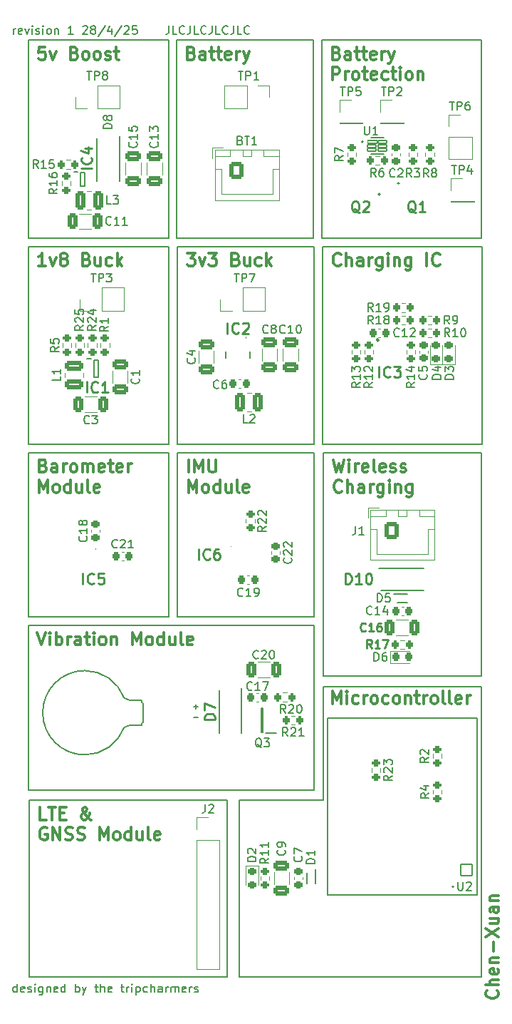
<source format=gbr>
%TF.GenerationSoftware,KiCad,Pcbnew,9.0.1*%
%TF.CreationDate,2025-04-28T20:04:23+08:00*%
%TF.ProjectId,pcb_all,7063625f-616c-46c2-9e6b-696361645f70,rev?*%
%TF.SameCoordinates,Original*%
%TF.FileFunction,Legend,Top*%
%TF.FilePolarity,Positive*%
%FSLAX46Y46*%
G04 Gerber Fmt 4.6, Leading zero omitted, Abs format (unit mm)*
G04 Created by KiCad (PCBNEW 9.0.1) date 2025-04-28 20:04:23*
%MOMM*%
%LPD*%
G01*
G04 APERTURE LIST*
G04 Aperture macros list*
%AMRoundRect*
0 Rectangle with rounded corners*
0 $1 Rounding radius*
0 $2 $3 $4 $5 $6 $7 $8 $9 X,Y pos of 4 corners*
0 Add a 4 corners polygon primitive as box body*
4,1,4,$2,$3,$4,$5,$6,$7,$8,$9,$2,$3,0*
0 Add four circle primitives for the rounded corners*
1,1,$1+$1,$2,$3*
1,1,$1+$1,$4,$5*
1,1,$1+$1,$6,$7*
1,1,$1+$1,$8,$9*
0 Add four rect primitives between the rounded corners*
20,1,$1+$1,$2,$3,$4,$5,0*
20,1,$1+$1,$4,$5,$6,$7,0*
20,1,$1+$1,$6,$7,$8,$9,0*
20,1,$1+$1,$8,$9,$2,$3,0*%
G04 Aperture macros list end*
%ADD10C,0.200000*%
%ADD11C,0.300000*%
%ADD12C,0.150000*%
%ADD13C,0.254000*%
%ADD14C,0.250000*%
%ADD15C,0.120000*%
%ADD16C,0.100000*%
%ADD17C,0.127000*%
%ADD18C,0.027000*%
%ADD19RoundRect,0.200000X0.275000X-0.200000X0.275000X0.200000X-0.275000X0.200000X-0.275000X-0.200000X0*%
%ADD20RoundRect,0.218750X0.256250X-0.218750X0.256250X0.218750X-0.256250X0.218750X-0.256250X-0.218750X0*%
%ADD21RoundRect,0.218750X-0.218750X-0.256250X0.218750X-0.256250X0.218750X0.256250X-0.218750X0.256250X0*%
%ADD22RoundRect,0.218750X-0.256250X0.218750X-0.256250X-0.218750X0.256250X-0.218750X0.256250X0.218750X0*%
%ADD23RoundRect,0.225000X-0.225000X-0.250000X0.225000X-0.250000X0.225000X0.250000X-0.225000X0.250000X0*%
%ADD24R,1.700000X1.700000*%
%ADD25C,1.700000*%
%ADD26RoundRect,0.250000X-0.650000X0.325000X-0.650000X-0.325000X0.650000X-0.325000X0.650000X0.325000X0*%
%ADD27RoundRect,0.250000X-0.375000X-0.850000X0.375000X-0.850000X0.375000X0.850000X-0.375000X0.850000X0*%
%ADD28RoundRect,0.200000X0.200000X0.275000X-0.200000X0.275000X-0.200000X-0.275000X0.200000X-0.275000X0*%
%ADD29RoundRect,0.250000X-0.600000X-0.750000X0.600000X-0.750000X0.600000X0.750000X-0.600000X0.750000X0*%
%ADD30O,1.700000X2.000000*%
%ADD31RoundRect,0.225000X-0.250000X0.225000X-0.250000X-0.225000X0.250000X-0.225000X0.250000X0.225000X0*%
%ADD32RoundRect,0.200000X-0.200000X-0.275000X0.200000X-0.275000X0.200000X0.275000X-0.200000X0.275000X0*%
%ADD33RoundRect,0.200000X-0.275000X0.200000X-0.275000X-0.200000X0.275000X-0.200000X0.275000X0.200000X0*%
%ADD34R,1.550000X2.200000*%
%ADD35R,0.475000X0.300000*%
%ADD36R,0.250000X0.275000*%
%ADD37R,0.275000X0.250000*%
%ADD38R,2.200000X1.550000*%
%ADD39R,0.750000X0.300000*%
%ADD40R,0.450000X0.300000*%
%ADD41R,1.000000X0.950000*%
%ADD42RoundRect,0.059250X-0.552750X-0.177750X0.552750X-0.177750X0.552750X0.177750X-0.552750X0.177750X0*%
%ADD43RoundRect,0.059250X-0.512750X-0.177750X0.512750X-0.177750X0.512750X0.177750X-0.512750X0.177750X0*%
%ADD44RoundRect,0.250000X0.325000X0.650000X-0.325000X0.650000X-0.325000X-0.650000X0.325000X-0.650000X0*%
%ADD45R,0.640000X0.420000*%
%ADD46RoundRect,0.250000X-0.325000X-0.650000X0.325000X-0.650000X0.325000X0.650000X-0.325000X0.650000X0*%
%ADD47R,1.300000X0.600000*%
%ADD48C,1.212000*%
%ADD49R,0.420000X0.640000*%
%ADD50RoundRect,0.225000X0.250000X-0.225000X0.250000X0.225000X-0.250000X0.225000X-0.250000X-0.225000X0*%
%ADD51RoundRect,0.102000X0.679000X0.679000X-0.679000X0.679000X-0.679000X-0.679000X0.679000X-0.679000X0*%
%ADD52C,1.562000*%
%ADD53RoundRect,0.225000X0.225000X0.250000X-0.225000X0.250000X-0.225000X-0.250000X0.225000X-0.250000X0*%
%ADD54R,0.700000X1.000000*%
%ADD55R,0.575000X0.350000*%
%ADD56R,0.350000X0.575000*%
%ADD57R,0.700000X0.300000*%
%ADD58R,1.000000X1.700000*%
%ADD59RoundRect,0.250000X0.850000X-0.375000X0.850000X0.375000X-0.850000X0.375000X-0.850000X-0.375000X0*%
G04 APERTURE END LIST*
D10*
X117500000Y-143250000D02*
X141000000Y-143250000D01*
X141000000Y-164250000D01*
X117500000Y-164250000D01*
X117500000Y-143250000D01*
X152500000Y-129750000D02*
X171250000Y-129750000D01*
X152500000Y-102000000D02*
X171250000Y-102000000D01*
X171250000Y-128520000D01*
X152500000Y-128520000D01*
X152500000Y-102000000D01*
X171250000Y-129750000D02*
X171250000Y-164250000D01*
X135125000Y-102000000D02*
X151375000Y-102000000D01*
X151375000Y-121500000D01*
X135125000Y-121500000D01*
X135125000Y-102000000D01*
X117375000Y-122500000D02*
X151375000Y-122500000D01*
X151375000Y-142000000D01*
X117375000Y-142000000D01*
X117375000Y-122500000D01*
X152375000Y-77500000D02*
X171375000Y-77500000D01*
X171375000Y-101000000D01*
X152375000Y-101000000D01*
X152375000Y-77500000D01*
X142500000Y-143250000D02*
X152500000Y-143250000D01*
X152250000Y-53000000D02*
X171250000Y-53000000D01*
X171250000Y-76500000D01*
X152250000Y-76500000D01*
X152250000Y-53000000D01*
X117375000Y-102000000D02*
X134125000Y-102000000D01*
X134125000Y-121500000D01*
X117375000Y-121500000D01*
X117375000Y-102000000D01*
X142500000Y-143250000D02*
X142500000Y-164250000D01*
X171250000Y-164250000D02*
X142500000Y-164250000D01*
X117375000Y-53000000D02*
X134125000Y-53000000D01*
X134125000Y-76500000D01*
X117375000Y-76500000D01*
X117375000Y-53000000D01*
X135125000Y-77500000D02*
X151375000Y-77500000D01*
X151375000Y-101000000D01*
X135125000Y-101000000D01*
X135125000Y-77500000D01*
X135000000Y-53000000D02*
X151250000Y-53000000D01*
X151250000Y-76500000D01*
X135000000Y-76500000D01*
X135000000Y-53000000D01*
X152500000Y-129750000D02*
X152500000Y-143250000D01*
X117375000Y-77500000D02*
X134125000Y-77500000D01*
X134125000Y-101000000D01*
X117375000Y-101000000D01*
X117375000Y-77500000D01*
D11*
X154054510Y-54520114D02*
X154268796Y-54591542D01*
X154268796Y-54591542D02*
X154340225Y-54662971D01*
X154340225Y-54662971D02*
X154411653Y-54805828D01*
X154411653Y-54805828D02*
X154411653Y-55020114D01*
X154411653Y-55020114D02*
X154340225Y-55162971D01*
X154340225Y-55162971D02*
X154268796Y-55234400D01*
X154268796Y-55234400D02*
X154125939Y-55305828D01*
X154125939Y-55305828D02*
X153554510Y-55305828D01*
X153554510Y-55305828D02*
X153554510Y-53805828D01*
X153554510Y-53805828D02*
X154054510Y-53805828D01*
X154054510Y-53805828D02*
X154197368Y-53877257D01*
X154197368Y-53877257D02*
X154268796Y-53948685D01*
X154268796Y-53948685D02*
X154340225Y-54091542D01*
X154340225Y-54091542D02*
X154340225Y-54234400D01*
X154340225Y-54234400D02*
X154268796Y-54377257D01*
X154268796Y-54377257D02*
X154197368Y-54448685D01*
X154197368Y-54448685D02*
X154054510Y-54520114D01*
X154054510Y-54520114D02*
X153554510Y-54520114D01*
X155697368Y-55305828D02*
X155697368Y-54520114D01*
X155697368Y-54520114D02*
X155625939Y-54377257D01*
X155625939Y-54377257D02*
X155483082Y-54305828D01*
X155483082Y-54305828D02*
X155197368Y-54305828D01*
X155197368Y-54305828D02*
X155054510Y-54377257D01*
X155697368Y-55234400D02*
X155554510Y-55305828D01*
X155554510Y-55305828D02*
X155197368Y-55305828D01*
X155197368Y-55305828D02*
X155054510Y-55234400D01*
X155054510Y-55234400D02*
X154983082Y-55091542D01*
X154983082Y-55091542D02*
X154983082Y-54948685D01*
X154983082Y-54948685D02*
X155054510Y-54805828D01*
X155054510Y-54805828D02*
X155197368Y-54734400D01*
X155197368Y-54734400D02*
X155554510Y-54734400D01*
X155554510Y-54734400D02*
X155697368Y-54662971D01*
X156197368Y-54305828D02*
X156768796Y-54305828D01*
X156411653Y-53805828D02*
X156411653Y-55091542D01*
X156411653Y-55091542D02*
X156483082Y-55234400D01*
X156483082Y-55234400D02*
X156625939Y-55305828D01*
X156625939Y-55305828D02*
X156768796Y-55305828D01*
X157054511Y-54305828D02*
X157625939Y-54305828D01*
X157268796Y-53805828D02*
X157268796Y-55091542D01*
X157268796Y-55091542D02*
X157340225Y-55234400D01*
X157340225Y-55234400D02*
X157483082Y-55305828D01*
X157483082Y-55305828D02*
X157625939Y-55305828D01*
X158697368Y-55234400D02*
X158554511Y-55305828D01*
X158554511Y-55305828D02*
X158268797Y-55305828D01*
X158268797Y-55305828D02*
X158125939Y-55234400D01*
X158125939Y-55234400D02*
X158054511Y-55091542D01*
X158054511Y-55091542D02*
X158054511Y-54520114D01*
X158054511Y-54520114D02*
X158125939Y-54377257D01*
X158125939Y-54377257D02*
X158268797Y-54305828D01*
X158268797Y-54305828D02*
X158554511Y-54305828D01*
X158554511Y-54305828D02*
X158697368Y-54377257D01*
X158697368Y-54377257D02*
X158768797Y-54520114D01*
X158768797Y-54520114D02*
X158768797Y-54662971D01*
X158768797Y-54662971D02*
X158054511Y-54805828D01*
X159411653Y-55305828D02*
X159411653Y-54305828D01*
X159411653Y-54591542D02*
X159483082Y-54448685D01*
X159483082Y-54448685D02*
X159554511Y-54377257D01*
X159554511Y-54377257D02*
X159697368Y-54305828D01*
X159697368Y-54305828D02*
X159840225Y-54305828D01*
X160197367Y-54305828D02*
X160554510Y-55305828D01*
X160911653Y-54305828D02*
X160554510Y-55305828D01*
X160554510Y-55305828D02*
X160411653Y-55662971D01*
X160411653Y-55662971D02*
X160340224Y-55734400D01*
X160340224Y-55734400D02*
X160197367Y-55805828D01*
X153554510Y-57720744D02*
X153554510Y-56220744D01*
X153554510Y-56220744D02*
X154125939Y-56220744D01*
X154125939Y-56220744D02*
X154268796Y-56292173D01*
X154268796Y-56292173D02*
X154340225Y-56363601D01*
X154340225Y-56363601D02*
X154411653Y-56506458D01*
X154411653Y-56506458D02*
X154411653Y-56720744D01*
X154411653Y-56720744D02*
X154340225Y-56863601D01*
X154340225Y-56863601D02*
X154268796Y-56935030D01*
X154268796Y-56935030D02*
X154125939Y-57006458D01*
X154125939Y-57006458D02*
X153554510Y-57006458D01*
X155054510Y-57720744D02*
X155054510Y-56720744D01*
X155054510Y-57006458D02*
X155125939Y-56863601D01*
X155125939Y-56863601D02*
X155197368Y-56792173D01*
X155197368Y-56792173D02*
X155340225Y-56720744D01*
X155340225Y-56720744D02*
X155483082Y-56720744D01*
X156197367Y-57720744D02*
X156054510Y-57649316D01*
X156054510Y-57649316D02*
X155983081Y-57577887D01*
X155983081Y-57577887D02*
X155911653Y-57435030D01*
X155911653Y-57435030D02*
X155911653Y-57006458D01*
X155911653Y-57006458D02*
X155983081Y-56863601D01*
X155983081Y-56863601D02*
X156054510Y-56792173D01*
X156054510Y-56792173D02*
X156197367Y-56720744D01*
X156197367Y-56720744D02*
X156411653Y-56720744D01*
X156411653Y-56720744D02*
X156554510Y-56792173D01*
X156554510Y-56792173D02*
X156625939Y-56863601D01*
X156625939Y-56863601D02*
X156697367Y-57006458D01*
X156697367Y-57006458D02*
X156697367Y-57435030D01*
X156697367Y-57435030D02*
X156625939Y-57577887D01*
X156625939Y-57577887D02*
X156554510Y-57649316D01*
X156554510Y-57649316D02*
X156411653Y-57720744D01*
X156411653Y-57720744D02*
X156197367Y-57720744D01*
X157125939Y-56720744D02*
X157697367Y-56720744D01*
X157340224Y-56220744D02*
X157340224Y-57506458D01*
X157340224Y-57506458D02*
X157411653Y-57649316D01*
X157411653Y-57649316D02*
X157554510Y-57720744D01*
X157554510Y-57720744D02*
X157697367Y-57720744D01*
X158768796Y-57649316D02*
X158625939Y-57720744D01*
X158625939Y-57720744D02*
X158340225Y-57720744D01*
X158340225Y-57720744D02*
X158197367Y-57649316D01*
X158197367Y-57649316D02*
X158125939Y-57506458D01*
X158125939Y-57506458D02*
X158125939Y-56935030D01*
X158125939Y-56935030D02*
X158197367Y-56792173D01*
X158197367Y-56792173D02*
X158340225Y-56720744D01*
X158340225Y-56720744D02*
X158625939Y-56720744D01*
X158625939Y-56720744D02*
X158768796Y-56792173D01*
X158768796Y-56792173D02*
X158840225Y-56935030D01*
X158840225Y-56935030D02*
X158840225Y-57077887D01*
X158840225Y-57077887D02*
X158125939Y-57220744D01*
X160125939Y-57649316D02*
X159983081Y-57720744D01*
X159983081Y-57720744D02*
X159697367Y-57720744D01*
X159697367Y-57720744D02*
X159554510Y-57649316D01*
X159554510Y-57649316D02*
X159483081Y-57577887D01*
X159483081Y-57577887D02*
X159411653Y-57435030D01*
X159411653Y-57435030D02*
X159411653Y-57006458D01*
X159411653Y-57006458D02*
X159483081Y-56863601D01*
X159483081Y-56863601D02*
X159554510Y-56792173D01*
X159554510Y-56792173D02*
X159697367Y-56720744D01*
X159697367Y-56720744D02*
X159983081Y-56720744D01*
X159983081Y-56720744D02*
X160125939Y-56792173D01*
X160554510Y-56720744D02*
X161125938Y-56720744D01*
X160768795Y-56220744D02*
X160768795Y-57506458D01*
X160768795Y-57506458D02*
X160840224Y-57649316D01*
X160840224Y-57649316D02*
X160983081Y-57720744D01*
X160983081Y-57720744D02*
X161125938Y-57720744D01*
X161625938Y-57720744D02*
X161625938Y-56720744D01*
X161625938Y-56220744D02*
X161554510Y-56292173D01*
X161554510Y-56292173D02*
X161625938Y-56363601D01*
X161625938Y-56363601D02*
X161697367Y-56292173D01*
X161697367Y-56292173D02*
X161625938Y-56220744D01*
X161625938Y-56220744D02*
X161625938Y-56363601D01*
X162554510Y-57720744D02*
X162411653Y-57649316D01*
X162411653Y-57649316D02*
X162340224Y-57577887D01*
X162340224Y-57577887D02*
X162268796Y-57435030D01*
X162268796Y-57435030D02*
X162268796Y-57006458D01*
X162268796Y-57006458D02*
X162340224Y-56863601D01*
X162340224Y-56863601D02*
X162411653Y-56792173D01*
X162411653Y-56792173D02*
X162554510Y-56720744D01*
X162554510Y-56720744D02*
X162768796Y-56720744D01*
X162768796Y-56720744D02*
X162911653Y-56792173D01*
X162911653Y-56792173D02*
X162983082Y-56863601D01*
X162983082Y-56863601D02*
X163054510Y-57006458D01*
X163054510Y-57006458D02*
X163054510Y-57435030D01*
X163054510Y-57435030D02*
X162983082Y-57577887D01*
X162983082Y-57577887D02*
X162911653Y-57649316D01*
X162911653Y-57649316D02*
X162768796Y-57720744D01*
X162768796Y-57720744D02*
X162554510Y-57720744D01*
X163697367Y-56720744D02*
X163697367Y-57720744D01*
X163697367Y-56863601D02*
X163768796Y-56792173D01*
X163768796Y-56792173D02*
X163911653Y-56720744D01*
X163911653Y-56720744D02*
X164125939Y-56720744D01*
X164125939Y-56720744D02*
X164268796Y-56792173D01*
X164268796Y-56792173D02*
X164340225Y-56935030D01*
X164340225Y-56935030D02*
X164340225Y-57720744D01*
X119179510Y-103520114D02*
X119393796Y-103591542D01*
X119393796Y-103591542D02*
X119465225Y-103662971D01*
X119465225Y-103662971D02*
X119536653Y-103805828D01*
X119536653Y-103805828D02*
X119536653Y-104020114D01*
X119536653Y-104020114D02*
X119465225Y-104162971D01*
X119465225Y-104162971D02*
X119393796Y-104234400D01*
X119393796Y-104234400D02*
X119250939Y-104305828D01*
X119250939Y-104305828D02*
X118679510Y-104305828D01*
X118679510Y-104305828D02*
X118679510Y-102805828D01*
X118679510Y-102805828D02*
X119179510Y-102805828D01*
X119179510Y-102805828D02*
X119322368Y-102877257D01*
X119322368Y-102877257D02*
X119393796Y-102948685D01*
X119393796Y-102948685D02*
X119465225Y-103091542D01*
X119465225Y-103091542D02*
X119465225Y-103234400D01*
X119465225Y-103234400D02*
X119393796Y-103377257D01*
X119393796Y-103377257D02*
X119322368Y-103448685D01*
X119322368Y-103448685D02*
X119179510Y-103520114D01*
X119179510Y-103520114D02*
X118679510Y-103520114D01*
X120822368Y-104305828D02*
X120822368Y-103520114D01*
X120822368Y-103520114D02*
X120750939Y-103377257D01*
X120750939Y-103377257D02*
X120608082Y-103305828D01*
X120608082Y-103305828D02*
X120322368Y-103305828D01*
X120322368Y-103305828D02*
X120179510Y-103377257D01*
X120822368Y-104234400D02*
X120679510Y-104305828D01*
X120679510Y-104305828D02*
X120322368Y-104305828D01*
X120322368Y-104305828D02*
X120179510Y-104234400D01*
X120179510Y-104234400D02*
X120108082Y-104091542D01*
X120108082Y-104091542D02*
X120108082Y-103948685D01*
X120108082Y-103948685D02*
X120179510Y-103805828D01*
X120179510Y-103805828D02*
X120322368Y-103734400D01*
X120322368Y-103734400D02*
X120679510Y-103734400D01*
X120679510Y-103734400D02*
X120822368Y-103662971D01*
X121536653Y-104305828D02*
X121536653Y-103305828D01*
X121536653Y-103591542D02*
X121608082Y-103448685D01*
X121608082Y-103448685D02*
X121679511Y-103377257D01*
X121679511Y-103377257D02*
X121822368Y-103305828D01*
X121822368Y-103305828D02*
X121965225Y-103305828D01*
X122679510Y-104305828D02*
X122536653Y-104234400D01*
X122536653Y-104234400D02*
X122465224Y-104162971D01*
X122465224Y-104162971D02*
X122393796Y-104020114D01*
X122393796Y-104020114D02*
X122393796Y-103591542D01*
X122393796Y-103591542D02*
X122465224Y-103448685D01*
X122465224Y-103448685D02*
X122536653Y-103377257D01*
X122536653Y-103377257D02*
X122679510Y-103305828D01*
X122679510Y-103305828D02*
X122893796Y-103305828D01*
X122893796Y-103305828D02*
X123036653Y-103377257D01*
X123036653Y-103377257D02*
X123108082Y-103448685D01*
X123108082Y-103448685D02*
X123179510Y-103591542D01*
X123179510Y-103591542D02*
X123179510Y-104020114D01*
X123179510Y-104020114D02*
X123108082Y-104162971D01*
X123108082Y-104162971D02*
X123036653Y-104234400D01*
X123036653Y-104234400D02*
X122893796Y-104305828D01*
X122893796Y-104305828D02*
X122679510Y-104305828D01*
X123822367Y-104305828D02*
X123822367Y-103305828D01*
X123822367Y-103448685D02*
X123893796Y-103377257D01*
X123893796Y-103377257D02*
X124036653Y-103305828D01*
X124036653Y-103305828D02*
X124250939Y-103305828D01*
X124250939Y-103305828D02*
X124393796Y-103377257D01*
X124393796Y-103377257D02*
X124465225Y-103520114D01*
X124465225Y-103520114D02*
X124465225Y-104305828D01*
X124465225Y-103520114D02*
X124536653Y-103377257D01*
X124536653Y-103377257D02*
X124679510Y-103305828D01*
X124679510Y-103305828D02*
X124893796Y-103305828D01*
X124893796Y-103305828D02*
X125036653Y-103377257D01*
X125036653Y-103377257D02*
X125108082Y-103520114D01*
X125108082Y-103520114D02*
X125108082Y-104305828D01*
X126393796Y-104234400D02*
X126250939Y-104305828D01*
X126250939Y-104305828D02*
X125965225Y-104305828D01*
X125965225Y-104305828D02*
X125822367Y-104234400D01*
X125822367Y-104234400D02*
X125750939Y-104091542D01*
X125750939Y-104091542D02*
X125750939Y-103520114D01*
X125750939Y-103520114D02*
X125822367Y-103377257D01*
X125822367Y-103377257D02*
X125965225Y-103305828D01*
X125965225Y-103305828D02*
X126250939Y-103305828D01*
X126250939Y-103305828D02*
X126393796Y-103377257D01*
X126393796Y-103377257D02*
X126465225Y-103520114D01*
X126465225Y-103520114D02*
X126465225Y-103662971D01*
X126465225Y-103662971D02*
X125750939Y-103805828D01*
X126893796Y-103305828D02*
X127465224Y-103305828D01*
X127108081Y-102805828D02*
X127108081Y-104091542D01*
X127108081Y-104091542D02*
X127179510Y-104234400D01*
X127179510Y-104234400D02*
X127322367Y-104305828D01*
X127322367Y-104305828D02*
X127465224Y-104305828D01*
X128536653Y-104234400D02*
X128393796Y-104305828D01*
X128393796Y-104305828D02*
X128108082Y-104305828D01*
X128108082Y-104305828D02*
X127965224Y-104234400D01*
X127965224Y-104234400D02*
X127893796Y-104091542D01*
X127893796Y-104091542D02*
X127893796Y-103520114D01*
X127893796Y-103520114D02*
X127965224Y-103377257D01*
X127965224Y-103377257D02*
X128108082Y-103305828D01*
X128108082Y-103305828D02*
X128393796Y-103305828D01*
X128393796Y-103305828D02*
X128536653Y-103377257D01*
X128536653Y-103377257D02*
X128608082Y-103520114D01*
X128608082Y-103520114D02*
X128608082Y-103662971D01*
X128608082Y-103662971D02*
X127893796Y-103805828D01*
X129250938Y-104305828D02*
X129250938Y-103305828D01*
X129250938Y-103591542D02*
X129322367Y-103448685D01*
X129322367Y-103448685D02*
X129393796Y-103377257D01*
X129393796Y-103377257D02*
X129536653Y-103305828D01*
X129536653Y-103305828D02*
X129679510Y-103305828D01*
X118679510Y-106720744D02*
X118679510Y-105220744D01*
X118679510Y-105220744D02*
X119179510Y-106292173D01*
X119179510Y-106292173D02*
X119679510Y-105220744D01*
X119679510Y-105220744D02*
X119679510Y-106720744D01*
X120608082Y-106720744D02*
X120465225Y-106649316D01*
X120465225Y-106649316D02*
X120393796Y-106577887D01*
X120393796Y-106577887D02*
X120322368Y-106435030D01*
X120322368Y-106435030D02*
X120322368Y-106006458D01*
X120322368Y-106006458D02*
X120393796Y-105863601D01*
X120393796Y-105863601D02*
X120465225Y-105792173D01*
X120465225Y-105792173D02*
X120608082Y-105720744D01*
X120608082Y-105720744D02*
X120822368Y-105720744D01*
X120822368Y-105720744D02*
X120965225Y-105792173D01*
X120965225Y-105792173D02*
X121036654Y-105863601D01*
X121036654Y-105863601D02*
X121108082Y-106006458D01*
X121108082Y-106006458D02*
X121108082Y-106435030D01*
X121108082Y-106435030D02*
X121036654Y-106577887D01*
X121036654Y-106577887D02*
X120965225Y-106649316D01*
X120965225Y-106649316D02*
X120822368Y-106720744D01*
X120822368Y-106720744D02*
X120608082Y-106720744D01*
X122393797Y-106720744D02*
X122393797Y-105220744D01*
X122393797Y-106649316D02*
X122250939Y-106720744D01*
X122250939Y-106720744D02*
X121965225Y-106720744D01*
X121965225Y-106720744D02*
X121822368Y-106649316D01*
X121822368Y-106649316D02*
X121750939Y-106577887D01*
X121750939Y-106577887D02*
X121679511Y-106435030D01*
X121679511Y-106435030D02*
X121679511Y-106006458D01*
X121679511Y-106006458D02*
X121750939Y-105863601D01*
X121750939Y-105863601D02*
X121822368Y-105792173D01*
X121822368Y-105792173D02*
X121965225Y-105720744D01*
X121965225Y-105720744D02*
X122250939Y-105720744D01*
X122250939Y-105720744D02*
X122393797Y-105792173D01*
X123750940Y-105720744D02*
X123750940Y-106720744D01*
X123108082Y-105720744D02*
X123108082Y-106506458D01*
X123108082Y-106506458D02*
X123179511Y-106649316D01*
X123179511Y-106649316D02*
X123322368Y-106720744D01*
X123322368Y-106720744D02*
X123536654Y-106720744D01*
X123536654Y-106720744D02*
X123679511Y-106649316D01*
X123679511Y-106649316D02*
X123750940Y-106577887D01*
X124679511Y-106720744D02*
X124536654Y-106649316D01*
X124536654Y-106649316D02*
X124465225Y-106506458D01*
X124465225Y-106506458D02*
X124465225Y-105220744D01*
X125822368Y-106649316D02*
X125679511Y-106720744D01*
X125679511Y-106720744D02*
X125393797Y-106720744D01*
X125393797Y-106720744D02*
X125250939Y-106649316D01*
X125250939Y-106649316D02*
X125179511Y-106506458D01*
X125179511Y-106506458D02*
X125179511Y-105935030D01*
X125179511Y-105935030D02*
X125250939Y-105792173D01*
X125250939Y-105792173D02*
X125393797Y-105720744D01*
X125393797Y-105720744D02*
X125679511Y-105720744D01*
X125679511Y-105720744D02*
X125822368Y-105792173D01*
X125822368Y-105792173D02*
X125893797Y-105935030D01*
X125893797Y-105935030D02*
X125893797Y-106077887D01*
X125893797Y-106077887D02*
X125179511Y-106220744D01*
X119518796Y-145555828D02*
X118804510Y-145555828D01*
X118804510Y-145555828D02*
X118804510Y-144055828D01*
X119804511Y-144055828D02*
X120661654Y-144055828D01*
X120233082Y-145555828D02*
X120233082Y-144055828D01*
X121161653Y-144770114D02*
X121661653Y-144770114D01*
X121875939Y-145555828D02*
X121161653Y-145555828D01*
X121161653Y-145555828D02*
X121161653Y-144055828D01*
X121161653Y-144055828D02*
X121875939Y-144055828D01*
X124875939Y-145555828D02*
X124804511Y-145555828D01*
X124804511Y-145555828D02*
X124661653Y-145484400D01*
X124661653Y-145484400D02*
X124447368Y-145270114D01*
X124447368Y-145270114D02*
X124090225Y-144841542D01*
X124090225Y-144841542D02*
X123947368Y-144627257D01*
X123947368Y-144627257D02*
X123875939Y-144412971D01*
X123875939Y-144412971D02*
X123875939Y-144270114D01*
X123875939Y-144270114D02*
X123947368Y-144127257D01*
X123947368Y-144127257D02*
X124090225Y-144055828D01*
X124090225Y-144055828D02*
X124161653Y-144055828D01*
X124161653Y-144055828D02*
X124304511Y-144127257D01*
X124304511Y-144127257D02*
X124375939Y-144270114D01*
X124375939Y-144270114D02*
X124375939Y-144341542D01*
X124375939Y-144341542D02*
X124304511Y-144484400D01*
X124304511Y-144484400D02*
X124233082Y-144555828D01*
X124233082Y-144555828D02*
X123804511Y-144841542D01*
X123804511Y-144841542D02*
X123733082Y-144912971D01*
X123733082Y-144912971D02*
X123661653Y-145055828D01*
X123661653Y-145055828D02*
X123661653Y-145270114D01*
X123661653Y-145270114D02*
X123733082Y-145412971D01*
X123733082Y-145412971D02*
X123804511Y-145484400D01*
X123804511Y-145484400D02*
X123947368Y-145555828D01*
X123947368Y-145555828D02*
X124161653Y-145555828D01*
X124161653Y-145555828D02*
X124304511Y-145484400D01*
X124304511Y-145484400D02*
X124375939Y-145412971D01*
X124375939Y-145412971D02*
X124590225Y-145127257D01*
X124590225Y-145127257D02*
X124661653Y-144912971D01*
X124661653Y-144912971D02*
X124661653Y-144770114D01*
X119590225Y-146542173D02*
X119447368Y-146470744D01*
X119447368Y-146470744D02*
X119233082Y-146470744D01*
X119233082Y-146470744D02*
X119018796Y-146542173D01*
X119018796Y-146542173D02*
X118875939Y-146685030D01*
X118875939Y-146685030D02*
X118804510Y-146827887D01*
X118804510Y-146827887D02*
X118733082Y-147113601D01*
X118733082Y-147113601D02*
X118733082Y-147327887D01*
X118733082Y-147327887D02*
X118804510Y-147613601D01*
X118804510Y-147613601D02*
X118875939Y-147756458D01*
X118875939Y-147756458D02*
X119018796Y-147899316D01*
X119018796Y-147899316D02*
X119233082Y-147970744D01*
X119233082Y-147970744D02*
X119375939Y-147970744D01*
X119375939Y-147970744D02*
X119590225Y-147899316D01*
X119590225Y-147899316D02*
X119661653Y-147827887D01*
X119661653Y-147827887D02*
X119661653Y-147327887D01*
X119661653Y-147327887D02*
X119375939Y-147327887D01*
X120304510Y-147970744D02*
X120304510Y-146470744D01*
X120304510Y-146470744D02*
X121161653Y-147970744D01*
X121161653Y-147970744D02*
X121161653Y-146470744D01*
X121804511Y-147899316D02*
X122018797Y-147970744D01*
X122018797Y-147970744D02*
X122375939Y-147970744D01*
X122375939Y-147970744D02*
X122518797Y-147899316D01*
X122518797Y-147899316D02*
X122590225Y-147827887D01*
X122590225Y-147827887D02*
X122661654Y-147685030D01*
X122661654Y-147685030D02*
X122661654Y-147542173D01*
X122661654Y-147542173D02*
X122590225Y-147399316D01*
X122590225Y-147399316D02*
X122518797Y-147327887D01*
X122518797Y-147327887D02*
X122375939Y-147256458D01*
X122375939Y-147256458D02*
X122090225Y-147185030D01*
X122090225Y-147185030D02*
X121947368Y-147113601D01*
X121947368Y-147113601D02*
X121875939Y-147042173D01*
X121875939Y-147042173D02*
X121804511Y-146899316D01*
X121804511Y-146899316D02*
X121804511Y-146756458D01*
X121804511Y-146756458D02*
X121875939Y-146613601D01*
X121875939Y-146613601D02*
X121947368Y-146542173D01*
X121947368Y-146542173D02*
X122090225Y-146470744D01*
X122090225Y-146470744D02*
X122447368Y-146470744D01*
X122447368Y-146470744D02*
X122661654Y-146542173D01*
X123233082Y-147899316D02*
X123447368Y-147970744D01*
X123447368Y-147970744D02*
X123804510Y-147970744D01*
X123804510Y-147970744D02*
X123947368Y-147899316D01*
X123947368Y-147899316D02*
X124018796Y-147827887D01*
X124018796Y-147827887D02*
X124090225Y-147685030D01*
X124090225Y-147685030D02*
X124090225Y-147542173D01*
X124090225Y-147542173D02*
X124018796Y-147399316D01*
X124018796Y-147399316D02*
X123947368Y-147327887D01*
X123947368Y-147327887D02*
X123804510Y-147256458D01*
X123804510Y-147256458D02*
X123518796Y-147185030D01*
X123518796Y-147185030D02*
X123375939Y-147113601D01*
X123375939Y-147113601D02*
X123304510Y-147042173D01*
X123304510Y-147042173D02*
X123233082Y-146899316D01*
X123233082Y-146899316D02*
X123233082Y-146756458D01*
X123233082Y-146756458D02*
X123304510Y-146613601D01*
X123304510Y-146613601D02*
X123375939Y-146542173D01*
X123375939Y-146542173D02*
X123518796Y-146470744D01*
X123518796Y-146470744D02*
X123875939Y-146470744D01*
X123875939Y-146470744D02*
X124090225Y-146542173D01*
X125875938Y-147970744D02*
X125875938Y-146470744D01*
X125875938Y-146470744D02*
X126375938Y-147542173D01*
X126375938Y-147542173D02*
X126875938Y-146470744D01*
X126875938Y-146470744D02*
X126875938Y-147970744D01*
X127804510Y-147970744D02*
X127661653Y-147899316D01*
X127661653Y-147899316D02*
X127590224Y-147827887D01*
X127590224Y-147827887D02*
X127518796Y-147685030D01*
X127518796Y-147685030D02*
X127518796Y-147256458D01*
X127518796Y-147256458D02*
X127590224Y-147113601D01*
X127590224Y-147113601D02*
X127661653Y-147042173D01*
X127661653Y-147042173D02*
X127804510Y-146970744D01*
X127804510Y-146970744D02*
X128018796Y-146970744D01*
X128018796Y-146970744D02*
X128161653Y-147042173D01*
X128161653Y-147042173D02*
X128233082Y-147113601D01*
X128233082Y-147113601D02*
X128304510Y-147256458D01*
X128304510Y-147256458D02*
X128304510Y-147685030D01*
X128304510Y-147685030D02*
X128233082Y-147827887D01*
X128233082Y-147827887D02*
X128161653Y-147899316D01*
X128161653Y-147899316D02*
X128018796Y-147970744D01*
X128018796Y-147970744D02*
X127804510Y-147970744D01*
X129590225Y-147970744D02*
X129590225Y-146470744D01*
X129590225Y-147899316D02*
X129447367Y-147970744D01*
X129447367Y-147970744D02*
X129161653Y-147970744D01*
X129161653Y-147970744D02*
X129018796Y-147899316D01*
X129018796Y-147899316D02*
X128947367Y-147827887D01*
X128947367Y-147827887D02*
X128875939Y-147685030D01*
X128875939Y-147685030D02*
X128875939Y-147256458D01*
X128875939Y-147256458D02*
X128947367Y-147113601D01*
X128947367Y-147113601D02*
X129018796Y-147042173D01*
X129018796Y-147042173D02*
X129161653Y-146970744D01*
X129161653Y-146970744D02*
X129447367Y-146970744D01*
X129447367Y-146970744D02*
X129590225Y-147042173D01*
X130947368Y-146970744D02*
X130947368Y-147970744D01*
X130304510Y-146970744D02*
X130304510Y-147756458D01*
X130304510Y-147756458D02*
X130375939Y-147899316D01*
X130375939Y-147899316D02*
X130518796Y-147970744D01*
X130518796Y-147970744D02*
X130733082Y-147970744D01*
X130733082Y-147970744D02*
X130875939Y-147899316D01*
X130875939Y-147899316D02*
X130947368Y-147827887D01*
X131875939Y-147970744D02*
X131733082Y-147899316D01*
X131733082Y-147899316D02*
X131661653Y-147756458D01*
X131661653Y-147756458D02*
X131661653Y-146470744D01*
X133018796Y-147899316D02*
X132875939Y-147970744D01*
X132875939Y-147970744D02*
X132590225Y-147970744D01*
X132590225Y-147970744D02*
X132447367Y-147899316D01*
X132447367Y-147899316D02*
X132375939Y-147756458D01*
X132375939Y-147756458D02*
X132375939Y-147185030D01*
X132375939Y-147185030D02*
X132447367Y-147042173D01*
X132447367Y-147042173D02*
X132590225Y-146970744D01*
X132590225Y-146970744D02*
X132875939Y-146970744D01*
X132875939Y-146970744D02*
X133018796Y-147042173D01*
X133018796Y-147042173D02*
X133090225Y-147185030D01*
X133090225Y-147185030D02*
X133090225Y-147327887D01*
X133090225Y-147327887D02*
X132375939Y-147470744D01*
X136286653Y-78305828D02*
X137215225Y-78305828D01*
X137215225Y-78305828D02*
X136715225Y-78877257D01*
X136715225Y-78877257D02*
X136929510Y-78877257D01*
X136929510Y-78877257D02*
X137072368Y-78948685D01*
X137072368Y-78948685D02*
X137143796Y-79020114D01*
X137143796Y-79020114D02*
X137215225Y-79162971D01*
X137215225Y-79162971D02*
X137215225Y-79520114D01*
X137215225Y-79520114D02*
X137143796Y-79662971D01*
X137143796Y-79662971D02*
X137072368Y-79734400D01*
X137072368Y-79734400D02*
X136929510Y-79805828D01*
X136929510Y-79805828D02*
X136500939Y-79805828D01*
X136500939Y-79805828D02*
X136358082Y-79734400D01*
X136358082Y-79734400D02*
X136286653Y-79662971D01*
X137715224Y-78805828D02*
X138072367Y-79805828D01*
X138072367Y-79805828D02*
X138429510Y-78805828D01*
X138858081Y-78305828D02*
X139786653Y-78305828D01*
X139786653Y-78305828D02*
X139286653Y-78877257D01*
X139286653Y-78877257D02*
X139500938Y-78877257D01*
X139500938Y-78877257D02*
X139643796Y-78948685D01*
X139643796Y-78948685D02*
X139715224Y-79020114D01*
X139715224Y-79020114D02*
X139786653Y-79162971D01*
X139786653Y-79162971D02*
X139786653Y-79520114D01*
X139786653Y-79520114D02*
X139715224Y-79662971D01*
X139715224Y-79662971D02*
X139643796Y-79734400D01*
X139643796Y-79734400D02*
X139500938Y-79805828D01*
X139500938Y-79805828D02*
X139072367Y-79805828D01*
X139072367Y-79805828D02*
X138929510Y-79734400D01*
X138929510Y-79734400D02*
X138858081Y-79662971D01*
X142072366Y-79020114D02*
X142286652Y-79091542D01*
X142286652Y-79091542D02*
X142358081Y-79162971D01*
X142358081Y-79162971D02*
X142429509Y-79305828D01*
X142429509Y-79305828D02*
X142429509Y-79520114D01*
X142429509Y-79520114D02*
X142358081Y-79662971D01*
X142358081Y-79662971D02*
X142286652Y-79734400D01*
X142286652Y-79734400D02*
X142143795Y-79805828D01*
X142143795Y-79805828D02*
X141572366Y-79805828D01*
X141572366Y-79805828D02*
X141572366Y-78305828D01*
X141572366Y-78305828D02*
X142072366Y-78305828D01*
X142072366Y-78305828D02*
X142215224Y-78377257D01*
X142215224Y-78377257D02*
X142286652Y-78448685D01*
X142286652Y-78448685D02*
X142358081Y-78591542D01*
X142358081Y-78591542D02*
X142358081Y-78734400D01*
X142358081Y-78734400D02*
X142286652Y-78877257D01*
X142286652Y-78877257D02*
X142215224Y-78948685D01*
X142215224Y-78948685D02*
X142072366Y-79020114D01*
X142072366Y-79020114D02*
X141572366Y-79020114D01*
X143715224Y-78805828D02*
X143715224Y-79805828D01*
X143072366Y-78805828D02*
X143072366Y-79591542D01*
X143072366Y-79591542D02*
X143143795Y-79734400D01*
X143143795Y-79734400D02*
X143286652Y-79805828D01*
X143286652Y-79805828D02*
X143500938Y-79805828D01*
X143500938Y-79805828D02*
X143643795Y-79734400D01*
X143643795Y-79734400D02*
X143715224Y-79662971D01*
X145072367Y-79734400D02*
X144929509Y-79805828D01*
X144929509Y-79805828D02*
X144643795Y-79805828D01*
X144643795Y-79805828D02*
X144500938Y-79734400D01*
X144500938Y-79734400D02*
X144429509Y-79662971D01*
X144429509Y-79662971D02*
X144358081Y-79520114D01*
X144358081Y-79520114D02*
X144358081Y-79091542D01*
X144358081Y-79091542D02*
X144429509Y-78948685D01*
X144429509Y-78948685D02*
X144500938Y-78877257D01*
X144500938Y-78877257D02*
X144643795Y-78805828D01*
X144643795Y-78805828D02*
X144929509Y-78805828D01*
X144929509Y-78805828D02*
X145072367Y-78877257D01*
X145715223Y-79805828D02*
X145715223Y-78305828D01*
X145858081Y-79234400D02*
X146286652Y-79805828D01*
X146286652Y-78805828D02*
X145715223Y-79377257D01*
X136429510Y-104305828D02*
X136429510Y-102805828D01*
X137143796Y-104305828D02*
X137143796Y-102805828D01*
X137143796Y-102805828D02*
X137643796Y-103877257D01*
X137643796Y-103877257D02*
X138143796Y-102805828D01*
X138143796Y-102805828D02*
X138143796Y-104305828D01*
X138858082Y-102805828D02*
X138858082Y-104020114D01*
X138858082Y-104020114D02*
X138929511Y-104162971D01*
X138929511Y-104162971D02*
X139000940Y-104234400D01*
X139000940Y-104234400D02*
X139143797Y-104305828D01*
X139143797Y-104305828D02*
X139429511Y-104305828D01*
X139429511Y-104305828D02*
X139572368Y-104234400D01*
X139572368Y-104234400D02*
X139643797Y-104162971D01*
X139643797Y-104162971D02*
X139715225Y-104020114D01*
X139715225Y-104020114D02*
X139715225Y-102805828D01*
X136429510Y-106720744D02*
X136429510Y-105220744D01*
X136429510Y-105220744D02*
X136929510Y-106292173D01*
X136929510Y-106292173D02*
X137429510Y-105220744D01*
X137429510Y-105220744D02*
X137429510Y-106720744D01*
X138358082Y-106720744D02*
X138215225Y-106649316D01*
X138215225Y-106649316D02*
X138143796Y-106577887D01*
X138143796Y-106577887D02*
X138072368Y-106435030D01*
X138072368Y-106435030D02*
X138072368Y-106006458D01*
X138072368Y-106006458D02*
X138143796Y-105863601D01*
X138143796Y-105863601D02*
X138215225Y-105792173D01*
X138215225Y-105792173D02*
X138358082Y-105720744D01*
X138358082Y-105720744D02*
X138572368Y-105720744D01*
X138572368Y-105720744D02*
X138715225Y-105792173D01*
X138715225Y-105792173D02*
X138786654Y-105863601D01*
X138786654Y-105863601D02*
X138858082Y-106006458D01*
X138858082Y-106006458D02*
X138858082Y-106435030D01*
X138858082Y-106435030D02*
X138786654Y-106577887D01*
X138786654Y-106577887D02*
X138715225Y-106649316D01*
X138715225Y-106649316D02*
X138572368Y-106720744D01*
X138572368Y-106720744D02*
X138358082Y-106720744D01*
X140143797Y-106720744D02*
X140143797Y-105220744D01*
X140143797Y-106649316D02*
X140000939Y-106720744D01*
X140000939Y-106720744D02*
X139715225Y-106720744D01*
X139715225Y-106720744D02*
X139572368Y-106649316D01*
X139572368Y-106649316D02*
X139500939Y-106577887D01*
X139500939Y-106577887D02*
X139429511Y-106435030D01*
X139429511Y-106435030D02*
X139429511Y-106006458D01*
X139429511Y-106006458D02*
X139500939Y-105863601D01*
X139500939Y-105863601D02*
X139572368Y-105792173D01*
X139572368Y-105792173D02*
X139715225Y-105720744D01*
X139715225Y-105720744D02*
X140000939Y-105720744D01*
X140000939Y-105720744D02*
X140143797Y-105792173D01*
X141500940Y-105720744D02*
X141500940Y-106720744D01*
X140858082Y-105720744D02*
X140858082Y-106506458D01*
X140858082Y-106506458D02*
X140929511Y-106649316D01*
X140929511Y-106649316D02*
X141072368Y-106720744D01*
X141072368Y-106720744D02*
X141286654Y-106720744D01*
X141286654Y-106720744D02*
X141429511Y-106649316D01*
X141429511Y-106649316D02*
X141500940Y-106577887D01*
X142429511Y-106720744D02*
X142286654Y-106649316D01*
X142286654Y-106649316D02*
X142215225Y-106506458D01*
X142215225Y-106506458D02*
X142215225Y-105220744D01*
X143572368Y-106649316D02*
X143429511Y-106720744D01*
X143429511Y-106720744D02*
X143143797Y-106720744D01*
X143143797Y-106720744D02*
X143000939Y-106649316D01*
X143000939Y-106649316D02*
X142929511Y-106506458D01*
X142929511Y-106506458D02*
X142929511Y-105935030D01*
X142929511Y-105935030D02*
X143000939Y-105792173D01*
X143000939Y-105792173D02*
X143143797Y-105720744D01*
X143143797Y-105720744D02*
X143429511Y-105720744D01*
X143429511Y-105720744D02*
X143572368Y-105792173D01*
X143572368Y-105792173D02*
X143643797Y-105935030D01*
X143643797Y-105935030D02*
X143643797Y-106077887D01*
X143643797Y-106077887D02*
X142929511Y-106220744D01*
X153554510Y-131805828D02*
X153554510Y-130305828D01*
X153554510Y-130305828D02*
X154054510Y-131377257D01*
X154054510Y-131377257D02*
X154554510Y-130305828D01*
X154554510Y-130305828D02*
X154554510Y-131805828D01*
X155268796Y-131805828D02*
X155268796Y-130805828D01*
X155268796Y-130305828D02*
X155197368Y-130377257D01*
X155197368Y-130377257D02*
X155268796Y-130448685D01*
X155268796Y-130448685D02*
X155340225Y-130377257D01*
X155340225Y-130377257D02*
X155268796Y-130305828D01*
X155268796Y-130305828D02*
X155268796Y-130448685D01*
X156625940Y-131734400D02*
X156483082Y-131805828D01*
X156483082Y-131805828D02*
X156197368Y-131805828D01*
X156197368Y-131805828D02*
X156054511Y-131734400D01*
X156054511Y-131734400D02*
X155983082Y-131662971D01*
X155983082Y-131662971D02*
X155911654Y-131520114D01*
X155911654Y-131520114D02*
X155911654Y-131091542D01*
X155911654Y-131091542D02*
X155983082Y-130948685D01*
X155983082Y-130948685D02*
X156054511Y-130877257D01*
X156054511Y-130877257D02*
X156197368Y-130805828D01*
X156197368Y-130805828D02*
X156483082Y-130805828D01*
X156483082Y-130805828D02*
X156625940Y-130877257D01*
X157268796Y-131805828D02*
X157268796Y-130805828D01*
X157268796Y-131091542D02*
X157340225Y-130948685D01*
X157340225Y-130948685D02*
X157411654Y-130877257D01*
X157411654Y-130877257D02*
X157554511Y-130805828D01*
X157554511Y-130805828D02*
X157697368Y-130805828D01*
X158411653Y-131805828D02*
X158268796Y-131734400D01*
X158268796Y-131734400D02*
X158197367Y-131662971D01*
X158197367Y-131662971D02*
X158125939Y-131520114D01*
X158125939Y-131520114D02*
X158125939Y-131091542D01*
X158125939Y-131091542D02*
X158197367Y-130948685D01*
X158197367Y-130948685D02*
X158268796Y-130877257D01*
X158268796Y-130877257D02*
X158411653Y-130805828D01*
X158411653Y-130805828D02*
X158625939Y-130805828D01*
X158625939Y-130805828D02*
X158768796Y-130877257D01*
X158768796Y-130877257D02*
X158840225Y-130948685D01*
X158840225Y-130948685D02*
X158911653Y-131091542D01*
X158911653Y-131091542D02*
X158911653Y-131520114D01*
X158911653Y-131520114D02*
X158840225Y-131662971D01*
X158840225Y-131662971D02*
X158768796Y-131734400D01*
X158768796Y-131734400D02*
X158625939Y-131805828D01*
X158625939Y-131805828D02*
X158411653Y-131805828D01*
X160197368Y-131734400D02*
X160054510Y-131805828D01*
X160054510Y-131805828D02*
X159768796Y-131805828D01*
X159768796Y-131805828D02*
X159625939Y-131734400D01*
X159625939Y-131734400D02*
X159554510Y-131662971D01*
X159554510Y-131662971D02*
X159483082Y-131520114D01*
X159483082Y-131520114D02*
X159483082Y-131091542D01*
X159483082Y-131091542D02*
X159554510Y-130948685D01*
X159554510Y-130948685D02*
X159625939Y-130877257D01*
X159625939Y-130877257D02*
X159768796Y-130805828D01*
X159768796Y-130805828D02*
X160054510Y-130805828D01*
X160054510Y-130805828D02*
X160197368Y-130877257D01*
X161054510Y-131805828D02*
X160911653Y-131734400D01*
X160911653Y-131734400D02*
X160840224Y-131662971D01*
X160840224Y-131662971D02*
X160768796Y-131520114D01*
X160768796Y-131520114D02*
X160768796Y-131091542D01*
X160768796Y-131091542D02*
X160840224Y-130948685D01*
X160840224Y-130948685D02*
X160911653Y-130877257D01*
X160911653Y-130877257D02*
X161054510Y-130805828D01*
X161054510Y-130805828D02*
X161268796Y-130805828D01*
X161268796Y-130805828D02*
X161411653Y-130877257D01*
X161411653Y-130877257D02*
X161483082Y-130948685D01*
X161483082Y-130948685D02*
X161554510Y-131091542D01*
X161554510Y-131091542D02*
X161554510Y-131520114D01*
X161554510Y-131520114D02*
X161483082Y-131662971D01*
X161483082Y-131662971D02*
X161411653Y-131734400D01*
X161411653Y-131734400D02*
X161268796Y-131805828D01*
X161268796Y-131805828D02*
X161054510Y-131805828D01*
X162197367Y-130805828D02*
X162197367Y-131805828D01*
X162197367Y-130948685D02*
X162268796Y-130877257D01*
X162268796Y-130877257D02*
X162411653Y-130805828D01*
X162411653Y-130805828D02*
X162625939Y-130805828D01*
X162625939Y-130805828D02*
X162768796Y-130877257D01*
X162768796Y-130877257D02*
X162840225Y-131020114D01*
X162840225Y-131020114D02*
X162840225Y-131805828D01*
X163340225Y-130805828D02*
X163911653Y-130805828D01*
X163554510Y-130305828D02*
X163554510Y-131591542D01*
X163554510Y-131591542D02*
X163625939Y-131734400D01*
X163625939Y-131734400D02*
X163768796Y-131805828D01*
X163768796Y-131805828D02*
X163911653Y-131805828D01*
X164411653Y-131805828D02*
X164411653Y-130805828D01*
X164411653Y-131091542D02*
X164483082Y-130948685D01*
X164483082Y-130948685D02*
X164554511Y-130877257D01*
X164554511Y-130877257D02*
X164697368Y-130805828D01*
X164697368Y-130805828D02*
X164840225Y-130805828D01*
X165554510Y-131805828D02*
X165411653Y-131734400D01*
X165411653Y-131734400D02*
X165340224Y-131662971D01*
X165340224Y-131662971D02*
X165268796Y-131520114D01*
X165268796Y-131520114D02*
X165268796Y-131091542D01*
X165268796Y-131091542D02*
X165340224Y-130948685D01*
X165340224Y-130948685D02*
X165411653Y-130877257D01*
X165411653Y-130877257D02*
X165554510Y-130805828D01*
X165554510Y-130805828D02*
X165768796Y-130805828D01*
X165768796Y-130805828D02*
X165911653Y-130877257D01*
X165911653Y-130877257D02*
X165983082Y-130948685D01*
X165983082Y-130948685D02*
X166054510Y-131091542D01*
X166054510Y-131091542D02*
X166054510Y-131520114D01*
X166054510Y-131520114D02*
X165983082Y-131662971D01*
X165983082Y-131662971D02*
X165911653Y-131734400D01*
X165911653Y-131734400D02*
X165768796Y-131805828D01*
X165768796Y-131805828D02*
X165554510Y-131805828D01*
X166911653Y-131805828D02*
X166768796Y-131734400D01*
X166768796Y-131734400D02*
X166697367Y-131591542D01*
X166697367Y-131591542D02*
X166697367Y-130305828D01*
X167697367Y-131805828D02*
X167554510Y-131734400D01*
X167554510Y-131734400D02*
X167483081Y-131591542D01*
X167483081Y-131591542D02*
X167483081Y-130305828D01*
X168840224Y-131734400D02*
X168697367Y-131805828D01*
X168697367Y-131805828D02*
X168411653Y-131805828D01*
X168411653Y-131805828D02*
X168268795Y-131734400D01*
X168268795Y-131734400D02*
X168197367Y-131591542D01*
X168197367Y-131591542D02*
X168197367Y-131020114D01*
X168197367Y-131020114D02*
X168268795Y-130877257D01*
X168268795Y-130877257D02*
X168411653Y-130805828D01*
X168411653Y-130805828D02*
X168697367Y-130805828D01*
X168697367Y-130805828D02*
X168840224Y-130877257D01*
X168840224Y-130877257D02*
X168911653Y-131020114D01*
X168911653Y-131020114D02*
X168911653Y-131162971D01*
X168911653Y-131162971D02*
X168197367Y-131305828D01*
X169554509Y-131805828D02*
X169554509Y-130805828D01*
X169554509Y-131091542D02*
X169625938Y-130948685D01*
X169625938Y-130948685D02*
X169697367Y-130877257D01*
X169697367Y-130877257D02*
X169840224Y-130805828D01*
X169840224Y-130805828D02*
X169983081Y-130805828D01*
X119465225Y-79805828D02*
X118608082Y-79805828D01*
X119036653Y-79805828D02*
X119036653Y-78305828D01*
X119036653Y-78305828D02*
X118893796Y-78520114D01*
X118893796Y-78520114D02*
X118750939Y-78662971D01*
X118750939Y-78662971D02*
X118608082Y-78734400D01*
X119965224Y-78805828D02*
X120322367Y-79805828D01*
X120322367Y-79805828D02*
X120679510Y-78805828D01*
X121465224Y-78948685D02*
X121322367Y-78877257D01*
X121322367Y-78877257D02*
X121250938Y-78805828D01*
X121250938Y-78805828D02*
X121179510Y-78662971D01*
X121179510Y-78662971D02*
X121179510Y-78591542D01*
X121179510Y-78591542D02*
X121250938Y-78448685D01*
X121250938Y-78448685D02*
X121322367Y-78377257D01*
X121322367Y-78377257D02*
X121465224Y-78305828D01*
X121465224Y-78305828D02*
X121750938Y-78305828D01*
X121750938Y-78305828D02*
X121893796Y-78377257D01*
X121893796Y-78377257D02*
X121965224Y-78448685D01*
X121965224Y-78448685D02*
X122036653Y-78591542D01*
X122036653Y-78591542D02*
X122036653Y-78662971D01*
X122036653Y-78662971D02*
X121965224Y-78805828D01*
X121965224Y-78805828D02*
X121893796Y-78877257D01*
X121893796Y-78877257D02*
X121750938Y-78948685D01*
X121750938Y-78948685D02*
X121465224Y-78948685D01*
X121465224Y-78948685D02*
X121322367Y-79020114D01*
X121322367Y-79020114D02*
X121250938Y-79091542D01*
X121250938Y-79091542D02*
X121179510Y-79234400D01*
X121179510Y-79234400D02*
X121179510Y-79520114D01*
X121179510Y-79520114D02*
X121250938Y-79662971D01*
X121250938Y-79662971D02*
X121322367Y-79734400D01*
X121322367Y-79734400D02*
X121465224Y-79805828D01*
X121465224Y-79805828D02*
X121750938Y-79805828D01*
X121750938Y-79805828D02*
X121893796Y-79734400D01*
X121893796Y-79734400D02*
X121965224Y-79662971D01*
X121965224Y-79662971D02*
X122036653Y-79520114D01*
X122036653Y-79520114D02*
X122036653Y-79234400D01*
X122036653Y-79234400D02*
X121965224Y-79091542D01*
X121965224Y-79091542D02*
X121893796Y-79020114D01*
X121893796Y-79020114D02*
X121750938Y-78948685D01*
X124322366Y-79020114D02*
X124536652Y-79091542D01*
X124536652Y-79091542D02*
X124608081Y-79162971D01*
X124608081Y-79162971D02*
X124679509Y-79305828D01*
X124679509Y-79305828D02*
X124679509Y-79520114D01*
X124679509Y-79520114D02*
X124608081Y-79662971D01*
X124608081Y-79662971D02*
X124536652Y-79734400D01*
X124536652Y-79734400D02*
X124393795Y-79805828D01*
X124393795Y-79805828D02*
X123822366Y-79805828D01*
X123822366Y-79805828D02*
X123822366Y-78305828D01*
X123822366Y-78305828D02*
X124322366Y-78305828D01*
X124322366Y-78305828D02*
X124465224Y-78377257D01*
X124465224Y-78377257D02*
X124536652Y-78448685D01*
X124536652Y-78448685D02*
X124608081Y-78591542D01*
X124608081Y-78591542D02*
X124608081Y-78734400D01*
X124608081Y-78734400D02*
X124536652Y-78877257D01*
X124536652Y-78877257D02*
X124465224Y-78948685D01*
X124465224Y-78948685D02*
X124322366Y-79020114D01*
X124322366Y-79020114D02*
X123822366Y-79020114D01*
X125965224Y-78805828D02*
X125965224Y-79805828D01*
X125322366Y-78805828D02*
X125322366Y-79591542D01*
X125322366Y-79591542D02*
X125393795Y-79734400D01*
X125393795Y-79734400D02*
X125536652Y-79805828D01*
X125536652Y-79805828D02*
X125750938Y-79805828D01*
X125750938Y-79805828D02*
X125893795Y-79734400D01*
X125893795Y-79734400D02*
X125965224Y-79662971D01*
X127322367Y-79734400D02*
X127179509Y-79805828D01*
X127179509Y-79805828D02*
X126893795Y-79805828D01*
X126893795Y-79805828D02*
X126750938Y-79734400D01*
X126750938Y-79734400D02*
X126679509Y-79662971D01*
X126679509Y-79662971D02*
X126608081Y-79520114D01*
X126608081Y-79520114D02*
X126608081Y-79091542D01*
X126608081Y-79091542D02*
X126679509Y-78948685D01*
X126679509Y-78948685D02*
X126750938Y-78877257D01*
X126750938Y-78877257D02*
X126893795Y-78805828D01*
X126893795Y-78805828D02*
X127179509Y-78805828D01*
X127179509Y-78805828D02*
X127322367Y-78877257D01*
X127965223Y-79805828D02*
X127965223Y-78305828D01*
X128108081Y-79234400D02*
X128536652Y-79805828D01*
X128536652Y-78805828D02*
X127965223Y-79377257D01*
X118465225Y-123305828D02*
X118965225Y-124805828D01*
X118965225Y-124805828D02*
X119465225Y-123305828D01*
X119965224Y-124805828D02*
X119965224Y-123805828D01*
X119965224Y-123305828D02*
X119893796Y-123377257D01*
X119893796Y-123377257D02*
X119965224Y-123448685D01*
X119965224Y-123448685D02*
X120036653Y-123377257D01*
X120036653Y-123377257D02*
X119965224Y-123305828D01*
X119965224Y-123305828D02*
X119965224Y-123448685D01*
X120679510Y-124805828D02*
X120679510Y-123305828D01*
X120679510Y-123877257D02*
X120822368Y-123805828D01*
X120822368Y-123805828D02*
X121108082Y-123805828D01*
X121108082Y-123805828D02*
X121250939Y-123877257D01*
X121250939Y-123877257D02*
X121322368Y-123948685D01*
X121322368Y-123948685D02*
X121393796Y-124091542D01*
X121393796Y-124091542D02*
X121393796Y-124520114D01*
X121393796Y-124520114D02*
X121322368Y-124662971D01*
X121322368Y-124662971D02*
X121250939Y-124734400D01*
X121250939Y-124734400D02*
X121108082Y-124805828D01*
X121108082Y-124805828D02*
X120822368Y-124805828D01*
X120822368Y-124805828D02*
X120679510Y-124734400D01*
X122036653Y-124805828D02*
X122036653Y-123805828D01*
X122036653Y-124091542D02*
X122108082Y-123948685D01*
X122108082Y-123948685D02*
X122179511Y-123877257D01*
X122179511Y-123877257D02*
X122322368Y-123805828D01*
X122322368Y-123805828D02*
X122465225Y-123805828D01*
X123608082Y-124805828D02*
X123608082Y-124020114D01*
X123608082Y-124020114D02*
X123536653Y-123877257D01*
X123536653Y-123877257D02*
X123393796Y-123805828D01*
X123393796Y-123805828D02*
X123108082Y-123805828D01*
X123108082Y-123805828D02*
X122965224Y-123877257D01*
X123608082Y-124734400D02*
X123465224Y-124805828D01*
X123465224Y-124805828D02*
X123108082Y-124805828D01*
X123108082Y-124805828D02*
X122965224Y-124734400D01*
X122965224Y-124734400D02*
X122893796Y-124591542D01*
X122893796Y-124591542D02*
X122893796Y-124448685D01*
X122893796Y-124448685D02*
X122965224Y-124305828D01*
X122965224Y-124305828D02*
X123108082Y-124234400D01*
X123108082Y-124234400D02*
X123465224Y-124234400D01*
X123465224Y-124234400D02*
X123608082Y-124162971D01*
X124108082Y-123805828D02*
X124679510Y-123805828D01*
X124322367Y-123305828D02*
X124322367Y-124591542D01*
X124322367Y-124591542D02*
X124393796Y-124734400D01*
X124393796Y-124734400D02*
X124536653Y-124805828D01*
X124536653Y-124805828D02*
X124679510Y-124805828D01*
X125179510Y-124805828D02*
X125179510Y-123805828D01*
X125179510Y-123305828D02*
X125108082Y-123377257D01*
X125108082Y-123377257D02*
X125179510Y-123448685D01*
X125179510Y-123448685D02*
X125250939Y-123377257D01*
X125250939Y-123377257D02*
X125179510Y-123305828D01*
X125179510Y-123305828D02*
X125179510Y-123448685D01*
X126108082Y-124805828D02*
X125965225Y-124734400D01*
X125965225Y-124734400D02*
X125893796Y-124662971D01*
X125893796Y-124662971D02*
X125822368Y-124520114D01*
X125822368Y-124520114D02*
X125822368Y-124091542D01*
X125822368Y-124091542D02*
X125893796Y-123948685D01*
X125893796Y-123948685D02*
X125965225Y-123877257D01*
X125965225Y-123877257D02*
X126108082Y-123805828D01*
X126108082Y-123805828D02*
X126322368Y-123805828D01*
X126322368Y-123805828D02*
X126465225Y-123877257D01*
X126465225Y-123877257D02*
X126536654Y-123948685D01*
X126536654Y-123948685D02*
X126608082Y-124091542D01*
X126608082Y-124091542D02*
X126608082Y-124520114D01*
X126608082Y-124520114D02*
X126536654Y-124662971D01*
X126536654Y-124662971D02*
X126465225Y-124734400D01*
X126465225Y-124734400D02*
X126322368Y-124805828D01*
X126322368Y-124805828D02*
X126108082Y-124805828D01*
X127250939Y-123805828D02*
X127250939Y-124805828D01*
X127250939Y-123948685D02*
X127322368Y-123877257D01*
X127322368Y-123877257D02*
X127465225Y-123805828D01*
X127465225Y-123805828D02*
X127679511Y-123805828D01*
X127679511Y-123805828D02*
X127822368Y-123877257D01*
X127822368Y-123877257D02*
X127893797Y-124020114D01*
X127893797Y-124020114D02*
X127893797Y-124805828D01*
X129750939Y-124805828D02*
X129750939Y-123305828D01*
X129750939Y-123305828D02*
X130250939Y-124377257D01*
X130250939Y-124377257D02*
X130750939Y-123305828D01*
X130750939Y-123305828D02*
X130750939Y-124805828D01*
X131679511Y-124805828D02*
X131536654Y-124734400D01*
X131536654Y-124734400D02*
X131465225Y-124662971D01*
X131465225Y-124662971D02*
X131393797Y-124520114D01*
X131393797Y-124520114D02*
X131393797Y-124091542D01*
X131393797Y-124091542D02*
X131465225Y-123948685D01*
X131465225Y-123948685D02*
X131536654Y-123877257D01*
X131536654Y-123877257D02*
X131679511Y-123805828D01*
X131679511Y-123805828D02*
X131893797Y-123805828D01*
X131893797Y-123805828D02*
X132036654Y-123877257D01*
X132036654Y-123877257D02*
X132108083Y-123948685D01*
X132108083Y-123948685D02*
X132179511Y-124091542D01*
X132179511Y-124091542D02*
X132179511Y-124520114D01*
X132179511Y-124520114D02*
X132108083Y-124662971D01*
X132108083Y-124662971D02*
X132036654Y-124734400D01*
X132036654Y-124734400D02*
X131893797Y-124805828D01*
X131893797Y-124805828D02*
X131679511Y-124805828D01*
X133465226Y-124805828D02*
X133465226Y-123305828D01*
X133465226Y-124734400D02*
X133322368Y-124805828D01*
X133322368Y-124805828D02*
X133036654Y-124805828D01*
X133036654Y-124805828D02*
X132893797Y-124734400D01*
X132893797Y-124734400D02*
X132822368Y-124662971D01*
X132822368Y-124662971D02*
X132750940Y-124520114D01*
X132750940Y-124520114D02*
X132750940Y-124091542D01*
X132750940Y-124091542D02*
X132822368Y-123948685D01*
X132822368Y-123948685D02*
X132893797Y-123877257D01*
X132893797Y-123877257D02*
X133036654Y-123805828D01*
X133036654Y-123805828D02*
X133322368Y-123805828D01*
X133322368Y-123805828D02*
X133465226Y-123877257D01*
X134822369Y-123805828D02*
X134822369Y-124805828D01*
X134179511Y-123805828D02*
X134179511Y-124591542D01*
X134179511Y-124591542D02*
X134250940Y-124734400D01*
X134250940Y-124734400D02*
X134393797Y-124805828D01*
X134393797Y-124805828D02*
X134608083Y-124805828D01*
X134608083Y-124805828D02*
X134750940Y-124734400D01*
X134750940Y-124734400D02*
X134822369Y-124662971D01*
X135750940Y-124805828D02*
X135608083Y-124734400D01*
X135608083Y-124734400D02*
X135536654Y-124591542D01*
X135536654Y-124591542D02*
X135536654Y-123305828D01*
X136893797Y-124734400D02*
X136750940Y-124805828D01*
X136750940Y-124805828D02*
X136465226Y-124805828D01*
X136465226Y-124805828D02*
X136322368Y-124734400D01*
X136322368Y-124734400D02*
X136250940Y-124591542D01*
X136250940Y-124591542D02*
X136250940Y-124020114D01*
X136250940Y-124020114D02*
X136322368Y-123877257D01*
X136322368Y-123877257D02*
X136465226Y-123805828D01*
X136465226Y-123805828D02*
X136750940Y-123805828D01*
X136750940Y-123805828D02*
X136893797Y-123877257D01*
X136893797Y-123877257D02*
X136965226Y-124020114D01*
X136965226Y-124020114D02*
X136965226Y-124162971D01*
X136965226Y-124162971D02*
X136250940Y-124305828D01*
X119393796Y-53805828D02*
X118679510Y-53805828D01*
X118679510Y-53805828D02*
X118608082Y-54520114D01*
X118608082Y-54520114D02*
X118679510Y-54448685D01*
X118679510Y-54448685D02*
X118822368Y-54377257D01*
X118822368Y-54377257D02*
X119179510Y-54377257D01*
X119179510Y-54377257D02*
X119322368Y-54448685D01*
X119322368Y-54448685D02*
X119393796Y-54520114D01*
X119393796Y-54520114D02*
X119465225Y-54662971D01*
X119465225Y-54662971D02*
X119465225Y-55020114D01*
X119465225Y-55020114D02*
X119393796Y-55162971D01*
X119393796Y-55162971D02*
X119322368Y-55234400D01*
X119322368Y-55234400D02*
X119179510Y-55305828D01*
X119179510Y-55305828D02*
X118822368Y-55305828D01*
X118822368Y-55305828D02*
X118679510Y-55234400D01*
X118679510Y-55234400D02*
X118608082Y-55162971D01*
X119965224Y-54305828D02*
X120322367Y-55305828D01*
X120322367Y-55305828D02*
X120679510Y-54305828D01*
X122893795Y-54520114D02*
X123108081Y-54591542D01*
X123108081Y-54591542D02*
X123179510Y-54662971D01*
X123179510Y-54662971D02*
X123250938Y-54805828D01*
X123250938Y-54805828D02*
X123250938Y-55020114D01*
X123250938Y-55020114D02*
X123179510Y-55162971D01*
X123179510Y-55162971D02*
X123108081Y-55234400D01*
X123108081Y-55234400D02*
X122965224Y-55305828D01*
X122965224Y-55305828D02*
X122393795Y-55305828D01*
X122393795Y-55305828D02*
X122393795Y-53805828D01*
X122393795Y-53805828D02*
X122893795Y-53805828D01*
X122893795Y-53805828D02*
X123036653Y-53877257D01*
X123036653Y-53877257D02*
X123108081Y-53948685D01*
X123108081Y-53948685D02*
X123179510Y-54091542D01*
X123179510Y-54091542D02*
X123179510Y-54234400D01*
X123179510Y-54234400D02*
X123108081Y-54377257D01*
X123108081Y-54377257D02*
X123036653Y-54448685D01*
X123036653Y-54448685D02*
X122893795Y-54520114D01*
X122893795Y-54520114D02*
X122393795Y-54520114D01*
X124108081Y-55305828D02*
X123965224Y-55234400D01*
X123965224Y-55234400D02*
X123893795Y-55162971D01*
X123893795Y-55162971D02*
X123822367Y-55020114D01*
X123822367Y-55020114D02*
X123822367Y-54591542D01*
X123822367Y-54591542D02*
X123893795Y-54448685D01*
X123893795Y-54448685D02*
X123965224Y-54377257D01*
X123965224Y-54377257D02*
X124108081Y-54305828D01*
X124108081Y-54305828D02*
X124322367Y-54305828D01*
X124322367Y-54305828D02*
X124465224Y-54377257D01*
X124465224Y-54377257D02*
X124536653Y-54448685D01*
X124536653Y-54448685D02*
X124608081Y-54591542D01*
X124608081Y-54591542D02*
X124608081Y-55020114D01*
X124608081Y-55020114D02*
X124536653Y-55162971D01*
X124536653Y-55162971D02*
X124465224Y-55234400D01*
X124465224Y-55234400D02*
X124322367Y-55305828D01*
X124322367Y-55305828D02*
X124108081Y-55305828D01*
X125465224Y-55305828D02*
X125322367Y-55234400D01*
X125322367Y-55234400D02*
X125250938Y-55162971D01*
X125250938Y-55162971D02*
X125179510Y-55020114D01*
X125179510Y-55020114D02*
X125179510Y-54591542D01*
X125179510Y-54591542D02*
X125250938Y-54448685D01*
X125250938Y-54448685D02*
X125322367Y-54377257D01*
X125322367Y-54377257D02*
X125465224Y-54305828D01*
X125465224Y-54305828D02*
X125679510Y-54305828D01*
X125679510Y-54305828D02*
X125822367Y-54377257D01*
X125822367Y-54377257D02*
X125893796Y-54448685D01*
X125893796Y-54448685D02*
X125965224Y-54591542D01*
X125965224Y-54591542D02*
X125965224Y-55020114D01*
X125965224Y-55020114D02*
X125893796Y-55162971D01*
X125893796Y-55162971D02*
X125822367Y-55234400D01*
X125822367Y-55234400D02*
X125679510Y-55305828D01*
X125679510Y-55305828D02*
X125465224Y-55305828D01*
X126536653Y-55234400D02*
X126679510Y-55305828D01*
X126679510Y-55305828D02*
X126965224Y-55305828D01*
X126965224Y-55305828D02*
X127108081Y-55234400D01*
X127108081Y-55234400D02*
X127179510Y-55091542D01*
X127179510Y-55091542D02*
X127179510Y-55020114D01*
X127179510Y-55020114D02*
X127108081Y-54877257D01*
X127108081Y-54877257D02*
X126965224Y-54805828D01*
X126965224Y-54805828D02*
X126750939Y-54805828D01*
X126750939Y-54805828D02*
X126608081Y-54734400D01*
X126608081Y-54734400D02*
X126536653Y-54591542D01*
X126536653Y-54591542D02*
X126536653Y-54520114D01*
X126536653Y-54520114D02*
X126608081Y-54377257D01*
X126608081Y-54377257D02*
X126750939Y-54305828D01*
X126750939Y-54305828D02*
X126965224Y-54305828D01*
X126965224Y-54305828D02*
X127108081Y-54377257D01*
X127608082Y-54305828D02*
X128179510Y-54305828D01*
X127822367Y-53805828D02*
X127822367Y-55091542D01*
X127822367Y-55091542D02*
X127893796Y-55234400D01*
X127893796Y-55234400D02*
X128036653Y-55305828D01*
X128036653Y-55305828D02*
X128179510Y-55305828D01*
D10*
X115619673Y-52287219D02*
X115619673Y-51620552D01*
X115619673Y-51811028D02*
X115667292Y-51715790D01*
X115667292Y-51715790D02*
X115714911Y-51668171D01*
X115714911Y-51668171D02*
X115810149Y-51620552D01*
X115810149Y-51620552D02*
X115905387Y-51620552D01*
X116619673Y-52239600D02*
X116524435Y-52287219D01*
X116524435Y-52287219D02*
X116333959Y-52287219D01*
X116333959Y-52287219D02*
X116238721Y-52239600D01*
X116238721Y-52239600D02*
X116191102Y-52144361D01*
X116191102Y-52144361D02*
X116191102Y-51763409D01*
X116191102Y-51763409D02*
X116238721Y-51668171D01*
X116238721Y-51668171D02*
X116333959Y-51620552D01*
X116333959Y-51620552D02*
X116524435Y-51620552D01*
X116524435Y-51620552D02*
X116619673Y-51668171D01*
X116619673Y-51668171D02*
X116667292Y-51763409D01*
X116667292Y-51763409D02*
X116667292Y-51858647D01*
X116667292Y-51858647D02*
X116191102Y-51953885D01*
X117000626Y-51620552D02*
X117238721Y-52287219D01*
X117238721Y-52287219D02*
X117476816Y-51620552D01*
X117857769Y-52287219D02*
X117857769Y-51620552D01*
X117857769Y-51287219D02*
X117810150Y-51334838D01*
X117810150Y-51334838D02*
X117857769Y-51382457D01*
X117857769Y-51382457D02*
X117905388Y-51334838D01*
X117905388Y-51334838D02*
X117857769Y-51287219D01*
X117857769Y-51287219D02*
X117857769Y-51382457D01*
X118286340Y-52239600D02*
X118381578Y-52287219D01*
X118381578Y-52287219D02*
X118572054Y-52287219D01*
X118572054Y-52287219D02*
X118667292Y-52239600D01*
X118667292Y-52239600D02*
X118714911Y-52144361D01*
X118714911Y-52144361D02*
X118714911Y-52096742D01*
X118714911Y-52096742D02*
X118667292Y-52001504D01*
X118667292Y-52001504D02*
X118572054Y-51953885D01*
X118572054Y-51953885D02*
X118429197Y-51953885D01*
X118429197Y-51953885D02*
X118333959Y-51906266D01*
X118333959Y-51906266D02*
X118286340Y-51811028D01*
X118286340Y-51811028D02*
X118286340Y-51763409D01*
X118286340Y-51763409D02*
X118333959Y-51668171D01*
X118333959Y-51668171D02*
X118429197Y-51620552D01*
X118429197Y-51620552D02*
X118572054Y-51620552D01*
X118572054Y-51620552D02*
X118667292Y-51668171D01*
X119143483Y-52287219D02*
X119143483Y-51620552D01*
X119143483Y-51287219D02*
X119095864Y-51334838D01*
X119095864Y-51334838D02*
X119143483Y-51382457D01*
X119143483Y-51382457D02*
X119191102Y-51334838D01*
X119191102Y-51334838D02*
X119143483Y-51287219D01*
X119143483Y-51287219D02*
X119143483Y-51382457D01*
X119762530Y-52287219D02*
X119667292Y-52239600D01*
X119667292Y-52239600D02*
X119619673Y-52191980D01*
X119619673Y-52191980D02*
X119572054Y-52096742D01*
X119572054Y-52096742D02*
X119572054Y-51811028D01*
X119572054Y-51811028D02*
X119619673Y-51715790D01*
X119619673Y-51715790D02*
X119667292Y-51668171D01*
X119667292Y-51668171D02*
X119762530Y-51620552D01*
X119762530Y-51620552D02*
X119905387Y-51620552D01*
X119905387Y-51620552D02*
X120000625Y-51668171D01*
X120000625Y-51668171D02*
X120048244Y-51715790D01*
X120048244Y-51715790D02*
X120095863Y-51811028D01*
X120095863Y-51811028D02*
X120095863Y-52096742D01*
X120095863Y-52096742D02*
X120048244Y-52191980D01*
X120048244Y-52191980D02*
X120000625Y-52239600D01*
X120000625Y-52239600D02*
X119905387Y-52287219D01*
X119905387Y-52287219D02*
X119762530Y-52287219D01*
X120524435Y-51620552D02*
X120524435Y-52287219D01*
X120524435Y-51715790D02*
X120572054Y-51668171D01*
X120572054Y-51668171D02*
X120667292Y-51620552D01*
X120667292Y-51620552D02*
X120810149Y-51620552D01*
X120810149Y-51620552D02*
X120905387Y-51668171D01*
X120905387Y-51668171D02*
X120953006Y-51763409D01*
X120953006Y-51763409D02*
X120953006Y-52287219D01*
X122714911Y-52287219D02*
X122143483Y-52287219D01*
X122429197Y-52287219D02*
X122429197Y-51287219D01*
X122429197Y-51287219D02*
X122333959Y-51430076D01*
X122333959Y-51430076D02*
X122238721Y-51525314D01*
X122238721Y-51525314D02*
X122143483Y-51572933D01*
X123857769Y-51382457D02*
X123905388Y-51334838D01*
X123905388Y-51334838D02*
X124000626Y-51287219D01*
X124000626Y-51287219D02*
X124238721Y-51287219D01*
X124238721Y-51287219D02*
X124333959Y-51334838D01*
X124333959Y-51334838D02*
X124381578Y-51382457D01*
X124381578Y-51382457D02*
X124429197Y-51477695D01*
X124429197Y-51477695D02*
X124429197Y-51572933D01*
X124429197Y-51572933D02*
X124381578Y-51715790D01*
X124381578Y-51715790D02*
X123810150Y-52287219D01*
X123810150Y-52287219D02*
X124429197Y-52287219D01*
X125000626Y-51715790D02*
X124905388Y-51668171D01*
X124905388Y-51668171D02*
X124857769Y-51620552D01*
X124857769Y-51620552D02*
X124810150Y-51525314D01*
X124810150Y-51525314D02*
X124810150Y-51477695D01*
X124810150Y-51477695D02*
X124857769Y-51382457D01*
X124857769Y-51382457D02*
X124905388Y-51334838D01*
X124905388Y-51334838D02*
X125000626Y-51287219D01*
X125000626Y-51287219D02*
X125191102Y-51287219D01*
X125191102Y-51287219D02*
X125286340Y-51334838D01*
X125286340Y-51334838D02*
X125333959Y-51382457D01*
X125333959Y-51382457D02*
X125381578Y-51477695D01*
X125381578Y-51477695D02*
X125381578Y-51525314D01*
X125381578Y-51525314D02*
X125333959Y-51620552D01*
X125333959Y-51620552D02*
X125286340Y-51668171D01*
X125286340Y-51668171D02*
X125191102Y-51715790D01*
X125191102Y-51715790D02*
X125000626Y-51715790D01*
X125000626Y-51715790D02*
X124905388Y-51763409D01*
X124905388Y-51763409D02*
X124857769Y-51811028D01*
X124857769Y-51811028D02*
X124810150Y-51906266D01*
X124810150Y-51906266D02*
X124810150Y-52096742D01*
X124810150Y-52096742D02*
X124857769Y-52191980D01*
X124857769Y-52191980D02*
X124905388Y-52239600D01*
X124905388Y-52239600D02*
X125000626Y-52287219D01*
X125000626Y-52287219D02*
X125191102Y-52287219D01*
X125191102Y-52287219D02*
X125286340Y-52239600D01*
X125286340Y-52239600D02*
X125333959Y-52191980D01*
X125333959Y-52191980D02*
X125381578Y-52096742D01*
X125381578Y-52096742D02*
X125381578Y-51906266D01*
X125381578Y-51906266D02*
X125333959Y-51811028D01*
X125333959Y-51811028D02*
X125286340Y-51763409D01*
X125286340Y-51763409D02*
X125191102Y-51715790D01*
X126524435Y-51239600D02*
X125667293Y-52525314D01*
X127286340Y-51620552D02*
X127286340Y-52287219D01*
X127048245Y-51239600D02*
X126810150Y-51953885D01*
X126810150Y-51953885D02*
X127429197Y-51953885D01*
X128524435Y-51239600D02*
X127667293Y-52525314D01*
X128810150Y-51382457D02*
X128857769Y-51334838D01*
X128857769Y-51334838D02*
X128953007Y-51287219D01*
X128953007Y-51287219D02*
X129191102Y-51287219D01*
X129191102Y-51287219D02*
X129286340Y-51334838D01*
X129286340Y-51334838D02*
X129333959Y-51382457D01*
X129333959Y-51382457D02*
X129381578Y-51477695D01*
X129381578Y-51477695D02*
X129381578Y-51572933D01*
X129381578Y-51572933D02*
X129333959Y-51715790D01*
X129333959Y-51715790D02*
X128762531Y-52287219D01*
X128762531Y-52287219D02*
X129381578Y-52287219D01*
X130286340Y-51287219D02*
X129810150Y-51287219D01*
X129810150Y-51287219D02*
X129762531Y-51763409D01*
X129762531Y-51763409D02*
X129810150Y-51715790D01*
X129810150Y-51715790D02*
X129905388Y-51668171D01*
X129905388Y-51668171D02*
X130143483Y-51668171D01*
X130143483Y-51668171D02*
X130238721Y-51715790D01*
X130238721Y-51715790D02*
X130286340Y-51763409D01*
X130286340Y-51763409D02*
X130333959Y-51858647D01*
X130333959Y-51858647D02*
X130333959Y-52096742D01*
X130333959Y-52096742D02*
X130286340Y-52191980D01*
X130286340Y-52191980D02*
X130238721Y-52239600D01*
X130238721Y-52239600D02*
X130143483Y-52287219D01*
X130143483Y-52287219D02*
X129905388Y-52287219D01*
X129905388Y-52287219D02*
X129810150Y-52239600D01*
X129810150Y-52239600D02*
X129762531Y-52191980D01*
X134095865Y-51287219D02*
X134095865Y-52001504D01*
X134095865Y-52001504D02*
X134048246Y-52144361D01*
X134048246Y-52144361D02*
X133953008Y-52239600D01*
X133953008Y-52239600D02*
X133810151Y-52287219D01*
X133810151Y-52287219D02*
X133714913Y-52287219D01*
X135048246Y-52287219D02*
X134572056Y-52287219D01*
X134572056Y-52287219D02*
X134572056Y-51287219D01*
X135953008Y-52191980D02*
X135905389Y-52239600D01*
X135905389Y-52239600D02*
X135762532Y-52287219D01*
X135762532Y-52287219D02*
X135667294Y-52287219D01*
X135667294Y-52287219D02*
X135524437Y-52239600D01*
X135524437Y-52239600D02*
X135429199Y-52144361D01*
X135429199Y-52144361D02*
X135381580Y-52049123D01*
X135381580Y-52049123D02*
X135333961Y-51858647D01*
X135333961Y-51858647D02*
X135333961Y-51715790D01*
X135333961Y-51715790D02*
X135381580Y-51525314D01*
X135381580Y-51525314D02*
X135429199Y-51430076D01*
X135429199Y-51430076D02*
X135524437Y-51334838D01*
X135524437Y-51334838D02*
X135667294Y-51287219D01*
X135667294Y-51287219D02*
X135762532Y-51287219D01*
X135762532Y-51287219D02*
X135905389Y-51334838D01*
X135905389Y-51334838D02*
X135953008Y-51382457D01*
X136667294Y-51287219D02*
X136667294Y-52001504D01*
X136667294Y-52001504D02*
X136619675Y-52144361D01*
X136619675Y-52144361D02*
X136524437Y-52239600D01*
X136524437Y-52239600D02*
X136381580Y-52287219D01*
X136381580Y-52287219D02*
X136286342Y-52287219D01*
X137619675Y-52287219D02*
X137143485Y-52287219D01*
X137143485Y-52287219D02*
X137143485Y-51287219D01*
X138524437Y-52191980D02*
X138476818Y-52239600D01*
X138476818Y-52239600D02*
X138333961Y-52287219D01*
X138333961Y-52287219D02*
X138238723Y-52287219D01*
X138238723Y-52287219D02*
X138095866Y-52239600D01*
X138095866Y-52239600D02*
X138000628Y-52144361D01*
X138000628Y-52144361D02*
X137953009Y-52049123D01*
X137953009Y-52049123D02*
X137905390Y-51858647D01*
X137905390Y-51858647D02*
X137905390Y-51715790D01*
X137905390Y-51715790D02*
X137953009Y-51525314D01*
X137953009Y-51525314D02*
X138000628Y-51430076D01*
X138000628Y-51430076D02*
X138095866Y-51334838D01*
X138095866Y-51334838D02*
X138238723Y-51287219D01*
X138238723Y-51287219D02*
X138333961Y-51287219D01*
X138333961Y-51287219D02*
X138476818Y-51334838D01*
X138476818Y-51334838D02*
X138524437Y-51382457D01*
X139238723Y-51287219D02*
X139238723Y-52001504D01*
X139238723Y-52001504D02*
X139191104Y-52144361D01*
X139191104Y-52144361D02*
X139095866Y-52239600D01*
X139095866Y-52239600D02*
X138953009Y-52287219D01*
X138953009Y-52287219D02*
X138857771Y-52287219D01*
X140191104Y-52287219D02*
X139714914Y-52287219D01*
X139714914Y-52287219D02*
X139714914Y-51287219D01*
X141095866Y-52191980D02*
X141048247Y-52239600D01*
X141048247Y-52239600D02*
X140905390Y-52287219D01*
X140905390Y-52287219D02*
X140810152Y-52287219D01*
X140810152Y-52287219D02*
X140667295Y-52239600D01*
X140667295Y-52239600D02*
X140572057Y-52144361D01*
X140572057Y-52144361D02*
X140524438Y-52049123D01*
X140524438Y-52049123D02*
X140476819Y-51858647D01*
X140476819Y-51858647D02*
X140476819Y-51715790D01*
X140476819Y-51715790D02*
X140524438Y-51525314D01*
X140524438Y-51525314D02*
X140572057Y-51430076D01*
X140572057Y-51430076D02*
X140667295Y-51334838D01*
X140667295Y-51334838D02*
X140810152Y-51287219D01*
X140810152Y-51287219D02*
X140905390Y-51287219D01*
X140905390Y-51287219D02*
X141048247Y-51334838D01*
X141048247Y-51334838D02*
X141095866Y-51382457D01*
X141810152Y-51287219D02*
X141810152Y-52001504D01*
X141810152Y-52001504D02*
X141762533Y-52144361D01*
X141762533Y-52144361D02*
X141667295Y-52239600D01*
X141667295Y-52239600D02*
X141524438Y-52287219D01*
X141524438Y-52287219D02*
X141429200Y-52287219D01*
X142762533Y-52287219D02*
X142286343Y-52287219D01*
X142286343Y-52287219D02*
X142286343Y-51287219D01*
X143667295Y-52191980D02*
X143619676Y-52239600D01*
X143619676Y-52239600D02*
X143476819Y-52287219D01*
X143476819Y-52287219D02*
X143381581Y-52287219D01*
X143381581Y-52287219D02*
X143238724Y-52239600D01*
X143238724Y-52239600D02*
X143143486Y-52144361D01*
X143143486Y-52144361D02*
X143095867Y-52049123D01*
X143095867Y-52049123D02*
X143048248Y-51858647D01*
X143048248Y-51858647D02*
X143048248Y-51715790D01*
X143048248Y-51715790D02*
X143095867Y-51525314D01*
X143095867Y-51525314D02*
X143143486Y-51430076D01*
X143143486Y-51430076D02*
X143238724Y-51334838D01*
X143238724Y-51334838D02*
X143381581Y-51287219D01*
X143381581Y-51287219D02*
X143476819Y-51287219D01*
X143476819Y-51287219D02*
X143619676Y-51334838D01*
X143619676Y-51334838D02*
X143667295Y-51382457D01*
D11*
X173157971Y-165838346D02*
X173229400Y-165909774D01*
X173229400Y-165909774D02*
X173300828Y-166124060D01*
X173300828Y-166124060D02*
X173300828Y-166266917D01*
X173300828Y-166266917D02*
X173229400Y-166481203D01*
X173229400Y-166481203D02*
X173086542Y-166624060D01*
X173086542Y-166624060D02*
X172943685Y-166695489D01*
X172943685Y-166695489D02*
X172657971Y-166766917D01*
X172657971Y-166766917D02*
X172443685Y-166766917D01*
X172443685Y-166766917D02*
X172157971Y-166695489D01*
X172157971Y-166695489D02*
X172015114Y-166624060D01*
X172015114Y-166624060D02*
X171872257Y-166481203D01*
X171872257Y-166481203D02*
X171800828Y-166266917D01*
X171800828Y-166266917D02*
X171800828Y-166124060D01*
X171800828Y-166124060D02*
X171872257Y-165909774D01*
X171872257Y-165909774D02*
X171943685Y-165838346D01*
X173300828Y-165195489D02*
X171800828Y-165195489D01*
X173300828Y-164552632D02*
X172515114Y-164552632D01*
X172515114Y-164552632D02*
X172372257Y-164624060D01*
X172372257Y-164624060D02*
X172300828Y-164766917D01*
X172300828Y-164766917D02*
X172300828Y-164981203D01*
X172300828Y-164981203D02*
X172372257Y-165124060D01*
X172372257Y-165124060D02*
X172443685Y-165195489D01*
X173229400Y-163266917D02*
X173300828Y-163409774D01*
X173300828Y-163409774D02*
X173300828Y-163695489D01*
X173300828Y-163695489D02*
X173229400Y-163838346D01*
X173229400Y-163838346D02*
X173086542Y-163909774D01*
X173086542Y-163909774D02*
X172515114Y-163909774D01*
X172515114Y-163909774D02*
X172372257Y-163838346D01*
X172372257Y-163838346D02*
X172300828Y-163695489D01*
X172300828Y-163695489D02*
X172300828Y-163409774D01*
X172300828Y-163409774D02*
X172372257Y-163266917D01*
X172372257Y-163266917D02*
X172515114Y-163195489D01*
X172515114Y-163195489D02*
X172657971Y-163195489D01*
X172657971Y-163195489D02*
X172800828Y-163909774D01*
X172300828Y-162552632D02*
X173300828Y-162552632D01*
X172443685Y-162552632D02*
X172372257Y-162481203D01*
X172372257Y-162481203D02*
X172300828Y-162338346D01*
X172300828Y-162338346D02*
X172300828Y-162124060D01*
X172300828Y-162124060D02*
X172372257Y-161981203D01*
X172372257Y-161981203D02*
X172515114Y-161909775D01*
X172515114Y-161909775D02*
X173300828Y-161909775D01*
X172729400Y-161195489D02*
X172729400Y-160052632D01*
X171800828Y-159481203D02*
X173300828Y-158481203D01*
X171800828Y-158481203D02*
X173300828Y-159481203D01*
X172300828Y-157266918D02*
X173300828Y-157266918D01*
X172300828Y-157909775D02*
X173086542Y-157909775D01*
X173086542Y-157909775D02*
X173229400Y-157838346D01*
X173229400Y-157838346D02*
X173300828Y-157695489D01*
X173300828Y-157695489D02*
X173300828Y-157481203D01*
X173300828Y-157481203D02*
X173229400Y-157338346D01*
X173229400Y-157338346D02*
X173157971Y-157266918D01*
X173300828Y-155909775D02*
X172515114Y-155909775D01*
X172515114Y-155909775D02*
X172372257Y-155981203D01*
X172372257Y-155981203D02*
X172300828Y-156124060D01*
X172300828Y-156124060D02*
X172300828Y-156409775D01*
X172300828Y-156409775D02*
X172372257Y-156552632D01*
X173229400Y-155909775D02*
X173300828Y-156052632D01*
X173300828Y-156052632D02*
X173300828Y-156409775D01*
X173300828Y-156409775D02*
X173229400Y-156552632D01*
X173229400Y-156552632D02*
X173086542Y-156624060D01*
X173086542Y-156624060D02*
X172943685Y-156624060D01*
X172943685Y-156624060D02*
X172800828Y-156552632D01*
X172800828Y-156552632D02*
X172729400Y-156409775D01*
X172729400Y-156409775D02*
X172729400Y-156052632D01*
X172729400Y-156052632D02*
X172657971Y-155909775D01*
X172300828Y-155195489D02*
X173300828Y-155195489D01*
X172443685Y-155195489D02*
X172372257Y-155124060D01*
X172372257Y-155124060D02*
X172300828Y-154981203D01*
X172300828Y-154981203D02*
X172300828Y-154766917D01*
X172300828Y-154766917D02*
X172372257Y-154624060D01*
X172372257Y-154624060D02*
X172515114Y-154552632D01*
X172515114Y-154552632D02*
X173300828Y-154552632D01*
D10*
X116048244Y-166037219D02*
X116048244Y-165037219D01*
X116048244Y-165989600D02*
X115953006Y-166037219D01*
X115953006Y-166037219D02*
X115762530Y-166037219D01*
X115762530Y-166037219D02*
X115667292Y-165989600D01*
X115667292Y-165989600D02*
X115619673Y-165941980D01*
X115619673Y-165941980D02*
X115572054Y-165846742D01*
X115572054Y-165846742D02*
X115572054Y-165561028D01*
X115572054Y-165561028D02*
X115619673Y-165465790D01*
X115619673Y-165465790D02*
X115667292Y-165418171D01*
X115667292Y-165418171D02*
X115762530Y-165370552D01*
X115762530Y-165370552D02*
X115953006Y-165370552D01*
X115953006Y-165370552D02*
X116048244Y-165418171D01*
X116905387Y-165989600D02*
X116810149Y-166037219D01*
X116810149Y-166037219D02*
X116619673Y-166037219D01*
X116619673Y-166037219D02*
X116524435Y-165989600D01*
X116524435Y-165989600D02*
X116476816Y-165894361D01*
X116476816Y-165894361D02*
X116476816Y-165513409D01*
X116476816Y-165513409D02*
X116524435Y-165418171D01*
X116524435Y-165418171D02*
X116619673Y-165370552D01*
X116619673Y-165370552D02*
X116810149Y-165370552D01*
X116810149Y-165370552D02*
X116905387Y-165418171D01*
X116905387Y-165418171D02*
X116953006Y-165513409D01*
X116953006Y-165513409D02*
X116953006Y-165608647D01*
X116953006Y-165608647D02*
X116476816Y-165703885D01*
X117333959Y-165989600D02*
X117429197Y-166037219D01*
X117429197Y-166037219D02*
X117619673Y-166037219D01*
X117619673Y-166037219D02*
X117714911Y-165989600D01*
X117714911Y-165989600D02*
X117762530Y-165894361D01*
X117762530Y-165894361D02*
X117762530Y-165846742D01*
X117762530Y-165846742D02*
X117714911Y-165751504D01*
X117714911Y-165751504D02*
X117619673Y-165703885D01*
X117619673Y-165703885D02*
X117476816Y-165703885D01*
X117476816Y-165703885D02*
X117381578Y-165656266D01*
X117381578Y-165656266D02*
X117333959Y-165561028D01*
X117333959Y-165561028D02*
X117333959Y-165513409D01*
X117333959Y-165513409D02*
X117381578Y-165418171D01*
X117381578Y-165418171D02*
X117476816Y-165370552D01*
X117476816Y-165370552D02*
X117619673Y-165370552D01*
X117619673Y-165370552D02*
X117714911Y-165418171D01*
X118191102Y-166037219D02*
X118191102Y-165370552D01*
X118191102Y-165037219D02*
X118143483Y-165084838D01*
X118143483Y-165084838D02*
X118191102Y-165132457D01*
X118191102Y-165132457D02*
X118238721Y-165084838D01*
X118238721Y-165084838D02*
X118191102Y-165037219D01*
X118191102Y-165037219D02*
X118191102Y-165132457D01*
X119095863Y-165370552D02*
X119095863Y-166180076D01*
X119095863Y-166180076D02*
X119048244Y-166275314D01*
X119048244Y-166275314D02*
X119000625Y-166322933D01*
X119000625Y-166322933D02*
X118905387Y-166370552D01*
X118905387Y-166370552D02*
X118762530Y-166370552D01*
X118762530Y-166370552D02*
X118667292Y-166322933D01*
X119095863Y-165989600D02*
X119000625Y-166037219D01*
X119000625Y-166037219D02*
X118810149Y-166037219D01*
X118810149Y-166037219D02*
X118714911Y-165989600D01*
X118714911Y-165989600D02*
X118667292Y-165941980D01*
X118667292Y-165941980D02*
X118619673Y-165846742D01*
X118619673Y-165846742D02*
X118619673Y-165561028D01*
X118619673Y-165561028D02*
X118667292Y-165465790D01*
X118667292Y-165465790D02*
X118714911Y-165418171D01*
X118714911Y-165418171D02*
X118810149Y-165370552D01*
X118810149Y-165370552D02*
X119000625Y-165370552D01*
X119000625Y-165370552D02*
X119095863Y-165418171D01*
X119572054Y-165370552D02*
X119572054Y-166037219D01*
X119572054Y-165465790D02*
X119619673Y-165418171D01*
X119619673Y-165418171D02*
X119714911Y-165370552D01*
X119714911Y-165370552D02*
X119857768Y-165370552D01*
X119857768Y-165370552D02*
X119953006Y-165418171D01*
X119953006Y-165418171D02*
X120000625Y-165513409D01*
X120000625Y-165513409D02*
X120000625Y-166037219D01*
X120857768Y-165989600D02*
X120762530Y-166037219D01*
X120762530Y-166037219D02*
X120572054Y-166037219D01*
X120572054Y-166037219D02*
X120476816Y-165989600D01*
X120476816Y-165989600D02*
X120429197Y-165894361D01*
X120429197Y-165894361D02*
X120429197Y-165513409D01*
X120429197Y-165513409D02*
X120476816Y-165418171D01*
X120476816Y-165418171D02*
X120572054Y-165370552D01*
X120572054Y-165370552D02*
X120762530Y-165370552D01*
X120762530Y-165370552D02*
X120857768Y-165418171D01*
X120857768Y-165418171D02*
X120905387Y-165513409D01*
X120905387Y-165513409D02*
X120905387Y-165608647D01*
X120905387Y-165608647D02*
X120429197Y-165703885D01*
X121762530Y-166037219D02*
X121762530Y-165037219D01*
X121762530Y-165989600D02*
X121667292Y-166037219D01*
X121667292Y-166037219D02*
X121476816Y-166037219D01*
X121476816Y-166037219D02*
X121381578Y-165989600D01*
X121381578Y-165989600D02*
X121333959Y-165941980D01*
X121333959Y-165941980D02*
X121286340Y-165846742D01*
X121286340Y-165846742D02*
X121286340Y-165561028D01*
X121286340Y-165561028D02*
X121333959Y-165465790D01*
X121333959Y-165465790D02*
X121381578Y-165418171D01*
X121381578Y-165418171D02*
X121476816Y-165370552D01*
X121476816Y-165370552D02*
X121667292Y-165370552D01*
X121667292Y-165370552D02*
X121762530Y-165418171D01*
X123000626Y-166037219D02*
X123000626Y-165037219D01*
X123000626Y-165418171D02*
X123095864Y-165370552D01*
X123095864Y-165370552D02*
X123286340Y-165370552D01*
X123286340Y-165370552D02*
X123381578Y-165418171D01*
X123381578Y-165418171D02*
X123429197Y-165465790D01*
X123429197Y-165465790D02*
X123476816Y-165561028D01*
X123476816Y-165561028D02*
X123476816Y-165846742D01*
X123476816Y-165846742D02*
X123429197Y-165941980D01*
X123429197Y-165941980D02*
X123381578Y-165989600D01*
X123381578Y-165989600D02*
X123286340Y-166037219D01*
X123286340Y-166037219D02*
X123095864Y-166037219D01*
X123095864Y-166037219D02*
X123000626Y-165989600D01*
X123810150Y-165370552D02*
X124048245Y-166037219D01*
X124286340Y-165370552D02*
X124048245Y-166037219D01*
X124048245Y-166037219D02*
X123953007Y-166275314D01*
X123953007Y-166275314D02*
X123905388Y-166322933D01*
X123905388Y-166322933D02*
X123810150Y-166370552D01*
X125286341Y-165370552D02*
X125667293Y-165370552D01*
X125429198Y-165037219D02*
X125429198Y-165894361D01*
X125429198Y-165894361D02*
X125476817Y-165989600D01*
X125476817Y-165989600D02*
X125572055Y-166037219D01*
X125572055Y-166037219D02*
X125667293Y-166037219D01*
X126000627Y-166037219D02*
X126000627Y-165037219D01*
X126429198Y-166037219D02*
X126429198Y-165513409D01*
X126429198Y-165513409D02*
X126381579Y-165418171D01*
X126381579Y-165418171D02*
X126286341Y-165370552D01*
X126286341Y-165370552D02*
X126143484Y-165370552D01*
X126143484Y-165370552D02*
X126048246Y-165418171D01*
X126048246Y-165418171D02*
X126000627Y-165465790D01*
X127286341Y-165989600D02*
X127191103Y-166037219D01*
X127191103Y-166037219D02*
X127000627Y-166037219D01*
X127000627Y-166037219D02*
X126905389Y-165989600D01*
X126905389Y-165989600D02*
X126857770Y-165894361D01*
X126857770Y-165894361D02*
X126857770Y-165513409D01*
X126857770Y-165513409D02*
X126905389Y-165418171D01*
X126905389Y-165418171D02*
X127000627Y-165370552D01*
X127000627Y-165370552D02*
X127191103Y-165370552D01*
X127191103Y-165370552D02*
X127286341Y-165418171D01*
X127286341Y-165418171D02*
X127333960Y-165513409D01*
X127333960Y-165513409D02*
X127333960Y-165608647D01*
X127333960Y-165608647D02*
X126857770Y-165703885D01*
X128381580Y-165370552D02*
X128762532Y-165370552D01*
X128524437Y-165037219D02*
X128524437Y-165894361D01*
X128524437Y-165894361D02*
X128572056Y-165989600D01*
X128572056Y-165989600D02*
X128667294Y-166037219D01*
X128667294Y-166037219D02*
X128762532Y-166037219D01*
X129095866Y-166037219D02*
X129095866Y-165370552D01*
X129095866Y-165561028D02*
X129143485Y-165465790D01*
X129143485Y-165465790D02*
X129191104Y-165418171D01*
X129191104Y-165418171D02*
X129286342Y-165370552D01*
X129286342Y-165370552D02*
X129381580Y-165370552D01*
X129714914Y-166037219D02*
X129714914Y-165370552D01*
X129714914Y-165037219D02*
X129667295Y-165084838D01*
X129667295Y-165084838D02*
X129714914Y-165132457D01*
X129714914Y-165132457D02*
X129762533Y-165084838D01*
X129762533Y-165084838D02*
X129714914Y-165037219D01*
X129714914Y-165037219D02*
X129714914Y-165132457D01*
X130191104Y-165370552D02*
X130191104Y-166370552D01*
X130191104Y-165418171D02*
X130286342Y-165370552D01*
X130286342Y-165370552D02*
X130476818Y-165370552D01*
X130476818Y-165370552D02*
X130572056Y-165418171D01*
X130572056Y-165418171D02*
X130619675Y-165465790D01*
X130619675Y-165465790D02*
X130667294Y-165561028D01*
X130667294Y-165561028D02*
X130667294Y-165846742D01*
X130667294Y-165846742D02*
X130619675Y-165941980D01*
X130619675Y-165941980D02*
X130572056Y-165989600D01*
X130572056Y-165989600D02*
X130476818Y-166037219D01*
X130476818Y-166037219D02*
X130286342Y-166037219D01*
X130286342Y-166037219D02*
X130191104Y-165989600D01*
X131524437Y-165989600D02*
X131429199Y-166037219D01*
X131429199Y-166037219D02*
X131238723Y-166037219D01*
X131238723Y-166037219D02*
X131143485Y-165989600D01*
X131143485Y-165989600D02*
X131095866Y-165941980D01*
X131095866Y-165941980D02*
X131048247Y-165846742D01*
X131048247Y-165846742D02*
X131048247Y-165561028D01*
X131048247Y-165561028D02*
X131095866Y-165465790D01*
X131095866Y-165465790D02*
X131143485Y-165418171D01*
X131143485Y-165418171D02*
X131238723Y-165370552D01*
X131238723Y-165370552D02*
X131429199Y-165370552D01*
X131429199Y-165370552D02*
X131524437Y-165418171D01*
X131953009Y-166037219D02*
X131953009Y-165037219D01*
X132381580Y-166037219D02*
X132381580Y-165513409D01*
X132381580Y-165513409D02*
X132333961Y-165418171D01*
X132333961Y-165418171D02*
X132238723Y-165370552D01*
X132238723Y-165370552D02*
X132095866Y-165370552D01*
X132095866Y-165370552D02*
X132000628Y-165418171D01*
X132000628Y-165418171D02*
X131953009Y-165465790D01*
X133286342Y-166037219D02*
X133286342Y-165513409D01*
X133286342Y-165513409D02*
X133238723Y-165418171D01*
X133238723Y-165418171D02*
X133143485Y-165370552D01*
X133143485Y-165370552D02*
X132953009Y-165370552D01*
X132953009Y-165370552D02*
X132857771Y-165418171D01*
X133286342Y-165989600D02*
X133191104Y-166037219D01*
X133191104Y-166037219D02*
X132953009Y-166037219D01*
X132953009Y-166037219D02*
X132857771Y-165989600D01*
X132857771Y-165989600D02*
X132810152Y-165894361D01*
X132810152Y-165894361D02*
X132810152Y-165799123D01*
X132810152Y-165799123D02*
X132857771Y-165703885D01*
X132857771Y-165703885D02*
X132953009Y-165656266D01*
X132953009Y-165656266D02*
X133191104Y-165656266D01*
X133191104Y-165656266D02*
X133286342Y-165608647D01*
X133762533Y-166037219D02*
X133762533Y-165370552D01*
X133762533Y-165561028D02*
X133810152Y-165465790D01*
X133810152Y-165465790D02*
X133857771Y-165418171D01*
X133857771Y-165418171D02*
X133953009Y-165370552D01*
X133953009Y-165370552D02*
X134048247Y-165370552D01*
X134381581Y-166037219D02*
X134381581Y-165370552D01*
X134381581Y-165465790D02*
X134429200Y-165418171D01*
X134429200Y-165418171D02*
X134524438Y-165370552D01*
X134524438Y-165370552D02*
X134667295Y-165370552D01*
X134667295Y-165370552D02*
X134762533Y-165418171D01*
X134762533Y-165418171D02*
X134810152Y-165513409D01*
X134810152Y-165513409D02*
X134810152Y-166037219D01*
X134810152Y-165513409D02*
X134857771Y-165418171D01*
X134857771Y-165418171D02*
X134953009Y-165370552D01*
X134953009Y-165370552D02*
X135095866Y-165370552D01*
X135095866Y-165370552D02*
X135191105Y-165418171D01*
X135191105Y-165418171D02*
X135238724Y-165513409D01*
X135238724Y-165513409D02*
X135238724Y-166037219D01*
X136095866Y-165989600D02*
X136000628Y-166037219D01*
X136000628Y-166037219D02*
X135810152Y-166037219D01*
X135810152Y-166037219D02*
X135714914Y-165989600D01*
X135714914Y-165989600D02*
X135667295Y-165894361D01*
X135667295Y-165894361D02*
X135667295Y-165513409D01*
X135667295Y-165513409D02*
X135714914Y-165418171D01*
X135714914Y-165418171D02*
X135810152Y-165370552D01*
X135810152Y-165370552D02*
X136000628Y-165370552D01*
X136000628Y-165370552D02*
X136095866Y-165418171D01*
X136095866Y-165418171D02*
X136143485Y-165513409D01*
X136143485Y-165513409D02*
X136143485Y-165608647D01*
X136143485Y-165608647D02*
X135667295Y-165703885D01*
X136572057Y-166037219D02*
X136572057Y-165370552D01*
X136572057Y-165561028D02*
X136619676Y-165465790D01*
X136619676Y-165465790D02*
X136667295Y-165418171D01*
X136667295Y-165418171D02*
X136762533Y-165370552D01*
X136762533Y-165370552D02*
X136857771Y-165370552D01*
X137143486Y-165989600D02*
X137238724Y-166037219D01*
X137238724Y-166037219D02*
X137429200Y-166037219D01*
X137429200Y-166037219D02*
X137524438Y-165989600D01*
X137524438Y-165989600D02*
X137572057Y-165894361D01*
X137572057Y-165894361D02*
X137572057Y-165846742D01*
X137572057Y-165846742D02*
X137524438Y-165751504D01*
X137524438Y-165751504D02*
X137429200Y-165703885D01*
X137429200Y-165703885D02*
X137286343Y-165703885D01*
X137286343Y-165703885D02*
X137191105Y-165656266D01*
X137191105Y-165656266D02*
X137143486Y-165561028D01*
X137143486Y-165561028D02*
X137143486Y-165513409D01*
X137143486Y-165513409D02*
X137191105Y-165418171D01*
X137191105Y-165418171D02*
X137286343Y-165370552D01*
X137286343Y-165370552D02*
X137429200Y-165370552D01*
X137429200Y-165370552D02*
X137524438Y-165418171D01*
D11*
X154536653Y-79662971D02*
X154465225Y-79734400D01*
X154465225Y-79734400D02*
X154250939Y-79805828D01*
X154250939Y-79805828D02*
X154108082Y-79805828D01*
X154108082Y-79805828D02*
X153893796Y-79734400D01*
X153893796Y-79734400D02*
X153750939Y-79591542D01*
X153750939Y-79591542D02*
X153679510Y-79448685D01*
X153679510Y-79448685D02*
X153608082Y-79162971D01*
X153608082Y-79162971D02*
X153608082Y-78948685D01*
X153608082Y-78948685D02*
X153679510Y-78662971D01*
X153679510Y-78662971D02*
X153750939Y-78520114D01*
X153750939Y-78520114D02*
X153893796Y-78377257D01*
X153893796Y-78377257D02*
X154108082Y-78305828D01*
X154108082Y-78305828D02*
X154250939Y-78305828D01*
X154250939Y-78305828D02*
X154465225Y-78377257D01*
X154465225Y-78377257D02*
X154536653Y-78448685D01*
X155179510Y-79805828D02*
X155179510Y-78305828D01*
X155822368Y-79805828D02*
X155822368Y-79020114D01*
X155822368Y-79020114D02*
X155750939Y-78877257D01*
X155750939Y-78877257D02*
X155608082Y-78805828D01*
X155608082Y-78805828D02*
X155393796Y-78805828D01*
X155393796Y-78805828D02*
X155250939Y-78877257D01*
X155250939Y-78877257D02*
X155179510Y-78948685D01*
X157179511Y-79805828D02*
X157179511Y-79020114D01*
X157179511Y-79020114D02*
X157108082Y-78877257D01*
X157108082Y-78877257D02*
X156965225Y-78805828D01*
X156965225Y-78805828D02*
X156679511Y-78805828D01*
X156679511Y-78805828D02*
X156536653Y-78877257D01*
X157179511Y-79734400D02*
X157036653Y-79805828D01*
X157036653Y-79805828D02*
X156679511Y-79805828D01*
X156679511Y-79805828D02*
X156536653Y-79734400D01*
X156536653Y-79734400D02*
X156465225Y-79591542D01*
X156465225Y-79591542D02*
X156465225Y-79448685D01*
X156465225Y-79448685D02*
X156536653Y-79305828D01*
X156536653Y-79305828D02*
X156679511Y-79234400D01*
X156679511Y-79234400D02*
X157036653Y-79234400D01*
X157036653Y-79234400D02*
X157179511Y-79162971D01*
X157893796Y-79805828D02*
X157893796Y-78805828D01*
X157893796Y-79091542D02*
X157965225Y-78948685D01*
X157965225Y-78948685D02*
X158036654Y-78877257D01*
X158036654Y-78877257D02*
X158179511Y-78805828D01*
X158179511Y-78805828D02*
X158322368Y-78805828D01*
X159465225Y-78805828D02*
X159465225Y-80020114D01*
X159465225Y-80020114D02*
X159393796Y-80162971D01*
X159393796Y-80162971D02*
X159322367Y-80234400D01*
X159322367Y-80234400D02*
X159179510Y-80305828D01*
X159179510Y-80305828D02*
X158965225Y-80305828D01*
X158965225Y-80305828D02*
X158822367Y-80234400D01*
X159465225Y-79734400D02*
X159322367Y-79805828D01*
X159322367Y-79805828D02*
X159036653Y-79805828D01*
X159036653Y-79805828D02*
X158893796Y-79734400D01*
X158893796Y-79734400D02*
X158822367Y-79662971D01*
X158822367Y-79662971D02*
X158750939Y-79520114D01*
X158750939Y-79520114D02*
X158750939Y-79091542D01*
X158750939Y-79091542D02*
X158822367Y-78948685D01*
X158822367Y-78948685D02*
X158893796Y-78877257D01*
X158893796Y-78877257D02*
X159036653Y-78805828D01*
X159036653Y-78805828D02*
X159322367Y-78805828D01*
X159322367Y-78805828D02*
X159465225Y-78877257D01*
X160179510Y-79805828D02*
X160179510Y-78805828D01*
X160179510Y-78305828D02*
X160108082Y-78377257D01*
X160108082Y-78377257D02*
X160179510Y-78448685D01*
X160179510Y-78448685D02*
X160250939Y-78377257D01*
X160250939Y-78377257D02*
X160179510Y-78305828D01*
X160179510Y-78305828D02*
X160179510Y-78448685D01*
X160893796Y-78805828D02*
X160893796Y-79805828D01*
X160893796Y-78948685D02*
X160965225Y-78877257D01*
X160965225Y-78877257D02*
X161108082Y-78805828D01*
X161108082Y-78805828D02*
X161322368Y-78805828D01*
X161322368Y-78805828D02*
X161465225Y-78877257D01*
X161465225Y-78877257D02*
X161536654Y-79020114D01*
X161536654Y-79020114D02*
X161536654Y-79805828D01*
X162893797Y-78805828D02*
X162893797Y-80020114D01*
X162893797Y-80020114D02*
X162822368Y-80162971D01*
X162822368Y-80162971D02*
X162750939Y-80234400D01*
X162750939Y-80234400D02*
X162608082Y-80305828D01*
X162608082Y-80305828D02*
X162393797Y-80305828D01*
X162393797Y-80305828D02*
X162250939Y-80234400D01*
X162893797Y-79734400D02*
X162750939Y-79805828D01*
X162750939Y-79805828D02*
X162465225Y-79805828D01*
X162465225Y-79805828D02*
X162322368Y-79734400D01*
X162322368Y-79734400D02*
X162250939Y-79662971D01*
X162250939Y-79662971D02*
X162179511Y-79520114D01*
X162179511Y-79520114D02*
X162179511Y-79091542D01*
X162179511Y-79091542D02*
X162250939Y-78948685D01*
X162250939Y-78948685D02*
X162322368Y-78877257D01*
X162322368Y-78877257D02*
X162465225Y-78805828D01*
X162465225Y-78805828D02*
X162750939Y-78805828D01*
X162750939Y-78805828D02*
X162893797Y-78877257D01*
X164750939Y-79805828D02*
X164750939Y-78305828D01*
X166322368Y-79662971D02*
X166250940Y-79734400D01*
X166250940Y-79734400D02*
X166036654Y-79805828D01*
X166036654Y-79805828D02*
X165893797Y-79805828D01*
X165893797Y-79805828D02*
X165679511Y-79734400D01*
X165679511Y-79734400D02*
X165536654Y-79591542D01*
X165536654Y-79591542D02*
X165465225Y-79448685D01*
X165465225Y-79448685D02*
X165393797Y-79162971D01*
X165393797Y-79162971D02*
X165393797Y-78948685D01*
X165393797Y-78948685D02*
X165465225Y-78662971D01*
X165465225Y-78662971D02*
X165536654Y-78520114D01*
X165536654Y-78520114D02*
X165679511Y-78377257D01*
X165679511Y-78377257D02*
X165893797Y-78305828D01*
X165893797Y-78305828D02*
X166036654Y-78305828D01*
X166036654Y-78305828D02*
X166250940Y-78377257D01*
X166250940Y-78377257D02*
X166322368Y-78448685D01*
X136804510Y-54520114D02*
X137018796Y-54591542D01*
X137018796Y-54591542D02*
X137090225Y-54662971D01*
X137090225Y-54662971D02*
X137161653Y-54805828D01*
X137161653Y-54805828D02*
X137161653Y-55020114D01*
X137161653Y-55020114D02*
X137090225Y-55162971D01*
X137090225Y-55162971D02*
X137018796Y-55234400D01*
X137018796Y-55234400D02*
X136875939Y-55305828D01*
X136875939Y-55305828D02*
X136304510Y-55305828D01*
X136304510Y-55305828D02*
X136304510Y-53805828D01*
X136304510Y-53805828D02*
X136804510Y-53805828D01*
X136804510Y-53805828D02*
X136947368Y-53877257D01*
X136947368Y-53877257D02*
X137018796Y-53948685D01*
X137018796Y-53948685D02*
X137090225Y-54091542D01*
X137090225Y-54091542D02*
X137090225Y-54234400D01*
X137090225Y-54234400D02*
X137018796Y-54377257D01*
X137018796Y-54377257D02*
X136947368Y-54448685D01*
X136947368Y-54448685D02*
X136804510Y-54520114D01*
X136804510Y-54520114D02*
X136304510Y-54520114D01*
X138447368Y-55305828D02*
X138447368Y-54520114D01*
X138447368Y-54520114D02*
X138375939Y-54377257D01*
X138375939Y-54377257D02*
X138233082Y-54305828D01*
X138233082Y-54305828D02*
X137947368Y-54305828D01*
X137947368Y-54305828D02*
X137804510Y-54377257D01*
X138447368Y-55234400D02*
X138304510Y-55305828D01*
X138304510Y-55305828D02*
X137947368Y-55305828D01*
X137947368Y-55305828D02*
X137804510Y-55234400D01*
X137804510Y-55234400D02*
X137733082Y-55091542D01*
X137733082Y-55091542D02*
X137733082Y-54948685D01*
X137733082Y-54948685D02*
X137804510Y-54805828D01*
X137804510Y-54805828D02*
X137947368Y-54734400D01*
X137947368Y-54734400D02*
X138304510Y-54734400D01*
X138304510Y-54734400D02*
X138447368Y-54662971D01*
X138947368Y-54305828D02*
X139518796Y-54305828D01*
X139161653Y-53805828D02*
X139161653Y-55091542D01*
X139161653Y-55091542D02*
X139233082Y-55234400D01*
X139233082Y-55234400D02*
X139375939Y-55305828D01*
X139375939Y-55305828D02*
X139518796Y-55305828D01*
X139804511Y-54305828D02*
X140375939Y-54305828D01*
X140018796Y-53805828D02*
X140018796Y-55091542D01*
X140018796Y-55091542D02*
X140090225Y-55234400D01*
X140090225Y-55234400D02*
X140233082Y-55305828D01*
X140233082Y-55305828D02*
X140375939Y-55305828D01*
X141447368Y-55234400D02*
X141304511Y-55305828D01*
X141304511Y-55305828D02*
X141018797Y-55305828D01*
X141018797Y-55305828D02*
X140875939Y-55234400D01*
X140875939Y-55234400D02*
X140804511Y-55091542D01*
X140804511Y-55091542D02*
X140804511Y-54520114D01*
X140804511Y-54520114D02*
X140875939Y-54377257D01*
X140875939Y-54377257D02*
X141018797Y-54305828D01*
X141018797Y-54305828D02*
X141304511Y-54305828D01*
X141304511Y-54305828D02*
X141447368Y-54377257D01*
X141447368Y-54377257D02*
X141518797Y-54520114D01*
X141518797Y-54520114D02*
X141518797Y-54662971D01*
X141518797Y-54662971D02*
X140804511Y-54805828D01*
X142161653Y-55305828D02*
X142161653Y-54305828D01*
X142161653Y-54591542D02*
X142233082Y-54448685D01*
X142233082Y-54448685D02*
X142304511Y-54377257D01*
X142304511Y-54377257D02*
X142447368Y-54305828D01*
X142447368Y-54305828D02*
X142590225Y-54305828D01*
X142947367Y-54305828D02*
X143304510Y-55305828D01*
X143661653Y-54305828D02*
X143304510Y-55305828D01*
X143304510Y-55305828D02*
X143161653Y-55662971D01*
X143161653Y-55662971D02*
X143090224Y-55734400D01*
X143090224Y-55734400D02*
X142947367Y-55805828D01*
X153661653Y-102805828D02*
X154018796Y-104305828D01*
X154018796Y-104305828D02*
X154304510Y-103234400D01*
X154304510Y-103234400D02*
X154590225Y-104305828D01*
X154590225Y-104305828D02*
X154947368Y-102805828D01*
X155518796Y-104305828D02*
X155518796Y-103305828D01*
X155518796Y-102805828D02*
X155447368Y-102877257D01*
X155447368Y-102877257D02*
X155518796Y-102948685D01*
X155518796Y-102948685D02*
X155590225Y-102877257D01*
X155590225Y-102877257D02*
X155518796Y-102805828D01*
X155518796Y-102805828D02*
X155518796Y-102948685D01*
X156233082Y-104305828D02*
X156233082Y-103305828D01*
X156233082Y-103591542D02*
X156304511Y-103448685D01*
X156304511Y-103448685D02*
X156375940Y-103377257D01*
X156375940Y-103377257D02*
X156518797Y-103305828D01*
X156518797Y-103305828D02*
X156661654Y-103305828D01*
X157733082Y-104234400D02*
X157590225Y-104305828D01*
X157590225Y-104305828D02*
X157304511Y-104305828D01*
X157304511Y-104305828D02*
X157161653Y-104234400D01*
X157161653Y-104234400D02*
X157090225Y-104091542D01*
X157090225Y-104091542D02*
X157090225Y-103520114D01*
X157090225Y-103520114D02*
X157161653Y-103377257D01*
X157161653Y-103377257D02*
X157304511Y-103305828D01*
X157304511Y-103305828D02*
X157590225Y-103305828D01*
X157590225Y-103305828D02*
X157733082Y-103377257D01*
X157733082Y-103377257D02*
X157804511Y-103520114D01*
X157804511Y-103520114D02*
X157804511Y-103662971D01*
X157804511Y-103662971D02*
X157090225Y-103805828D01*
X158661653Y-104305828D02*
X158518796Y-104234400D01*
X158518796Y-104234400D02*
X158447367Y-104091542D01*
X158447367Y-104091542D02*
X158447367Y-102805828D01*
X159804510Y-104234400D02*
X159661653Y-104305828D01*
X159661653Y-104305828D02*
X159375939Y-104305828D01*
X159375939Y-104305828D02*
X159233081Y-104234400D01*
X159233081Y-104234400D02*
X159161653Y-104091542D01*
X159161653Y-104091542D02*
X159161653Y-103520114D01*
X159161653Y-103520114D02*
X159233081Y-103377257D01*
X159233081Y-103377257D02*
X159375939Y-103305828D01*
X159375939Y-103305828D02*
X159661653Y-103305828D01*
X159661653Y-103305828D02*
X159804510Y-103377257D01*
X159804510Y-103377257D02*
X159875939Y-103520114D01*
X159875939Y-103520114D02*
X159875939Y-103662971D01*
X159875939Y-103662971D02*
X159161653Y-103805828D01*
X160447367Y-104234400D02*
X160590224Y-104305828D01*
X160590224Y-104305828D02*
X160875938Y-104305828D01*
X160875938Y-104305828D02*
X161018795Y-104234400D01*
X161018795Y-104234400D02*
X161090224Y-104091542D01*
X161090224Y-104091542D02*
X161090224Y-104020114D01*
X161090224Y-104020114D02*
X161018795Y-103877257D01*
X161018795Y-103877257D02*
X160875938Y-103805828D01*
X160875938Y-103805828D02*
X160661653Y-103805828D01*
X160661653Y-103805828D02*
X160518795Y-103734400D01*
X160518795Y-103734400D02*
X160447367Y-103591542D01*
X160447367Y-103591542D02*
X160447367Y-103520114D01*
X160447367Y-103520114D02*
X160518795Y-103377257D01*
X160518795Y-103377257D02*
X160661653Y-103305828D01*
X160661653Y-103305828D02*
X160875938Y-103305828D01*
X160875938Y-103305828D02*
X161018795Y-103377257D01*
X161661653Y-104234400D02*
X161804510Y-104305828D01*
X161804510Y-104305828D02*
X162090224Y-104305828D01*
X162090224Y-104305828D02*
X162233081Y-104234400D01*
X162233081Y-104234400D02*
X162304510Y-104091542D01*
X162304510Y-104091542D02*
X162304510Y-104020114D01*
X162304510Y-104020114D02*
X162233081Y-103877257D01*
X162233081Y-103877257D02*
X162090224Y-103805828D01*
X162090224Y-103805828D02*
X161875939Y-103805828D01*
X161875939Y-103805828D02*
X161733081Y-103734400D01*
X161733081Y-103734400D02*
X161661653Y-103591542D01*
X161661653Y-103591542D02*
X161661653Y-103520114D01*
X161661653Y-103520114D02*
X161733081Y-103377257D01*
X161733081Y-103377257D02*
X161875939Y-103305828D01*
X161875939Y-103305828D02*
X162090224Y-103305828D01*
X162090224Y-103305828D02*
X162233081Y-103377257D01*
X154661653Y-106577887D02*
X154590225Y-106649316D01*
X154590225Y-106649316D02*
X154375939Y-106720744D01*
X154375939Y-106720744D02*
X154233082Y-106720744D01*
X154233082Y-106720744D02*
X154018796Y-106649316D01*
X154018796Y-106649316D02*
X153875939Y-106506458D01*
X153875939Y-106506458D02*
X153804510Y-106363601D01*
X153804510Y-106363601D02*
X153733082Y-106077887D01*
X153733082Y-106077887D02*
X153733082Y-105863601D01*
X153733082Y-105863601D02*
X153804510Y-105577887D01*
X153804510Y-105577887D02*
X153875939Y-105435030D01*
X153875939Y-105435030D02*
X154018796Y-105292173D01*
X154018796Y-105292173D02*
X154233082Y-105220744D01*
X154233082Y-105220744D02*
X154375939Y-105220744D01*
X154375939Y-105220744D02*
X154590225Y-105292173D01*
X154590225Y-105292173D02*
X154661653Y-105363601D01*
X155304510Y-106720744D02*
X155304510Y-105220744D01*
X155947368Y-106720744D02*
X155947368Y-105935030D01*
X155947368Y-105935030D02*
X155875939Y-105792173D01*
X155875939Y-105792173D02*
X155733082Y-105720744D01*
X155733082Y-105720744D02*
X155518796Y-105720744D01*
X155518796Y-105720744D02*
X155375939Y-105792173D01*
X155375939Y-105792173D02*
X155304510Y-105863601D01*
X157304511Y-106720744D02*
X157304511Y-105935030D01*
X157304511Y-105935030D02*
X157233082Y-105792173D01*
X157233082Y-105792173D02*
X157090225Y-105720744D01*
X157090225Y-105720744D02*
X156804511Y-105720744D01*
X156804511Y-105720744D02*
X156661653Y-105792173D01*
X157304511Y-106649316D02*
X157161653Y-106720744D01*
X157161653Y-106720744D02*
X156804511Y-106720744D01*
X156804511Y-106720744D02*
X156661653Y-106649316D01*
X156661653Y-106649316D02*
X156590225Y-106506458D01*
X156590225Y-106506458D02*
X156590225Y-106363601D01*
X156590225Y-106363601D02*
X156661653Y-106220744D01*
X156661653Y-106220744D02*
X156804511Y-106149316D01*
X156804511Y-106149316D02*
X157161653Y-106149316D01*
X157161653Y-106149316D02*
X157304511Y-106077887D01*
X158018796Y-106720744D02*
X158018796Y-105720744D01*
X158018796Y-106006458D02*
X158090225Y-105863601D01*
X158090225Y-105863601D02*
X158161654Y-105792173D01*
X158161654Y-105792173D02*
X158304511Y-105720744D01*
X158304511Y-105720744D02*
X158447368Y-105720744D01*
X159590225Y-105720744D02*
X159590225Y-106935030D01*
X159590225Y-106935030D02*
X159518796Y-107077887D01*
X159518796Y-107077887D02*
X159447367Y-107149316D01*
X159447367Y-107149316D02*
X159304510Y-107220744D01*
X159304510Y-107220744D02*
X159090225Y-107220744D01*
X159090225Y-107220744D02*
X158947367Y-107149316D01*
X159590225Y-106649316D02*
X159447367Y-106720744D01*
X159447367Y-106720744D02*
X159161653Y-106720744D01*
X159161653Y-106720744D02*
X159018796Y-106649316D01*
X159018796Y-106649316D02*
X158947367Y-106577887D01*
X158947367Y-106577887D02*
X158875939Y-106435030D01*
X158875939Y-106435030D02*
X158875939Y-106006458D01*
X158875939Y-106006458D02*
X158947367Y-105863601D01*
X158947367Y-105863601D02*
X159018796Y-105792173D01*
X159018796Y-105792173D02*
X159161653Y-105720744D01*
X159161653Y-105720744D02*
X159447367Y-105720744D01*
X159447367Y-105720744D02*
X159590225Y-105792173D01*
X160304510Y-106720744D02*
X160304510Y-105720744D01*
X160304510Y-105220744D02*
X160233082Y-105292173D01*
X160233082Y-105292173D02*
X160304510Y-105363601D01*
X160304510Y-105363601D02*
X160375939Y-105292173D01*
X160375939Y-105292173D02*
X160304510Y-105220744D01*
X160304510Y-105220744D02*
X160304510Y-105363601D01*
X161018796Y-105720744D02*
X161018796Y-106720744D01*
X161018796Y-105863601D02*
X161090225Y-105792173D01*
X161090225Y-105792173D02*
X161233082Y-105720744D01*
X161233082Y-105720744D02*
X161447368Y-105720744D01*
X161447368Y-105720744D02*
X161590225Y-105792173D01*
X161590225Y-105792173D02*
X161661654Y-105935030D01*
X161661654Y-105935030D02*
X161661654Y-106720744D01*
X163018797Y-105720744D02*
X163018797Y-106935030D01*
X163018797Y-106935030D02*
X162947368Y-107077887D01*
X162947368Y-107077887D02*
X162875939Y-107149316D01*
X162875939Y-107149316D02*
X162733082Y-107220744D01*
X162733082Y-107220744D02*
X162518797Y-107220744D01*
X162518797Y-107220744D02*
X162375939Y-107149316D01*
X163018797Y-106649316D02*
X162875939Y-106720744D01*
X162875939Y-106720744D02*
X162590225Y-106720744D01*
X162590225Y-106720744D02*
X162447368Y-106649316D01*
X162447368Y-106649316D02*
X162375939Y-106577887D01*
X162375939Y-106577887D02*
X162304511Y-106435030D01*
X162304511Y-106435030D02*
X162304511Y-106006458D01*
X162304511Y-106006458D02*
X162375939Y-105863601D01*
X162375939Y-105863601D02*
X162447368Y-105792173D01*
X162447368Y-105792173D02*
X162590225Y-105720744D01*
X162590225Y-105720744D02*
X162875939Y-105720744D01*
X162875939Y-105720744D02*
X163018797Y-105792173D01*
D10*
X123952219Y-86867857D02*
X123476028Y-87201190D01*
X123952219Y-87439285D02*
X122952219Y-87439285D01*
X122952219Y-87439285D02*
X122952219Y-87058333D01*
X122952219Y-87058333D02*
X122999838Y-86963095D01*
X122999838Y-86963095D02*
X123047457Y-86915476D01*
X123047457Y-86915476D02*
X123142695Y-86867857D01*
X123142695Y-86867857D02*
X123285552Y-86867857D01*
X123285552Y-86867857D02*
X123380790Y-86915476D01*
X123380790Y-86915476D02*
X123428409Y-86963095D01*
X123428409Y-86963095D02*
X123476028Y-87058333D01*
X123476028Y-87058333D02*
X123476028Y-87439285D01*
X123047457Y-86486904D02*
X122999838Y-86439285D01*
X122999838Y-86439285D02*
X122952219Y-86344047D01*
X122952219Y-86344047D02*
X122952219Y-86105952D01*
X122952219Y-86105952D02*
X122999838Y-86010714D01*
X122999838Y-86010714D02*
X123047457Y-85963095D01*
X123047457Y-85963095D02*
X123142695Y-85915476D01*
X123142695Y-85915476D02*
X123237933Y-85915476D01*
X123237933Y-85915476D02*
X123380790Y-85963095D01*
X123380790Y-85963095D02*
X123952219Y-86534523D01*
X123952219Y-86534523D02*
X123952219Y-85915476D01*
X122952219Y-85010714D02*
X122952219Y-85486904D01*
X122952219Y-85486904D02*
X123428409Y-85534523D01*
X123428409Y-85534523D02*
X123380790Y-85486904D01*
X123380790Y-85486904D02*
X123333171Y-85391666D01*
X123333171Y-85391666D02*
X123333171Y-85153571D01*
X123333171Y-85153571D02*
X123380790Y-85058333D01*
X123380790Y-85058333D02*
X123428409Y-85010714D01*
X123428409Y-85010714D02*
X123523647Y-84963095D01*
X123523647Y-84963095D02*
X123761742Y-84963095D01*
X123761742Y-84963095D02*
X123856980Y-85010714D01*
X123856980Y-85010714D02*
X123904600Y-85058333D01*
X123904600Y-85058333D02*
X123952219Y-85153571D01*
X123952219Y-85153571D02*
X123952219Y-85391666D01*
X123952219Y-85391666D02*
X123904600Y-85486904D01*
X123904600Y-85486904D02*
X123856980Y-85534523D01*
X125452219Y-86867857D02*
X124976028Y-87201190D01*
X125452219Y-87439285D02*
X124452219Y-87439285D01*
X124452219Y-87439285D02*
X124452219Y-87058333D01*
X124452219Y-87058333D02*
X124499838Y-86963095D01*
X124499838Y-86963095D02*
X124547457Y-86915476D01*
X124547457Y-86915476D02*
X124642695Y-86867857D01*
X124642695Y-86867857D02*
X124785552Y-86867857D01*
X124785552Y-86867857D02*
X124880790Y-86915476D01*
X124880790Y-86915476D02*
X124928409Y-86963095D01*
X124928409Y-86963095D02*
X124976028Y-87058333D01*
X124976028Y-87058333D02*
X124976028Y-87439285D01*
X124547457Y-86486904D02*
X124499838Y-86439285D01*
X124499838Y-86439285D02*
X124452219Y-86344047D01*
X124452219Y-86344047D02*
X124452219Y-86105952D01*
X124452219Y-86105952D02*
X124499838Y-86010714D01*
X124499838Y-86010714D02*
X124547457Y-85963095D01*
X124547457Y-85963095D02*
X124642695Y-85915476D01*
X124642695Y-85915476D02*
X124737933Y-85915476D01*
X124737933Y-85915476D02*
X124880790Y-85963095D01*
X124880790Y-85963095D02*
X125452219Y-86534523D01*
X125452219Y-86534523D02*
X125452219Y-85915476D01*
X124785552Y-85058333D02*
X125452219Y-85058333D01*
X124404600Y-85296428D02*
X125118885Y-85534523D01*
X125118885Y-85534523D02*
X125118885Y-84915476D01*
X166452219Y-93238094D02*
X165452219Y-93238094D01*
X165452219Y-93238094D02*
X165452219Y-92999999D01*
X165452219Y-92999999D02*
X165499838Y-92857142D01*
X165499838Y-92857142D02*
X165595076Y-92761904D01*
X165595076Y-92761904D02*
X165690314Y-92714285D01*
X165690314Y-92714285D02*
X165880790Y-92666666D01*
X165880790Y-92666666D02*
X166023647Y-92666666D01*
X166023647Y-92666666D02*
X166214123Y-92714285D01*
X166214123Y-92714285D02*
X166309361Y-92761904D01*
X166309361Y-92761904D02*
X166404600Y-92857142D01*
X166404600Y-92857142D02*
X166452219Y-92999999D01*
X166452219Y-92999999D02*
X166452219Y-93238094D01*
X165785552Y-91809523D02*
X166452219Y-91809523D01*
X165404600Y-92047618D02*
X166118885Y-92285713D01*
X166118885Y-92285713D02*
X166118885Y-91666666D01*
X167952219Y-93238094D02*
X166952219Y-93238094D01*
X166952219Y-93238094D02*
X166952219Y-92999999D01*
X166952219Y-92999999D02*
X166999838Y-92857142D01*
X166999838Y-92857142D02*
X167095076Y-92761904D01*
X167095076Y-92761904D02*
X167190314Y-92714285D01*
X167190314Y-92714285D02*
X167380790Y-92666666D01*
X167380790Y-92666666D02*
X167523647Y-92666666D01*
X167523647Y-92666666D02*
X167714123Y-92714285D01*
X167714123Y-92714285D02*
X167809361Y-92761904D01*
X167809361Y-92761904D02*
X167904600Y-92857142D01*
X167904600Y-92857142D02*
X167952219Y-92999999D01*
X167952219Y-92999999D02*
X167952219Y-93238094D01*
X166952219Y-92333332D02*
X166952219Y-91714285D01*
X166952219Y-91714285D02*
X167333171Y-92047618D01*
X167333171Y-92047618D02*
X167333171Y-91904761D01*
X167333171Y-91904761D02*
X167380790Y-91809523D01*
X167380790Y-91809523D02*
X167428409Y-91761904D01*
X167428409Y-91761904D02*
X167523647Y-91714285D01*
X167523647Y-91714285D02*
X167761742Y-91714285D01*
X167761742Y-91714285D02*
X167856980Y-91761904D01*
X167856980Y-91761904D02*
X167904600Y-91809523D01*
X167904600Y-91809523D02*
X167952219Y-91904761D01*
X167952219Y-91904761D02*
X167952219Y-92190475D01*
X167952219Y-92190475D02*
X167904600Y-92285713D01*
X167904600Y-92285713D02*
X167856980Y-92333332D01*
X158511905Y-126702219D02*
X158511905Y-125702219D01*
X158511905Y-125702219D02*
X158750000Y-125702219D01*
X158750000Y-125702219D02*
X158892857Y-125749838D01*
X158892857Y-125749838D02*
X158988095Y-125845076D01*
X158988095Y-125845076D02*
X159035714Y-125940314D01*
X159035714Y-125940314D02*
X159083333Y-126130790D01*
X159083333Y-126130790D02*
X159083333Y-126273647D01*
X159083333Y-126273647D02*
X159035714Y-126464123D01*
X159035714Y-126464123D02*
X158988095Y-126559361D01*
X158988095Y-126559361D02*
X158892857Y-126654600D01*
X158892857Y-126654600D02*
X158750000Y-126702219D01*
X158750000Y-126702219D02*
X158511905Y-126702219D01*
X159940476Y-125702219D02*
X159750000Y-125702219D01*
X159750000Y-125702219D02*
X159654762Y-125749838D01*
X159654762Y-125749838D02*
X159607143Y-125797457D01*
X159607143Y-125797457D02*
X159511905Y-125940314D01*
X159511905Y-125940314D02*
X159464286Y-126130790D01*
X159464286Y-126130790D02*
X159464286Y-126511742D01*
X159464286Y-126511742D02*
X159511905Y-126606980D01*
X159511905Y-126606980D02*
X159559524Y-126654600D01*
X159559524Y-126654600D02*
X159654762Y-126702219D01*
X159654762Y-126702219D02*
X159845238Y-126702219D01*
X159845238Y-126702219D02*
X159940476Y-126654600D01*
X159940476Y-126654600D02*
X159988095Y-126606980D01*
X159988095Y-126606980D02*
X160035714Y-126511742D01*
X160035714Y-126511742D02*
X160035714Y-126273647D01*
X160035714Y-126273647D02*
X159988095Y-126178409D01*
X159988095Y-126178409D02*
X159940476Y-126130790D01*
X159940476Y-126130790D02*
X159845238Y-126083171D01*
X159845238Y-126083171D02*
X159654762Y-126083171D01*
X159654762Y-126083171D02*
X159559524Y-126130790D01*
X159559524Y-126130790D02*
X159511905Y-126178409D01*
X159511905Y-126178409D02*
X159464286Y-126273647D01*
X144452219Y-150488094D02*
X143452219Y-150488094D01*
X143452219Y-150488094D02*
X143452219Y-150249999D01*
X143452219Y-150249999D02*
X143499838Y-150107142D01*
X143499838Y-150107142D02*
X143595076Y-150011904D01*
X143595076Y-150011904D02*
X143690314Y-149964285D01*
X143690314Y-149964285D02*
X143880790Y-149916666D01*
X143880790Y-149916666D02*
X144023647Y-149916666D01*
X144023647Y-149916666D02*
X144214123Y-149964285D01*
X144214123Y-149964285D02*
X144309361Y-150011904D01*
X144309361Y-150011904D02*
X144404600Y-150107142D01*
X144404600Y-150107142D02*
X144452219Y-150249999D01*
X144452219Y-150249999D02*
X144452219Y-150488094D01*
X143547457Y-149535713D02*
X143499838Y-149488094D01*
X143499838Y-149488094D02*
X143452219Y-149392856D01*
X143452219Y-149392856D02*
X143452219Y-149154761D01*
X143452219Y-149154761D02*
X143499838Y-149059523D01*
X143499838Y-149059523D02*
X143547457Y-149011904D01*
X143547457Y-149011904D02*
X143642695Y-148964285D01*
X143642695Y-148964285D02*
X143737933Y-148964285D01*
X143737933Y-148964285D02*
X143880790Y-149011904D01*
X143880790Y-149011904D02*
X144452219Y-149583332D01*
X144452219Y-149583332D02*
X144452219Y-148964285D01*
X142895142Y-118944980D02*
X142847523Y-118992600D01*
X142847523Y-118992600D02*
X142704666Y-119040219D01*
X142704666Y-119040219D02*
X142609428Y-119040219D01*
X142609428Y-119040219D02*
X142466571Y-118992600D01*
X142466571Y-118992600D02*
X142371333Y-118897361D01*
X142371333Y-118897361D02*
X142323714Y-118802123D01*
X142323714Y-118802123D02*
X142276095Y-118611647D01*
X142276095Y-118611647D02*
X142276095Y-118468790D01*
X142276095Y-118468790D02*
X142323714Y-118278314D01*
X142323714Y-118278314D02*
X142371333Y-118183076D01*
X142371333Y-118183076D02*
X142466571Y-118087838D01*
X142466571Y-118087838D02*
X142609428Y-118040219D01*
X142609428Y-118040219D02*
X142704666Y-118040219D01*
X142704666Y-118040219D02*
X142847523Y-118087838D01*
X142847523Y-118087838D02*
X142895142Y-118135457D01*
X143847523Y-119040219D02*
X143276095Y-119040219D01*
X143561809Y-119040219D02*
X143561809Y-118040219D01*
X143561809Y-118040219D02*
X143466571Y-118183076D01*
X143466571Y-118183076D02*
X143371333Y-118278314D01*
X143371333Y-118278314D02*
X143276095Y-118325933D01*
X144323714Y-119040219D02*
X144514190Y-119040219D01*
X144514190Y-119040219D02*
X144609428Y-118992600D01*
X144609428Y-118992600D02*
X144657047Y-118944980D01*
X144657047Y-118944980D02*
X144752285Y-118802123D01*
X144752285Y-118802123D02*
X144799904Y-118611647D01*
X144799904Y-118611647D02*
X144799904Y-118230695D01*
X144799904Y-118230695D02*
X144752285Y-118135457D01*
X144752285Y-118135457D02*
X144704666Y-118087838D01*
X144704666Y-118087838D02*
X144609428Y-118040219D01*
X144609428Y-118040219D02*
X144418952Y-118040219D01*
X144418952Y-118040219D02*
X144323714Y-118087838D01*
X144323714Y-118087838D02*
X144276095Y-118135457D01*
X144276095Y-118135457D02*
X144228476Y-118230695D01*
X144228476Y-118230695D02*
X144228476Y-118468790D01*
X144228476Y-118468790D02*
X144276095Y-118564028D01*
X144276095Y-118564028D02*
X144323714Y-118611647D01*
X144323714Y-118611647D02*
X144418952Y-118659266D01*
X144418952Y-118659266D02*
X144609428Y-118659266D01*
X144609428Y-118659266D02*
X144704666Y-118611647D01*
X144704666Y-118611647D02*
X144752285Y-118564028D01*
X144752285Y-118564028D02*
X144799904Y-118468790D01*
X142363095Y-56702219D02*
X142934523Y-56702219D01*
X142648809Y-57702219D02*
X142648809Y-56702219D01*
X143267857Y-57702219D02*
X143267857Y-56702219D01*
X143267857Y-56702219D02*
X143648809Y-56702219D01*
X143648809Y-56702219D02*
X143744047Y-56749838D01*
X143744047Y-56749838D02*
X143791666Y-56797457D01*
X143791666Y-56797457D02*
X143839285Y-56892695D01*
X143839285Y-56892695D02*
X143839285Y-57035552D01*
X143839285Y-57035552D02*
X143791666Y-57130790D01*
X143791666Y-57130790D02*
X143744047Y-57178409D01*
X143744047Y-57178409D02*
X143648809Y-57226028D01*
X143648809Y-57226028D02*
X143267857Y-57226028D01*
X144791666Y-57702219D02*
X144220238Y-57702219D01*
X144505952Y-57702219D02*
X144505952Y-56702219D01*
X144505952Y-56702219D02*
X144410714Y-56845076D01*
X144410714Y-56845076D02*
X144315476Y-56940314D01*
X144315476Y-56940314D02*
X144220238Y-56987933D01*
X145883333Y-87705980D02*
X145835714Y-87753600D01*
X145835714Y-87753600D02*
X145692857Y-87801219D01*
X145692857Y-87801219D02*
X145597619Y-87801219D01*
X145597619Y-87801219D02*
X145454762Y-87753600D01*
X145454762Y-87753600D02*
X145359524Y-87658361D01*
X145359524Y-87658361D02*
X145311905Y-87563123D01*
X145311905Y-87563123D02*
X145264286Y-87372647D01*
X145264286Y-87372647D02*
X145264286Y-87229790D01*
X145264286Y-87229790D02*
X145311905Y-87039314D01*
X145311905Y-87039314D02*
X145359524Y-86944076D01*
X145359524Y-86944076D02*
X145454762Y-86848838D01*
X145454762Y-86848838D02*
X145597619Y-86801219D01*
X145597619Y-86801219D02*
X145692857Y-86801219D01*
X145692857Y-86801219D02*
X145835714Y-86848838D01*
X145835714Y-86848838D02*
X145883333Y-86896457D01*
X146454762Y-87229790D02*
X146359524Y-87182171D01*
X146359524Y-87182171D02*
X146311905Y-87134552D01*
X146311905Y-87134552D02*
X146264286Y-87039314D01*
X146264286Y-87039314D02*
X146264286Y-86991695D01*
X146264286Y-86991695D02*
X146311905Y-86896457D01*
X146311905Y-86896457D02*
X146359524Y-86848838D01*
X146359524Y-86848838D02*
X146454762Y-86801219D01*
X146454762Y-86801219D02*
X146645238Y-86801219D01*
X146645238Y-86801219D02*
X146740476Y-86848838D01*
X146740476Y-86848838D02*
X146788095Y-86896457D01*
X146788095Y-86896457D02*
X146835714Y-86991695D01*
X146835714Y-86991695D02*
X146835714Y-87039314D01*
X146835714Y-87039314D02*
X146788095Y-87134552D01*
X146788095Y-87134552D02*
X146740476Y-87182171D01*
X146740476Y-87182171D02*
X146645238Y-87229790D01*
X146645238Y-87229790D02*
X146454762Y-87229790D01*
X146454762Y-87229790D02*
X146359524Y-87277409D01*
X146359524Y-87277409D02*
X146311905Y-87325028D01*
X146311905Y-87325028D02*
X146264286Y-87420266D01*
X146264286Y-87420266D02*
X146264286Y-87610742D01*
X146264286Y-87610742D02*
X146311905Y-87705980D01*
X146311905Y-87705980D02*
X146359524Y-87753600D01*
X146359524Y-87753600D02*
X146454762Y-87801219D01*
X146454762Y-87801219D02*
X146645238Y-87801219D01*
X146645238Y-87801219D02*
X146740476Y-87753600D01*
X146740476Y-87753600D02*
X146788095Y-87705980D01*
X146788095Y-87705980D02*
X146835714Y-87610742D01*
X146835714Y-87610742D02*
X146835714Y-87420266D01*
X146835714Y-87420266D02*
X146788095Y-87325028D01*
X146788095Y-87325028D02*
X146740476Y-87277409D01*
X146740476Y-87277409D02*
X146645238Y-87229790D01*
X147856980Y-149166666D02*
X147904600Y-149214285D01*
X147904600Y-149214285D02*
X147952219Y-149357142D01*
X147952219Y-149357142D02*
X147952219Y-149452380D01*
X147952219Y-149452380D02*
X147904600Y-149595237D01*
X147904600Y-149595237D02*
X147809361Y-149690475D01*
X147809361Y-149690475D02*
X147714123Y-149738094D01*
X147714123Y-149738094D02*
X147523647Y-149785713D01*
X147523647Y-149785713D02*
X147380790Y-149785713D01*
X147380790Y-149785713D02*
X147190314Y-149738094D01*
X147190314Y-149738094D02*
X147095076Y-149690475D01*
X147095076Y-149690475D02*
X146999838Y-149595237D01*
X146999838Y-149595237D02*
X146952219Y-149452380D01*
X146952219Y-149452380D02*
X146952219Y-149357142D01*
X146952219Y-149357142D02*
X146999838Y-149214285D01*
X146999838Y-149214285D02*
X147047457Y-149166666D01*
X147952219Y-148690475D02*
X147952219Y-148499999D01*
X147952219Y-148499999D02*
X147904600Y-148404761D01*
X147904600Y-148404761D02*
X147856980Y-148357142D01*
X147856980Y-148357142D02*
X147714123Y-148261904D01*
X147714123Y-148261904D02*
X147523647Y-148214285D01*
X147523647Y-148214285D02*
X147142695Y-148214285D01*
X147142695Y-148214285D02*
X147047457Y-148261904D01*
X147047457Y-148261904D02*
X146999838Y-148309523D01*
X146999838Y-148309523D02*
X146952219Y-148404761D01*
X146952219Y-148404761D02*
X146952219Y-148595237D01*
X146952219Y-148595237D02*
X146999838Y-148690475D01*
X146999838Y-148690475D02*
X147047457Y-148738094D01*
X147047457Y-148738094D02*
X147142695Y-148785713D01*
X147142695Y-148785713D02*
X147380790Y-148785713D01*
X147380790Y-148785713D02*
X147476028Y-148738094D01*
X147476028Y-148738094D02*
X147523647Y-148690475D01*
X147523647Y-148690475D02*
X147571266Y-148595237D01*
X147571266Y-148595237D02*
X147571266Y-148404761D01*
X147571266Y-148404761D02*
X147523647Y-148309523D01*
X147523647Y-148309523D02*
X147476028Y-148261904D01*
X147476028Y-148261904D02*
X147380790Y-148214285D01*
X127233333Y-72452219D02*
X126757143Y-72452219D01*
X126757143Y-72452219D02*
X126757143Y-71452219D01*
X127471429Y-71452219D02*
X128090476Y-71452219D01*
X128090476Y-71452219D02*
X127757143Y-71833171D01*
X127757143Y-71833171D02*
X127900000Y-71833171D01*
X127900000Y-71833171D02*
X127995238Y-71880790D01*
X127995238Y-71880790D02*
X128042857Y-71928409D01*
X128042857Y-71928409D02*
X128090476Y-72023647D01*
X128090476Y-72023647D02*
X128090476Y-72261742D01*
X128090476Y-72261742D02*
X128042857Y-72356980D01*
X128042857Y-72356980D02*
X127995238Y-72404600D01*
X127995238Y-72404600D02*
X127900000Y-72452219D01*
X127900000Y-72452219D02*
X127614286Y-72452219D01*
X127614286Y-72452219D02*
X127519048Y-72404600D01*
X127519048Y-72404600D02*
X127471429Y-72356980D01*
X130507981Y-93166666D02*
X130555601Y-93214285D01*
X130555601Y-93214285D02*
X130603220Y-93357142D01*
X130603220Y-93357142D02*
X130603220Y-93452380D01*
X130603220Y-93452380D02*
X130555601Y-93595237D01*
X130555601Y-93595237D02*
X130460362Y-93690475D01*
X130460362Y-93690475D02*
X130365124Y-93738094D01*
X130365124Y-93738094D02*
X130174648Y-93785713D01*
X130174648Y-93785713D02*
X130031791Y-93785713D01*
X130031791Y-93785713D02*
X129841315Y-93738094D01*
X129841315Y-93738094D02*
X129746077Y-93690475D01*
X129746077Y-93690475D02*
X129650839Y-93595237D01*
X129650839Y-93595237D02*
X129603220Y-93452380D01*
X129603220Y-93452380D02*
X129603220Y-93357142D01*
X129603220Y-93357142D02*
X129650839Y-93214285D01*
X129650839Y-93214285D02*
X129698458Y-93166666D01*
X130603220Y-92214285D02*
X130603220Y-92785713D01*
X130603220Y-92499999D02*
X129603220Y-92499999D01*
X129603220Y-92499999D02*
X129746077Y-92595237D01*
X129746077Y-92595237D02*
X129841315Y-92690475D01*
X129841315Y-92690475D02*
X129888934Y-92785713D01*
X158232142Y-121106980D02*
X158184523Y-121154600D01*
X158184523Y-121154600D02*
X158041666Y-121202219D01*
X158041666Y-121202219D02*
X157946428Y-121202219D01*
X157946428Y-121202219D02*
X157803571Y-121154600D01*
X157803571Y-121154600D02*
X157708333Y-121059361D01*
X157708333Y-121059361D02*
X157660714Y-120964123D01*
X157660714Y-120964123D02*
X157613095Y-120773647D01*
X157613095Y-120773647D02*
X157613095Y-120630790D01*
X157613095Y-120630790D02*
X157660714Y-120440314D01*
X157660714Y-120440314D02*
X157708333Y-120345076D01*
X157708333Y-120345076D02*
X157803571Y-120249838D01*
X157803571Y-120249838D02*
X157946428Y-120202219D01*
X157946428Y-120202219D02*
X158041666Y-120202219D01*
X158041666Y-120202219D02*
X158184523Y-120249838D01*
X158184523Y-120249838D02*
X158232142Y-120297457D01*
X159184523Y-121202219D02*
X158613095Y-121202219D01*
X158898809Y-121202219D02*
X158898809Y-120202219D01*
X158898809Y-120202219D02*
X158803571Y-120345076D01*
X158803571Y-120345076D02*
X158708333Y-120440314D01*
X158708333Y-120440314D02*
X158613095Y-120487933D01*
X160041666Y-120535552D02*
X160041666Y-121202219D01*
X159803571Y-120154600D02*
X159565476Y-120868885D01*
X159565476Y-120868885D02*
X160184523Y-120868885D01*
X158708333Y-69202219D02*
X158375000Y-68726028D01*
X158136905Y-69202219D02*
X158136905Y-68202219D01*
X158136905Y-68202219D02*
X158517857Y-68202219D01*
X158517857Y-68202219D02*
X158613095Y-68249838D01*
X158613095Y-68249838D02*
X158660714Y-68297457D01*
X158660714Y-68297457D02*
X158708333Y-68392695D01*
X158708333Y-68392695D02*
X158708333Y-68535552D01*
X158708333Y-68535552D02*
X158660714Y-68630790D01*
X158660714Y-68630790D02*
X158613095Y-68678409D01*
X158613095Y-68678409D02*
X158517857Y-68726028D01*
X158517857Y-68726028D02*
X158136905Y-68726028D01*
X159565476Y-68202219D02*
X159375000Y-68202219D01*
X159375000Y-68202219D02*
X159279762Y-68249838D01*
X159279762Y-68249838D02*
X159232143Y-68297457D01*
X159232143Y-68297457D02*
X159136905Y-68440314D01*
X159136905Y-68440314D02*
X159089286Y-68630790D01*
X159089286Y-68630790D02*
X159089286Y-69011742D01*
X159089286Y-69011742D02*
X159136905Y-69106980D01*
X159136905Y-69106980D02*
X159184524Y-69154600D01*
X159184524Y-69154600D02*
X159279762Y-69202219D01*
X159279762Y-69202219D02*
X159470238Y-69202219D01*
X159470238Y-69202219D02*
X159565476Y-69154600D01*
X159565476Y-69154600D02*
X159613095Y-69106980D01*
X159613095Y-69106980D02*
X159660714Y-69011742D01*
X159660714Y-69011742D02*
X159660714Y-68773647D01*
X159660714Y-68773647D02*
X159613095Y-68678409D01*
X159613095Y-68678409D02*
X159565476Y-68630790D01*
X159565476Y-68630790D02*
X159470238Y-68583171D01*
X159470238Y-68583171D02*
X159279762Y-68583171D01*
X159279762Y-68583171D02*
X159184524Y-68630790D01*
X159184524Y-68630790D02*
X159136905Y-68678409D01*
X159136905Y-68678409D02*
X159089286Y-68773647D01*
X142589285Y-64878408D02*
X142732142Y-64926027D01*
X142732142Y-64926027D02*
X142779761Y-64973646D01*
X142779761Y-64973646D02*
X142827380Y-65068884D01*
X142827380Y-65068884D02*
X142827380Y-65211741D01*
X142827380Y-65211741D02*
X142779761Y-65306979D01*
X142779761Y-65306979D02*
X142732142Y-65354599D01*
X142732142Y-65354599D02*
X142636904Y-65402218D01*
X142636904Y-65402218D02*
X142255952Y-65402218D01*
X142255952Y-65402218D02*
X142255952Y-64402218D01*
X142255952Y-64402218D02*
X142589285Y-64402218D01*
X142589285Y-64402218D02*
X142684523Y-64449837D01*
X142684523Y-64449837D02*
X142732142Y-64497456D01*
X142732142Y-64497456D02*
X142779761Y-64592694D01*
X142779761Y-64592694D02*
X142779761Y-64687932D01*
X142779761Y-64687932D02*
X142732142Y-64783170D01*
X142732142Y-64783170D02*
X142684523Y-64830789D01*
X142684523Y-64830789D02*
X142589285Y-64878408D01*
X142589285Y-64878408D02*
X142255952Y-64878408D01*
X143113095Y-64402218D02*
X143684523Y-64402218D01*
X143398809Y-65402218D02*
X143398809Y-64402218D01*
X144541666Y-65402218D02*
X143970238Y-65402218D01*
X144255952Y-65402218D02*
X144255952Y-64402218D01*
X144255952Y-64402218D02*
X144160714Y-64545075D01*
X144160714Y-64545075D02*
X144065476Y-64640313D01*
X144065476Y-64640313D02*
X143970238Y-64687932D01*
X149856979Y-149916666D02*
X149904599Y-149964285D01*
X149904599Y-149964285D02*
X149952218Y-150107142D01*
X149952218Y-150107142D02*
X149952218Y-150202380D01*
X149952218Y-150202380D02*
X149904599Y-150345237D01*
X149904599Y-150345237D02*
X149809360Y-150440475D01*
X149809360Y-150440475D02*
X149714122Y-150488094D01*
X149714122Y-150488094D02*
X149523646Y-150535713D01*
X149523646Y-150535713D02*
X149380789Y-150535713D01*
X149380789Y-150535713D02*
X149190313Y-150488094D01*
X149190313Y-150488094D02*
X149095075Y-150440475D01*
X149095075Y-150440475D02*
X148999837Y-150345237D01*
X148999837Y-150345237D02*
X148952218Y-150202380D01*
X148952218Y-150202380D02*
X148952218Y-150107142D01*
X148952218Y-150107142D02*
X148999837Y-149964285D01*
X148999837Y-149964285D02*
X149047456Y-149916666D01*
X148952218Y-149583332D02*
X148952218Y-148916666D01*
X148952218Y-148916666D02*
X149952218Y-149345237D01*
X164731980Y-92666666D02*
X164779600Y-92714285D01*
X164779600Y-92714285D02*
X164827219Y-92857142D01*
X164827219Y-92857142D02*
X164827219Y-92952380D01*
X164827219Y-92952380D02*
X164779600Y-93095237D01*
X164779600Y-93095237D02*
X164684361Y-93190475D01*
X164684361Y-93190475D02*
X164589123Y-93238094D01*
X164589123Y-93238094D02*
X164398647Y-93285713D01*
X164398647Y-93285713D02*
X164255790Y-93285713D01*
X164255790Y-93285713D02*
X164065314Y-93238094D01*
X164065314Y-93238094D02*
X163970076Y-93190475D01*
X163970076Y-93190475D02*
X163874838Y-93095237D01*
X163874838Y-93095237D02*
X163827219Y-92952380D01*
X163827219Y-92952380D02*
X163827219Y-92857142D01*
X163827219Y-92857142D02*
X163874838Y-92714285D01*
X163874838Y-92714285D02*
X163922457Y-92666666D01*
X163827219Y-91761904D02*
X163827219Y-92238094D01*
X163827219Y-92238094D02*
X164303409Y-92285713D01*
X164303409Y-92285713D02*
X164255790Y-92238094D01*
X164255790Y-92238094D02*
X164208171Y-92142856D01*
X164208171Y-92142856D02*
X164208171Y-91904761D01*
X164208171Y-91904761D02*
X164255790Y-91809523D01*
X164255790Y-91809523D02*
X164303409Y-91761904D01*
X164303409Y-91761904D02*
X164398647Y-91714285D01*
X164398647Y-91714285D02*
X164636742Y-91714285D01*
X164636742Y-91714285D02*
X164731980Y-91761904D01*
X164731980Y-91761904D02*
X164779600Y-91809523D01*
X164779600Y-91809523D02*
X164827219Y-91904761D01*
X164827219Y-91904761D02*
X164827219Y-92142856D01*
X164827219Y-92142856D02*
X164779600Y-92238094D01*
X164779600Y-92238094D02*
X164731980Y-92285713D01*
X162958333Y-69252219D02*
X162625000Y-68776028D01*
X162386905Y-69252219D02*
X162386905Y-68252219D01*
X162386905Y-68252219D02*
X162767857Y-68252219D01*
X162767857Y-68252219D02*
X162863095Y-68299838D01*
X162863095Y-68299838D02*
X162910714Y-68347457D01*
X162910714Y-68347457D02*
X162958333Y-68442695D01*
X162958333Y-68442695D02*
X162958333Y-68585552D01*
X162958333Y-68585552D02*
X162910714Y-68680790D01*
X162910714Y-68680790D02*
X162863095Y-68728409D01*
X162863095Y-68728409D02*
X162767857Y-68776028D01*
X162767857Y-68776028D02*
X162386905Y-68776028D01*
X163291667Y-68252219D02*
X163910714Y-68252219D01*
X163910714Y-68252219D02*
X163577381Y-68633171D01*
X163577381Y-68633171D02*
X163720238Y-68633171D01*
X163720238Y-68633171D02*
X163815476Y-68680790D01*
X163815476Y-68680790D02*
X163863095Y-68728409D01*
X163863095Y-68728409D02*
X163910714Y-68823647D01*
X163910714Y-68823647D02*
X163910714Y-69061742D01*
X163910714Y-69061742D02*
X163863095Y-69156980D01*
X163863095Y-69156980D02*
X163815476Y-69204600D01*
X163815476Y-69204600D02*
X163720238Y-69252219D01*
X163720238Y-69252219D02*
X163434524Y-69252219D01*
X163434524Y-69252219D02*
X163339286Y-69204600D01*
X163339286Y-69204600D02*
X163291667Y-69156980D01*
X143982142Y-130106980D02*
X143934523Y-130154600D01*
X143934523Y-130154600D02*
X143791666Y-130202219D01*
X143791666Y-130202219D02*
X143696428Y-130202219D01*
X143696428Y-130202219D02*
X143553571Y-130154600D01*
X143553571Y-130154600D02*
X143458333Y-130059361D01*
X143458333Y-130059361D02*
X143410714Y-129964123D01*
X143410714Y-129964123D02*
X143363095Y-129773647D01*
X143363095Y-129773647D02*
X143363095Y-129630790D01*
X143363095Y-129630790D02*
X143410714Y-129440314D01*
X143410714Y-129440314D02*
X143458333Y-129345076D01*
X143458333Y-129345076D02*
X143553571Y-129249838D01*
X143553571Y-129249838D02*
X143696428Y-129202219D01*
X143696428Y-129202219D02*
X143791666Y-129202219D01*
X143791666Y-129202219D02*
X143934523Y-129249838D01*
X143934523Y-129249838D02*
X143982142Y-129297457D01*
X144934523Y-130202219D02*
X144363095Y-130202219D01*
X144648809Y-130202219D02*
X144648809Y-129202219D01*
X144648809Y-129202219D02*
X144553571Y-129345076D01*
X144553571Y-129345076D02*
X144458333Y-129440314D01*
X144458333Y-129440314D02*
X144363095Y-129487933D01*
X145267857Y-129202219D02*
X145934523Y-129202219D01*
X145934523Y-129202219D02*
X145505952Y-130202219D01*
X147907142Y-87705980D02*
X147859523Y-87753600D01*
X147859523Y-87753600D02*
X147716666Y-87801219D01*
X147716666Y-87801219D02*
X147621428Y-87801219D01*
X147621428Y-87801219D02*
X147478571Y-87753600D01*
X147478571Y-87753600D02*
X147383333Y-87658361D01*
X147383333Y-87658361D02*
X147335714Y-87563123D01*
X147335714Y-87563123D02*
X147288095Y-87372647D01*
X147288095Y-87372647D02*
X147288095Y-87229790D01*
X147288095Y-87229790D02*
X147335714Y-87039314D01*
X147335714Y-87039314D02*
X147383333Y-86944076D01*
X147383333Y-86944076D02*
X147478571Y-86848838D01*
X147478571Y-86848838D02*
X147621428Y-86801219D01*
X147621428Y-86801219D02*
X147716666Y-86801219D01*
X147716666Y-86801219D02*
X147859523Y-86848838D01*
X147859523Y-86848838D02*
X147907142Y-86896457D01*
X148859523Y-87801219D02*
X148288095Y-87801219D01*
X148573809Y-87801219D02*
X148573809Y-86801219D01*
X148573809Y-86801219D02*
X148478571Y-86944076D01*
X148478571Y-86944076D02*
X148383333Y-87039314D01*
X148383333Y-87039314D02*
X148288095Y-87086933D01*
X149478571Y-86801219D02*
X149573809Y-86801219D01*
X149573809Y-86801219D02*
X149669047Y-86848838D01*
X149669047Y-86848838D02*
X149716666Y-86896457D01*
X149716666Y-86896457D02*
X149764285Y-86991695D01*
X149764285Y-86991695D02*
X149811904Y-87182171D01*
X149811904Y-87182171D02*
X149811904Y-87420266D01*
X149811904Y-87420266D02*
X149764285Y-87610742D01*
X149764285Y-87610742D02*
X149716666Y-87705980D01*
X149716666Y-87705980D02*
X149669047Y-87753600D01*
X149669047Y-87753600D02*
X149573809Y-87801219D01*
X149573809Y-87801219D02*
X149478571Y-87801219D01*
X149478571Y-87801219D02*
X149383333Y-87753600D01*
X149383333Y-87753600D02*
X149335714Y-87705980D01*
X149335714Y-87705980D02*
X149288095Y-87610742D01*
X149288095Y-87610742D02*
X149240476Y-87420266D01*
X149240476Y-87420266D02*
X149240476Y-87182171D01*
X149240476Y-87182171D02*
X149288095Y-86991695D01*
X149288095Y-86991695D02*
X149335714Y-86896457D01*
X149335714Y-86896457D02*
X149383333Y-86848838D01*
X149383333Y-86848838D02*
X149478571Y-86801219D01*
X167482142Y-88202219D02*
X167148809Y-87726028D01*
X166910714Y-88202219D02*
X166910714Y-87202219D01*
X166910714Y-87202219D02*
X167291666Y-87202219D01*
X167291666Y-87202219D02*
X167386904Y-87249838D01*
X167386904Y-87249838D02*
X167434523Y-87297457D01*
X167434523Y-87297457D02*
X167482142Y-87392695D01*
X167482142Y-87392695D02*
X167482142Y-87535552D01*
X167482142Y-87535552D02*
X167434523Y-87630790D01*
X167434523Y-87630790D02*
X167386904Y-87678409D01*
X167386904Y-87678409D02*
X167291666Y-87726028D01*
X167291666Y-87726028D02*
X166910714Y-87726028D01*
X168434523Y-88202219D02*
X167863095Y-88202219D01*
X168148809Y-88202219D02*
X168148809Y-87202219D01*
X168148809Y-87202219D02*
X168053571Y-87345076D01*
X168053571Y-87345076D02*
X167958333Y-87440314D01*
X167958333Y-87440314D02*
X167863095Y-87487933D01*
X169053571Y-87202219D02*
X169148809Y-87202219D01*
X169148809Y-87202219D02*
X169244047Y-87249838D01*
X169244047Y-87249838D02*
X169291666Y-87297457D01*
X169291666Y-87297457D02*
X169339285Y-87392695D01*
X169339285Y-87392695D02*
X169386904Y-87583171D01*
X169386904Y-87583171D02*
X169386904Y-87821266D01*
X169386904Y-87821266D02*
X169339285Y-88011742D01*
X169339285Y-88011742D02*
X169291666Y-88106980D01*
X169291666Y-88106980D02*
X169244047Y-88154600D01*
X169244047Y-88154600D02*
X169148809Y-88202219D01*
X169148809Y-88202219D02*
X169053571Y-88202219D01*
X169053571Y-88202219D02*
X168958333Y-88154600D01*
X168958333Y-88154600D02*
X168910714Y-88106980D01*
X168910714Y-88106980D02*
X168863095Y-88011742D01*
X168863095Y-88011742D02*
X168815476Y-87821266D01*
X168815476Y-87821266D02*
X168815476Y-87583171D01*
X168815476Y-87583171D02*
X168863095Y-87392695D01*
X168863095Y-87392695D02*
X168910714Y-87297457D01*
X168910714Y-87297457D02*
X168958333Y-87249838D01*
X168958333Y-87249838D02*
X169053571Y-87202219D01*
X145952218Y-150142857D02*
X145476027Y-150476190D01*
X145952218Y-150714285D02*
X144952218Y-150714285D01*
X144952218Y-150714285D02*
X144952218Y-150333333D01*
X144952218Y-150333333D02*
X144999837Y-150238095D01*
X144999837Y-150238095D02*
X145047456Y-150190476D01*
X145047456Y-150190476D02*
X145142694Y-150142857D01*
X145142694Y-150142857D02*
X145285551Y-150142857D01*
X145285551Y-150142857D02*
X145380789Y-150190476D01*
X145380789Y-150190476D02*
X145428408Y-150238095D01*
X145428408Y-150238095D02*
X145476027Y-150333333D01*
X145476027Y-150333333D02*
X145476027Y-150714285D01*
X145952218Y-149190476D02*
X145952218Y-149761904D01*
X145952218Y-149476190D02*
X144952218Y-149476190D01*
X144952218Y-149476190D02*
X145095075Y-149571428D01*
X145095075Y-149571428D02*
X145190313Y-149666666D01*
X145190313Y-149666666D02*
X145237932Y-149761904D01*
X145952218Y-148238095D02*
X145952218Y-148809523D01*
X145952218Y-148523809D02*
X144952218Y-148523809D01*
X144952218Y-148523809D02*
X145095075Y-148619047D01*
X145095075Y-148619047D02*
X145190313Y-148714285D01*
X145190313Y-148714285D02*
X145237932Y-148809523D01*
X126901219Y-86966666D02*
X126425028Y-87299999D01*
X126901219Y-87538094D02*
X125901219Y-87538094D01*
X125901219Y-87538094D02*
X125901219Y-87157142D01*
X125901219Y-87157142D02*
X125948838Y-87061904D01*
X125948838Y-87061904D02*
X125996457Y-87014285D01*
X125996457Y-87014285D02*
X126091695Y-86966666D01*
X126091695Y-86966666D02*
X126234552Y-86966666D01*
X126234552Y-86966666D02*
X126329790Y-87014285D01*
X126329790Y-87014285D02*
X126377409Y-87061904D01*
X126377409Y-87061904D02*
X126425028Y-87157142D01*
X126425028Y-87157142D02*
X126425028Y-87538094D01*
X126901219Y-86014285D02*
X126901219Y-86585713D01*
X126901219Y-86299999D02*
X125901219Y-86299999D01*
X125901219Y-86299999D02*
X126044076Y-86395237D01*
X126044076Y-86395237D02*
X126139314Y-86490475D01*
X126139314Y-86490475D02*
X126186933Y-86585713D01*
D12*
X164954819Y-138166666D02*
X164478628Y-138499999D01*
X164954819Y-138738094D02*
X163954819Y-138738094D01*
X163954819Y-138738094D02*
X163954819Y-138357142D01*
X163954819Y-138357142D02*
X164002438Y-138261904D01*
X164002438Y-138261904D02*
X164050057Y-138214285D01*
X164050057Y-138214285D02*
X164145295Y-138166666D01*
X164145295Y-138166666D02*
X164288152Y-138166666D01*
X164288152Y-138166666D02*
X164383390Y-138214285D01*
X164383390Y-138214285D02*
X164431009Y-138261904D01*
X164431009Y-138261904D02*
X164478628Y-138357142D01*
X164478628Y-138357142D02*
X164478628Y-138738094D01*
X164050057Y-137785713D02*
X164002438Y-137738094D01*
X164002438Y-137738094D02*
X163954819Y-137642856D01*
X163954819Y-137642856D02*
X163954819Y-137404761D01*
X163954819Y-137404761D02*
X164002438Y-137309523D01*
X164002438Y-137309523D02*
X164050057Y-137261904D01*
X164050057Y-137261904D02*
X164145295Y-137214285D01*
X164145295Y-137214285D02*
X164240533Y-137214285D01*
X164240533Y-137214285D02*
X164383390Y-137261904D01*
X164383390Y-137261904D02*
X164954819Y-137833332D01*
X164954819Y-137833332D02*
X164954819Y-137214285D01*
D10*
X158357142Y-85202219D02*
X158023809Y-84726028D01*
X157785714Y-85202219D02*
X157785714Y-84202219D01*
X157785714Y-84202219D02*
X158166666Y-84202219D01*
X158166666Y-84202219D02*
X158261904Y-84249838D01*
X158261904Y-84249838D02*
X158309523Y-84297457D01*
X158309523Y-84297457D02*
X158357142Y-84392695D01*
X158357142Y-84392695D02*
X158357142Y-84535552D01*
X158357142Y-84535552D02*
X158309523Y-84630790D01*
X158309523Y-84630790D02*
X158261904Y-84678409D01*
X158261904Y-84678409D02*
X158166666Y-84726028D01*
X158166666Y-84726028D02*
X157785714Y-84726028D01*
X159309523Y-85202219D02*
X158738095Y-85202219D01*
X159023809Y-85202219D02*
X159023809Y-84202219D01*
X159023809Y-84202219D02*
X158928571Y-84345076D01*
X158928571Y-84345076D02*
X158833333Y-84440314D01*
X158833333Y-84440314D02*
X158738095Y-84487933D01*
X159785714Y-85202219D02*
X159976190Y-85202219D01*
X159976190Y-85202219D02*
X160071428Y-85154600D01*
X160071428Y-85154600D02*
X160119047Y-85106980D01*
X160119047Y-85106980D02*
X160214285Y-84964123D01*
X160214285Y-84964123D02*
X160261904Y-84773647D01*
X160261904Y-84773647D02*
X160261904Y-84392695D01*
X160261904Y-84392695D02*
X160214285Y-84297457D01*
X160214285Y-84297457D02*
X160166666Y-84249838D01*
X160166666Y-84249838D02*
X160071428Y-84202219D01*
X160071428Y-84202219D02*
X159880952Y-84202219D01*
X159880952Y-84202219D02*
X159785714Y-84249838D01*
X159785714Y-84249838D02*
X159738095Y-84297457D01*
X159738095Y-84297457D02*
X159690476Y-84392695D01*
X159690476Y-84392695D02*
X159690476Y-84630790D01*
X159690476Y-84630790D02*
X159738095Y-84726028D01*
X159738095Y-84726028D02*
X159785714Y-84773647D01*
X159785714Y-84773647D02*
X159880952Y-84821266D01*
X159880952Y-84821266D02*
X160071428Y-84821266D01*
X160071428Y-84821266D02*
X160166666Y-84773647D01*
X160166666Y-84773647D02*
X160214285Y-84726028D01*
X160214285Y-84726028D02*
X160261904Y-84630790D01*
X158327219Y-93642857D02*
X157851028Y-93976190D01*
X158327219Y-94214285D02*
X157327219Y-94214285D01*
X157327219Y-94214285D02*
X157327219Y-93833333D01*
X157327219Y-93833333D02*
X157374838Y-93738095D01*
X157374838Y-93738095D02*
X157422457Y-93690476D01*
X157422457Y-93690476D02*
X157517695Y-93642857D01*
X157517695Y-93642857D02*
X157660552Y-93642857D01*
X157660552Y-93642857D02*
X157755790Y-93690476D01*
X157755790Y-93690476D02*
X157803409Y-93738095D01*
X157803409Y-93738095D02*
X157851028Y-93833333D01*
X157851028Y-93833333D02*
X157851028Y-94214285D01*
X158327219Y-92690476D02*
X158327219Y-93261904D01*
X158327219Y-92976190D02*
X157327219Y-92976190D01*
X157327219Y-92976190D02*
X157470076Y-93071428D01*
X157470076Y-93071428D02*
X157565314Y-93166666D01*
X157565314Y-93166666D02*
X157612933Y-93261904D01*
X157422457Y-92309523D02*
X157374838Y-92261904D01*
X157374838Y-92261904D02*
X157327219Y-92166666D01*
X157327219Y-92166666D02*
X157327219Y-91928571D01*
X157327219Y-91928571D02*
X157374838Y-91833333D01*
X157374838Y-91833333D02*
X157422457Y-91785714D01*
X157422457Y-91785714D02*
X157517695Y-91738095D01*
X157517695Y-91738095D02*
X157612933Y-91738095D01*
X157612933Y-91738095D02*
X157755790Y-91785714D01*
X157755790Y-91785714D02*
X158327219Y-92357142D01*
X158327219Y-92357142D02*
X158327219Y-91738095D01*
X156291666Y-110702219D02*
X156291666Y-111416504D01*
X156291666Y-111416504D02*
X156244047Y-111559361D01*
X156244047Y-111559361D02*
X156148809Y-111654600D01*
X156148809Y-111654600D02*
X156005952Y-111702219D01*
X156005952Y-111702219D02*
X155910714Y-111702219D01*
X157291666Y-111702219D02*
X156720238Y-111702219D01*
X157005952Y-111702219D02*
X157005952Y-110702219D01*
X157005952Y-110702219D02*
X156910714Y-110845076D01*
X156910714Y-110845076D02*
X156815476Y-110940314D01*
X156815476Y-110940314D02*
X156720238Y-110987933D01*
X137156980Y-90765666D02*
X137204600Y-90813285D01*
X137204600Y-90813285D02*
X137252219Y-90956142D01*
X137252219Y-90956142D02*
X137252219Y-91051380D01*
X137252219Y-91051380D02*
X137204600Y-91194237D01*
X137204600Y-91194237D02*
X137109361Y-91289475D01*
X137109361Y-91289475D02*
X137014123Y-91337094D01*
X137014123Y-91337094D02*
X136823647Y-91384713D01*
X136823647Y-91384713D02*
X136680790Y-91384713D01*
X136680790Y-91384713D02*
X136490314Y-91337094D01*
X136490314Y-91337094D02*
X136395076Y-91289475D01*
X136395076Y-91289475D02*
X136299838Y-91194237D01*
X136299838Y-91194237D02*
X136252219Y-91051380D01*
X136252219Y-91051380D02*
X136252219Y-90956142D01*
X136252219Y-90956142D02*
X136299838Y-90813285D01*
X136299838Y-90813285D02*
X136347457Y-90765666D01*
X136585552Y-89908523D02*
X137252219Y-89908523D01*
X136204600Y-90146618D02*
X136918885Y-90384713D01*
X136918885Y-90384713D02*
X136918885Y-89765666D01*
X130231980Y-65117858D02*
X130279600Y-65165477D01*
X130279600Y-65165477D02*
X130327219Y-65308334D01*
X130327219Y-65308334D02*
X130327219Y-65403572D01*
X130327219Y-65403572D02*
X130279600Y-65546429D01*
X130279600Y-65546429D02*
X130184361Y-65641667D01*
X130184361Y-65641667D02*
X130089123Y-65689286D01*
X130089123Y-65689286D02*
X129898647Y-65736905D01*
X129898647Y-65736905D02*
X129755790Y-65736905D01*
X129755790Y-65736905D02*
X129565314Y-65689286D01*
X129565314Y-65689286D02*
X129470076Y-65641667D01*
X129470076Y-65641667D02*
X129374838Y-65546429D01*
X129374838Y-65546429D02*
X129327219Y-65403572D01*
X129327219Y-65403572D02*
X129327219Y-65308334D01*
X129327219Y-65308334D02*
X129374838Y-65165477D01*
X129374838Y-65165477D02*
X129422457Y-65117858D01*
X130327219Y-64165477D02*
X130327219Y-64736905D01*
X130327219Y-64451191D02*
X129327219Y-64451191D01*
X129327219Y-64451191D02*
X129470076Y-64546429D01*
X129470076Y-64546429D02*
X129565314Y-64641667D01*
X129565314Y-64641667D02*
X129612933Y-64736905D01*
X129327219Y-63260715D02*
X129327219Y-63736905D01*
X129327219Y-63736905D02*
X129803409Y-63784524D01*
X129803409Y-63784524D02*
X129755790Y-63736905D01*
X129755790Y-63736905D02*
X129708171Y-63641667D01*
X129708171Y-63641667D02*
X129708171Y-63403572D01*
X129708171Y-63403572D02*
X129755790Y-63308334D01*
X129755790Y-63308334D02*
X129803409Y-63260715D01*
X129803409Y-63260715D02*
X129898647Y-63213096D01*
X129898647Y-63213096D02*
X130136742Y-63213096D01*
X130136742Y-63213096D02*
X130231980Y-63260715D01*
X130231980Y-63260715D02*
X130279600Y-63308334D01*
X130279600Y-63308334D02*
X130327219Y-63403572D01*
X130327219Y-63403572D02*
X130327219Y-63641667D01*
X130327219Y-63641667D02*
X130279600Y-63736905D01*
X130279600Y-63736905D02*
X130231980Y-63784524D01*
X156827219Y-93642857D02*
X156351028Y-93976190D01*
X156827219Y-94214285D02*
X155827219Y-94214285D01*
X155827219Y-94214285D02*
X155827219Y-93833333D01*
X155827219Y-93833333D02*
X155874838Y-93738095D01*
X155874838Y-93738095D02*
X155922457Y-93690476D01*
X155922457Y-93690476D02*
X156017695Y-93642857D01*
X156017695Y-93642857D02*
X156160552Y-93642857D01*
X156160552Y-93642857D02*
X156255790Y-93690476D01*
X156255790Y-93690476D02*
X156303409Y-93738095D01*
X156303409Y-93738095D02*
X156351028Y-93833333D01*
X156351028Y-93833333D02*
X156351028Y-94214285D01*
X156827219Y-92690476D02*
X156827219Y-93261904D01*
X156827219Y-92976190D02*
X155827219Y-92976190D01*
X155827219Y-92976190D02*
X155970076Y-93071428D01*
X155970076Y-93071428D02*
X156065314Y-93166666D01*
X156065314Y-93166666D02*
X156112933Y-93261904D01*
X155827219Y-92357142D02*
X155827219Y-91738095D01*
X155827219Y-91738095D02*
X156208171Y-92071428D01*
X156208171Y-92071428D02*
X156208171Y-91928571D01*
X156208171Y-91928571D02*
X156255790Y-91833333D01*
X156255790Y-91833333D02*
X156303409Y-91785714D01*
X156303409Y-91785714D02*
X156398647Y-91738095D01*
X156398647Y-91738095D02*
X156636742Y-91738095D01*
X156636742Y-91738095D02*
X156731980Y-91785714D01*
X156731980Y-91785714D02*
X156779600Y-91833333D01*
X156779600Y-91833333D02*
X156827219Y-91928571D01*
X156827219Y-91928571D02*
X156827219Y-92214285D01*
X156827219Y-92214285D02*
X156779600Y-92309523D01*
X156779600Y-92309523D02*
X156731980Y-92357142D01*
X124863095Y-80702219D02*
X125434523Y-80702219D01*
X125148809Y-81702219D02*
X125148809Y-80702219D01*
X125767857Y-81702219D02*
X125767857Y-80702219D01*
X125767857Y-80702219D02*
X126148809Y-80702219D01*
X126148809Y-80702219D02*
X126244047Y-80749838D01*
X126244047Y-80749838D02*
X126291666Y-80797457D01*
X126291666Y-80797457D02*
X126339285Y-80892695D01*
X126339285Y-80892695D02*
X126339285Y-81035552D01*
X126339285Y-81035552D02*
X126291666Y-81130790D01*
X126291666Y-81130790D02*
X126244047Y-81178409D01*
X126244047Y-81178409D02*
X126148809Y-81226028D01*
X126148809Y-81226028D02*
X125767857Y-81226028D01*
X126672619Y-80702219D02*
X127291666Y-80702219D01*
X127291666Y-80702219D02*
X126958333Y-81083171D01*
X126958333Y-81083171D02*
X127101190Y-81083171D01*
X127101190Y-81083171D02*
X127196428Y-81130790D01*
X127196428Y-81130790D02*
X127244047Y-81178409D01*
X127244047Y-81178409D02*
X127291666Y-81273647D01*
X127291666Y-81273647D02*
X127291666Y-81511742D01*
X127291666Y-81511742D02*
X127244047Y-81606980D01*
X127244047Y-81606980D02*
X127196428Y-81654600D01*
X127196428Y-81654600D02*
X127101190Y-81702219D01*
X127101190Y-81702219D02*
X126815476Y-81702219D01*
X126815476Y-81702219D02*
X126720238Y-81654600D01*
X126720238Y-81654600D02*
X126672619Y-81606980D01*
D13*
X139599318Y-133687381D02*
X138329318Y-133687381D01*
X138329318Y-133687381D02*
X138329318Y-133385000D01*
X138329318Y-133385000D02*
X138389794Y-133203571D01*
X138389794Y-133203571D02*
X138510746Y-133082619D01*
X138510746Y-133082619D02*
X138631699Y-133022142D01*
X138631699Y-133022142D02*
X138873603Y-132961666D01*
X138873603Y-132961666D02*
X139055032Y-132961666D01*
X139055032Y-132961666D02*
X139296937Y-133022142D01*
X139296937Y-133022142D02*
X139417889Y-133082619D01*
X139417889Y-133082619D02*
X139538842Y-133203571D01*
X139538842Y-133203571D02*
X139599318Y-133385000D01*
X139599318Y-133385000D02*
X139599318Y-133687381D01*
X138329318Y-132538333D02*
X138329318Y-131691666D01*
X138329318Y-131691666D02*
X139599318Y-132235952D01*
X124949318Y-68239762D02*
X123679318Y-68239762D01*
X124828365Y-66909285D02*
X124888842Y-66969761D01*
X124888842Y-66969761D02*
X124949318Y-67151190D01*
X124949318Y-67151190D02*
X124949318Y-67272142D01*
X124949318Y-67272142D02*
X124888842Y-67453571D01*
X124888842Y-67453571D02*
X124767889Y-67574523D01*
X124767889Y-67574523D02*
X124646937Y-67635000D01*
X124646937Y-67635000D02*
X124405032Y-67695476D01*
X124405032Y-67695476D02*
X124223603Y-67695476D01*
X124223603Y-67695476D02*
X123981699Y-67635000D01*
X123981699Y-67635000D02*
X123860746Y-67574523D01*
X123860746Y-67574523D02*
X123739794Y-67453571D01*
X123739794Y-67453571D02*
X123679318Y-67272142D01*
X123679318Y-67272142D02*
X123679318Y-67151190D01*
X123679318Y-67151190D02*
X123739794Y-66969761D01*
X123739794Y-66969761D02*
X123800270Y-66909285D01*
X124102651Y-65820714D02*
X124949318Y-65820714D01*
X123618842Y-66123095D02*
X124525984Y-66425476D01*
X124525984Y-66425476D02*
X124525984Y-65639285D01*
X123873237Y-117574318D02*
X123873237Y-116304318D01*
X125203714Y-117453365D02*
X125143238Y-117513842D01*
X125143238Y-117513842D02*
X124961809Y-117574318D01*
X124961809Y-117574318D02*
X124840857Y-117574318D01*
X124840857Y-117574318D02*
X124659428Y-117513842D01*
X124659428Y-117513842D02*
X124538476Y-117392889D01*
X124538476Y-117392889D02*
X124477999Y-117271937D01*
X124477999Y-117271937D02*
X124417523Y-117030032D01*
X124417523Y-117030032D02*
X124417523Y-116848603D01*
X124417523Y-116848603D02*
X124477999Y-116606699D01*
X124477999Y-116606699D02*
X124538476Y-116485746D01*
X124538476Y-116485746D02*
X124659428Y-116364794D01*
X124659428Y-116364794D02*
X124840857Y-116304318D01*
X124840857Y-116304318D02*
X124961809Y-116304318D01*
X124961809Y-116304318D02*
X125143238Y-116364794D01*
X125143238Y-116364794D02*
X125203714Y-116425270D01*
X126352761Y-116304318D02*
X125747999Y-116304318D01*
X125747999Y-116304318D02*
X125687523Y-116909080D01*
X125687523Y-116909080D02*
X125747999Y-116848603D01*
X125747999Y-116848603D02*
X125868952Y-116788127D01*
X125868952Y-116788127D02*
X126171333Y-116788127D01*
X126171333Y-116788127D02*
X126292285Y-116848603D01*
X126292285Y-116848603D02*
X126352761Y-116909080D01*
X126352761Y-116909080D02*
X126413238Y-117030032D01*
X126413238Y-117030032D02*
X126413238Y-117332413D01*
X126413238Y-117332413D02*
X126352761Y-117453365D01*
X126352761Y-117453365D02*
X126292285Y-117513842D01*
X126292285Y-117513842D02*
X126171333Y-117574318D01*
X126171333Y-117574318D02*
X125868952Y-117574318D01*
X125868952Y-117574318D02*
X125747999Y-117513842D01*
X125747999Y-117513842D02*
X125687523Y-117453365D01*
D10*
X145670219Y-110730857D02*
X145194028Y-111064190D01*
X145670219Y-111302285D02*
X144670219Y-111302285D01*
X144670219Y-111302285D02*
X144670219Y-110921333D01*
X144670219Y-110921333D02*
X144717838Y-110826095D01*
X144717838Y-110826095D02*
X144765457Y-110778476D01*
X144765457Y-110778476D02*
X144860695Y-110730857D01*
X144860695Y-110730857D02*
X145003552Y-110730857D01*
X145003552Y-110730857D02*
X145098790Y-110778476D01*
X145098790Y-110778476D02*
X145146409Y-110826095D01*
X145146409Y-110826095D02*
X145194028Y-110921333D01*
X145194028Y-110921333D02*
X145194028Y-111302285D01*
X144765457Y-110349904D02*
X144717838Y-110302285D01*
X144717838Y-110302285D02*
X144670219Y-110207047D01*
X144670219Y-110207047D02*
X144670219Y-109968952D01*
X144670219Y-109968952D02*
X144717838Y-109873714D01*
X144717838Y-109873714D02*
X144765457Y-109826095D01*
X144765457Y-109826095D02*
X144860695Y-109778476D01*
X144860695Y-109778476D02*
X144955933Y-109778476D01*
X144955933Y-109778476D02*
X145098790Y-109826095D01*
X145098790Y-109826095D02*
X145670219Y-110397523D01*
X145670219Y-110397523D02*
X145670219Y-109778476D01*
X144765457Y-109397523D02*
X144717838Y-109349904D01*
X144717838Y-109349904D02*
X144670219Y-109254666D01*
X144670219Y-109254666D02*
X144670219Y-109016571D01*
X144670219Y-109016571D02*
X144717838Y-108921333D01*
X144717838Y-108921333D02*
X144765457Y-108873714D01*
X144765457Y-108873714D02*
X144860695Y-108826095D01*
X144860695Y-108826095D02*
X144955933Y-108826095D01*
X144955933Y-108826095D02*
X145098790Y-108873714D01*
X145098790Y-108873714D02*
X145670219Y-109445142D01*
X145670219Y-109445142D02*
X145670219Y-108826095D01*
X154488095Y-58572219D02*
X155059523Y-58572219D01*
X154773809Y-59572219D02*
X154773809Y-58572219D01*
X155392857Y-59572219D02*
X155392857Y-58572219D01*
X155392857Y-58572219D02*
X155773809Y-58572219D01*
X155773809Y-58572219D02*
X155869047Y-58619838D01*
X155869047Y-58619838D02*
X155916666Y-58667457D01*
X155916666Y-58667457D02*
X155964285Y-58762695D01*
X155964285Y-58762695D02*
X155964285Y-58905552D01*
X155964285Y-58905552D02*
X155916666Y-59000790D01*
X155916666Y-59000790D02*
X155869047Y-59048409D01*
X155869047Y-59048409D02*
X155773809Y-59096028D01*
X155773809Y-59096028D02*
X155392857Y-59096028D01*
X156869047Y-58572219D02*
X156392857Y-58572219D01*
X156392857Y-58572219D02*
X156345238Y-59048409D01*
X156345238Y-59048409D02*
X156392857Y-59000790D01*
X156392857Y-59000790D02*
X156488095Y-58953171D01*
X156488095Y-58953171D02*
X156726190Y-58953171D01*
X156726190Y-58953171D02*
X156821428Y-59000790D01*
X156821428Y-59000790D02*
X156869047Y-59048409D01*
X156869047Y-59048409D02*
X156916666Y-59143647D01*
X156916666Y-59143647D02*
X156916666Y-59381742D01*
X156916666Y-59381742D02*
X156869047Y-59476980D01*
X156869047Y-59476980D02*
X156821428Y-59524600D01*
X156821428Y-59524600D02*
X156726190Y-59572219D01*
X156726190Y-59572219D02*
X156488095Y-59572219D01*
X156488095Y-59572219D02*
X156392857Y-59524600D01*
X156392857Y-59524600D02*
X156345238Y-59476980D01*
X118557142Y-68202219D02*
X118223809Y-67726028D01*
X117985714Y-68202219D02*
X117985714Y-67202219D01*
X117985714Y-67202219D02*
X118366666Y-67202219D01*
X118366666Y-67202219D02*
X118461904Y-67249838D01*
X118461904Y-67249838D02*
X118509523Y-67297457D01*
X118509523Y-67297457D02*
X118557142Y-67392695D01*
X118557142Y-67392695D02*
X118557142Y-67535552D01*
X118557142Y-67535552D02*
X118509523Y-67630790D01*
X118509523Y-67630790D02*
X118461904Y-67678409D01*
X118461904Y-67678409D02*
X118366666Y-67726028D01*
X118366666Y-67726028D02*
X117985714Y-67726028D01*
X119509523Y-68202219D02*
X118938095Y-68202219D01*
X119223809Y-68202219D02*
X119223809Y-67202219D01*
X119223809Y-67202219D02*
X119128571Y-67345076D01*
X119128571Y-67345076D02*
X119033333Y-67440314D01*
X119033333Y-67440314D02*
X118938095Y-67487933D01*
X120414285Y-67202219D02*
X119938095Y-67202219D01*
X119938095Y-67202219D02*
X119890476Y-67678409D01*
X119890476Y-67678409D02*
X119938095Y-67630790D01*
X119938095Y-67630790D02*
X120033333Y-67583171D01*
X120033333Y-67583171D02*
X120271428Y-67583171D01*
X120271428Y-67583171D02*
X120366666Y-67630790D01*
X120366666Y-67630790D02*
X120414285Y-67678409D01*
X120414285Y-67678409D02*
X120461904Y-67773647D01*
X120461904Y-67773647D02*
X120461904Y-68011742D01*
X120461904Y-68011742D02*
X120414285Y-68106980D01*
X120414285Y-68106980D02*
X120366666Y-68154600D01*
X120366666Y-68154600D02*
X120271428Y-68202219D01*
X120271428Y-68202219D02*
X120033333Y-68202219D01*
X120033333Y-68202219D02*
X119938095Y-68154600D01*
X119938095Y-68154600D02*
X119890476Y-68106980D01*
X120827219Y-70642857D02*
X120351028Y-70976190D01*
X120827219Y-71214285D02*
X119827219Y-71214285D01*
X119827219Y-71214285D02*
X119827219Y-70833333D01*
X119827219Y-70833333D02*
X119874838Y-70738095D01*
X119874838Y-70738095D02*
X119922457Y-70690476D01*
X119922457Y-70690476D02*
X120017695Y-70642857D01*
X120017695Y-70642857D02*
X120160552Y-70642857D01*
X120160552Y-70642857D02*
X120255790Y-70690476D01*
X120255790Y-70690476D02*
X120303409Y-70738095D01*
X120303409Y-70738095D02*
X120351028Y-70833333D01*
X120351028Y-70833333D02*
X120351028Y-71214285D01*
X120827219Y-69690476D02*
X120827219Y-70261904D01*
X120827219Y-69976190D02*
X119827219Y-69976190D01*
X119827219Y-69976190D02*
X119970076Y-70071428D01*
X119970076Y-70071428D02*
X120065314Y-70166666D01*
X120065314Y-70166666D02*
X120112933Y-70261904D01*
X119827219Y-68833333D02*
X119827219Y-69023809D01*
X119827219Y-69023809D02*
X119874838Y-69119047D01*
X119874838Y-69119047D02*
X119922457Y-69166666D01*
X119922457Y-69166666D02*
X120065314Y-69261904D01*
X120065314Y-69261904D02*
X120255790Y-69309523D01*
X120255790Y-69309523D02*
X120636742Y-69309523D01*
X120636742Y-69309523D02*
X120731980Y-69261904D01*
X120731980Y-69261904D02*
X120779600Y-69214285D01*
X120779600Y-69214285D02*
X120827219Y-69119047D01*
X120827219Y-69119047D02*
X120827219Y-68928571D01*
X120827219Y-68928571D02*
X120779600Y-68833333D01*
X120779600Y-68833333D02*
X120731980Y-68785714D01*
X120731980Y-68785714D02*
X120636742Y-68738095D01*
X120636742Y-68738095D02*
X120398647Y-68738095D01*
X120398647Y-68738095D02*
X120303409Y-68785714D01*
X120303409Y-68785714D02*
X120255790Y-68833333D01*
X120255790Y-68833333D02*
X120208171Y-68928571D01*
X120208171Y-68928571D02*
X120208171Y-69119047D01*
X120208171Y-69119047D02*
X120255790Y-69214285D01*
X120255790Y-69214285D02*
X120303409Y-69261904D01*
X120303409Y-69261904D02*
X120398647Y-69309523D01*
X167488095Y-60297219D02*
X168059523Y-60297219D01*
X167773809Y-61297219D02*
X167773809Y-60297219D01*
X168392857Y-61297219D02*
X168392857Y-60297219D01*
X168392857Y-60297219D02*
X168773809Y-60297219D01*
X168773809Y-60297219D02*
X168869047Y-60344838D01*
X168869047Y-60344838D02*
X168916666Y-60392457D01*
X168916666Y-60392457D02*
X168964285Y-60487695D01*
X168964285Y-60487695D02*
X168964285Y-60630552D01*
X168964285Y-60630552D02*
X168916666Y-60725790D01*
X168916666Y-60725790D02*
X168869047Y-60773409D01*
X168869047Y-60773409D02*
X168773809Y-60821028D01*
X168773809Y-60821028D02*
X168392857Y-60821028D01*
X169821428Y-60297219D02*
X169630952Y-60297219D01*
X169630952Y-60297219D02*
X169535714Y-60344838D01*
X169535714Y-60344838D02*
X169488095Y-60392457D01*
X169488095Y-60392457D02*
X169392857Y-60535314D01*
X169392857Y-60535314D02*
X169345238Y-60725790D01*
X169345238Y-60725790D02*
X169345238Y-61106742D01*
X169345238Y-61106742D02*
X169392857Y-61201980D01*
X169392857Y-61201980D02*
X169440476Y-61249600D01*
X169440476Y-61249600D02*
X169535714Y-61297219D01*
X169535714Y-61297219D02*
X169726190Y-61297219D01*
X169726190Y-61297219D02*
X169821428Y-61249600D01*
X169821428Y-61249600D02*
X169869047Y-61201980D01*
X169869047Y-61201980D02*
X169916666Y-61106742D01*
X169916666Y-61106742D02*
X169916666Y-60868647D01*
X169916666Y-60868647D02*
X169869047Y-60773409D01*
X169869047Y-60773409D02*
X169821428Y-60725790D01*
X169821428Y-60725790D02*
X169726190Y-60678171D01*
X169726190Y-60678171D02*
X169535714Y-60678171D01*
X169535714Y-60678171D02*
X169440476Y-60725790D01*
X169440476Y-60725790D02*
X169392857Y-60773409D01*
X169392857Y-60773409D02*
X169345238Y-60868647D01*
D13*
X155082856Y-117574318D02*
X155082856Y-116304318D01*
X155082856Y-116304318D02*
X155385237Y-116304318D01*
X155385237Y-116304318D02*
X155566666Y-116364794D01*
X155566666Y-116364794D02*
X155687618Y-116485746D01*
X155687618Y-116485746D02*
X155748095Y-116606699D01*
X155748095Y-116606699D02*
X155808571Y-116848603D01*
X155808571Y-116848603D02*
X155808571Y-117030032D01*
X155808571Y-117030032D02*
X155748095Y-117271937D01*
X155748095Y-117271937D02*
X155687618Y-117392889D01*
X155687618Y-117392889D02*
X155566666Y-117513842D01*
X155566666Y-117513842D02*
X155385237Y-117574318D01*
X155385237Y-117574318D02*
X155082856Y-117574318D01*
X157018095Y-117574318D02*
X156292380Y-117574318D01*
X156655237Y-117574318D02*
X156655237Y-116304318D01*
X156655237Y-116304318D02*
X156534285Y-116485746D01*
X156534285Y-116485746D02*
X156413333Y-116606699D01*
X156413333Y-116606699D02*
X156292380Y-116667175D01*
X157804285Y-116304318D02*
X157925238Y-116304318D01*
X157925238Y-116304318D02*
X158046190Y-116364794D01*
X158046190Y-116364794D02*
X158106666Y-116425270D01*
X158106666Y-116425270D02*
X158167142Y-116546222D01*
X158167142Y-116546222D02*
X158227619Y-116788127D01*
X158227619Y-116788127D02*
X158227619Y-117090508D01*
X158227619Y-117090508D02*
X158167142Y-117332413D01*
X158167142Y-117332413D02*
X158106666Y-117453365D01*
X158106666Y-117453365D02*
X158046190Y-117513842D01*
X158046190Y-117513842D02*
X157925238Y-117574318D01*
X157925238Y-117574318D02*
X157804285Y-117574318D01*
X157804285Y-117574318D02*
X157683333Y-117513842D01*
X157683333Y-117513842D02*
X157622857Y-117453365D01*
X157622857Y-117453365D02*
X157562380Y-117332413D01*
X157562380Y-117332413D02*
X157501904Y-117090508D01*
X157501904Y-117090508D02*
X157501904Y-116788127D01*
X157501904Y-116788127D02*
X157562380Y-116546222D01*
X157562380Y-116546222D02*
X157622857Y-116425270D01*
X157622857Y-116425270D02*
X157683333Y-116364794D01*
X157683333Y-116364794D02*
X157804285Y-116304318D01*
X156754047Y-73495270D02*
X156633095Y-73434794D01*
X156633095Y-73434794D02*
X156512142Y-73313842D01*
X156512142Y-73313842D02*
X156330714Y-73132413D01*
X156330714Y-73132413D02*
X156209761Y-73071937D01*
X156209761Y-73071937D02*
X156088809Y-73071937D01*
X156149285Y-73374318D02*
X156028333Y-73313842D01*
X156028333Y-73313842D02*
X155907380Y-73192889D01*
X155907380Y-73192889D02*
X155846904Y-72950984D01*
X155846904Y-72950984D02*
X155846904Y-72527651D01*
X155846904Y-72527651D02*
X155907380Y-72285746D01*
X155907380Y-72285746D02*
X156028333Y-72164794D01*
X156028333Y-72164794D02*
X156149285Y-72104318D01*
X156149285Y-72104318D02*
X156391190Y-72104318D01*
X156391190Y-72104318D02*
X156512142Y-72164794D01*
X156512142Y-72164794D02*
X156633095Y-72285746D01*
X156633095Y-72285746D02*
X156693571Y-72527651D01*
X156693571Y-72527651D02*
X156693571Y-72950984D01*
X156693571Y-72950984D02*
X156633095Y-73192889D01*
X156633095Y-73192889D02*
X156512142Y-73313842D01*
X156512142Y-73313842D02*
X156391190Y-73374318D01*
X156391190Y-73374318D02*
X156149285Y-73374318D01*
X157177380Y-72225270D02*
X157237856Y-72164794D01*
X157237856Y-72164794D02*
X157358809Y-72104318D01*
X157358809Y-72104318D02*
X157661190Y-72104318D01*
X157661190Y-72104318D02*
X157782142Y-72164794D01*
X157782142Y-72164794D02*
X157842618Y-72225270D01*
X157842618Y-72225270D02*
X157903095Y-72346222D01*
X157903095Y-72346222D02*
X157903095Y-72467175D01*
X157903095Y-72467175D02*
X157842618Y-72648603D01*
X157842618Y-72648603D02*
X157116904Y-73374318D01*
X157116904Y-73374318D02*
X157903095Y-73374318D01*
D10*
X157363095Y-63202219D02*
X157363095Y-64011742D01*
X157363095Y-64011742D02*
X157410714Y-64106980D01*
X157410714Y-64106980D02*
X157458333Y-64154600D01*
X157458333Y-64154600D02*
X157553571Y-64202219D01*
X157553571Y-64202219D02*
X157744047Y-64202219D01*
X157744047Y-64202219D02*
X157839285Y-64154600D01*
X157839285Y-64154600D02*
X157886904Y-64106980D01*
X157886904Y-64106980D02*
X157934523Y-64011742D01*
X157934523Y-64011742D02*
X157934523Y-63202219D01*
X158934523Y-64202219D02*
X158363095Y-64202219D01*
X158648809Y-64202219D02*
X158648809Y-63202219D01*
X158648809Y-63202219D02*
X158553571Y-63345076D01*
X158553571Y-63345076D02*
X158458333Y-63440314D01*
X158458333Y-63440314D02*
X158363095Y-63487933D01*
X124634333Y-98456981D02*
X124586714Y-98504601D01*
X124586714Y-98504601D02*
X124443857Y-98552220D01*
X124443857Y-98552220D02*
X124348619Y-98552220D01*
X124348619Y-98552220D02*
X124205762Y-98504601D01*
X124205762Y-98504601D02*
X124110524Y-98409362D01*
X124110524Y-98409362D02*
X124062905Y-98314124D01*
X124062905Y-98314124D02*
X124015286Y-98123648D01*
X124015286Y-98123648D02*
X124015286Y-97980791D01*
X124015286Y-97980791D02*
X124062905Y-97790315D01*
X124062905Y-97790315D02*
X124110524Y-97695077D01*
X124110524Y-97695077D02*
X124205762Y-97599839D01*
X124205762Y-97599839D02*
X124348619Y-97552220D01*
X124348619Y-97552220D02*
X124443857Y-97552220D01*
X124443857Y-97552220D02*
X124586714Y-97599839D01*
X124586714Y-97599839D02*
X124634333Y-97647458D01*
X124967667Y-97552220D02*
X125586714Y-97552220D01*
X125586714Y-97552220D02*
X125253381Y-97933172D01*
X125253381Y-97933172D02*
X125396238Y-97933172D01*
X125396238Y-97933172D02*
X125491476Y-97980791D01*
X125491476Y-97980791D02*
X125539095Y-98028410D01*
X125539095Y-98028410D02*
X125586714Y-98123648D01*
X125586714Y-98123648D02*
X125586714Y-98361743D01*
X125586714Y-98361743D02*
X125539095Y-98456981D01*
X125539095Y-98456981D02*
X125491476Y-98504601D01*
X125491476Y-98504601D02*
X125396238Y-98552220D01*
X125396238Y-98552220D02*
X125110524Y-98552220D01*
X125110524Y-98552220D02*
X125015286Y-98504601D01*
X125015286Y-98504601D02*
X124967667Y-98456981D01*
X158886905Y-119702219D02*
X158886905Y-118702219D01*
X158886905Y-118702219D02*
X159125000Y-118702219D01*
X159125000Y-118702219D02*
X159267857Y-118749838D01*
X159267857Y-118749838D02*
X159363095Y-118845076D01*
X159363095Y-118845076D02*
X159410714Y-118940314D01*
X159410714Y-118940314D02*
X159458333Y-119130790D01*
X159458333Y-119130790D02*
X159458333Y-119273647D01*
X159458333Y-119273647D02*
X159410714Y-119464123D01*
X159410714Y-119464123D02*
X159363095Y-119559361D01*
X159363095Y-119559361D02*
X159267857Y-119654600D01*
X159267857Y-119654600D02*
X159125000Y-119702219D01*
X159125000Y-119702219D02*
X158886905Y-119702219D01*
X160363095Y-118702219D02*
X159886905Y-118702219D01*
X159886905Y-118702219D02*
X159839286Y-119178409D01*
X159839286Y-119178409D02*
X159886905Y-119130790D01*
X159886905Y-119130790D02*
X159982143Y-119083171D01*
X159982143Y-119083171D02*
X160220238Y-119083171D01*
X160220238Y-119083171D02*
X160315476Y-119130790D01*
X160315476Y-119130790D02*
X160363095Y-119178409D01*
X160363095Y-119178409D02*
X160410714Y-119273647D01*
X160410714Y-119273647D02*
X160410714Y-119511742D01*
X160410714Y-119511742D02*
X160363095Y-119606980D01*
X160363095Y-119606980D02*
X160315476Y-119654600D01*
X160315476Y-119654600D02*
X160220238Y-119702219D01*
X160220238Y-119702219D02*
X159982143Y-119702219D01*
X159982143Y-119702219D02*
X159886905Y-119654600D01*
X159886905Y-119654600D02*
X159839286Y-119606980D01*
D13*
X124311237Y-94824318D02*
X124311237Y-93554318D01*
X125641714Y-94703365D02*
X125581238Y-94763842D01*
X125581238Y-94763842D02*
X125399809Y-94824318D01*
X125399809Y-94824318D02*
X125278857Y-94824318D01*
X125278857Y-94824318D02*
X125097428Y-94763842D01*
X125097428Y-94763842D02*
X124976476Y-94642889D01*
X124976476Y-94642889D02*
X124915999Y-94521937D01*
X124915999Y-94521937D02*
X124855523Y-94280032D01*
X124855523Y-94280032D02*
X124855523Y-94098603D01*
X124855523Y-94098603D02*
X124915999Y-93856699D01*
X124915999Y-93856699D02*
X124976476Y-93735746D01*
X124976476Y-93735746D02*
X125097428Y-93614794D01*
X125097428Y-93614794D02*
X125278857Y-93554318D01*
X125278857Y-93554318D02*
X125399809Y-93554318D01*
X125399809Y-93554318D02*
X125581238Y-93614794D01*
X125581238Y-93614794D02*
X125641714Y-93675270D01*
X126851238Y-94824318D02*
X126125523Y-94824318D01*
X126488380Y-94824318D02*
X126488380Y-93554318D01*
X126488380Y-93554318D02*
X126367428Y-93735746D01*
X126367428Y-93735746D02*
X126246476Y-93856699D01*
X126246476Y-93856699D02*
X126125523Y-93917175D01*
D14*
X157482142Y-123104380D02*
X157434523Y-123152000D01*
X157434523Y-123152000D02*
X157291666Y-123199619D01*
X157291666Y-123199619D02*
X157196428Y-123199619D01*
X157196428Y-123199619D02*
X157053571Y-123152000D01*
X157053571Y-123152000D02*
X156958333Y-123056761D01*
X156958333Y-123056761D02*
X156910714Y-122961523D01*
X156910714Y-122961523D02*
X156863095Y-122771047D01*
X156863095Y-122771047D02*
X156863095Y-122628190D01*
X156863095Y-122628190D02*
X156910714Y-122437714D01*
X156910714Y-122437714D02*
X156958333Y-122342476D01*
X156958333Y-122342476D02*
X157053571Y-122247238D01*
X157053571Y-122247238D02*
X157196428Y-122199619D01*
X157196428Y-122199619D02*
X157291666Y-122199619D01*
X157291666Y-122199619D02*
X157434523Y-122247238D01*
X157434523Y-122247238D02*
X157482142Y-122294857D01*
X158434523Y-123199619D02*
X157863095Y-123199619D01*
X158148809Y-123199619D02*
X158148809Y-122199619D01*
X158148809Y-122199619D02*
X158053571Y-122342476D01*
X158053571Y-122342476D02*
X157958333Y-122437714D01*
X157958333Y-122437714D02*
X157863095Y-122485333D01*
X159291666Y-122199619D02*
X159101190Y-122199619D01*
X159101190Y-122199619D02*
X159005952Y-122247238D01*
X159005952Y-122247238D02*
X158958333Y-122294857D01*
X158958333Y-122294857D02*
X158863095Y-122437714D01*
X158863095Y-122437714D02*
X158815476Y-122628190D01*
X158815476Y-122628190D02*
X158815476Y-123009142D01*
X158815476Y-123009142D02*
X158863095Y-123104380D01*
X158863095Y-123104380D02*
X158910714Y-123152000D01*
X158910714Y-123152000D02*
X159005952Y-123199619D01*
X159005952Y-123199619D02*
X159196428Y-123199619D01*
X159196428Y-123199619D02*
X159291666Y-123152000D01*
X159291666Y-123152000D02*
X159339285Y-123104380D01*
X159339285Y-123104380D02*
X159386904Y-123009142D01*
X159386904Y-123009142D02*
X159386904Y-122771047D01*
X159386904Y-122771047D02*
X159339285Y-122675809D01*
X159339285Y-122675809D02*
X159291666Y-122628190D01*
X159291666Y-122628190D02*
X159196428Y-122580571D01*
X159196428Y-122580571D02*
X159005952Y-122580571D01*
X159005952Y-122580571D02*
X158910714Y-122628190D01*
X158910714Y-122628190D02*
X158863095Y-122675809D01*
X158863095Y-122675809D02*
X158815476Y-122771047D01*
D10*
X167738802Y-67870098D02*
X168310230Y-67870098D01*
X168024516Y-68870098D02*
X168024516Y-67870098D01*
X168643564Y-68870098D02*
X168643564Y-67870098D01*
X168643564Y-67870098D02*
X169024516Y-67870098D01*
X169024516Y-67870098D02*
X169119754Y-67917717D01*
X169119754Y-67917717D02*
X169167373Y-67965336D01*
X169167373Y-67965336D02*
X169214992Y-68060574D01*
X169214992Y-68060574D02*
X169214992Y-68203431D01*
X169214992Y-68203431D02*
X169167373Y-68298669D01*
X169167373Y-68298669D02*
X169119754Y-68346288D01*
X169119754Y-68346288D02*
X169024516Y-68393907D01*
X169024516Y-68393907D02*
X168643564Y-68393907D01*
X170072135Y-68203431D02*
X170072135Y-68870098D01*
X169834040Y-67822479D02*
X169595945Y-68536764D01*
X169595945Y-68536764D02*
X170214992Y-68536764D01*
X132731980Y-65117858D02*
X132779600Y-65165477D01*
X132779600Y-65165477D02*
X132827219Y-65308334D01*
X132827219Y-65308334D02*
X132827219Y-65403572D01*
X132827219Y-65403572D02*
X132779600Y-65546429D01*
X132779600Y-65546429D02*
X132684361Y-65641667D01*
X132684361Y-65641667D02*
X132589123Y-65689286D01*
X132589123Y-65689286D02*
X132398647Y-65736905D01*
X132398647Y-65736905D02*
X132255790Y-65736905D01*
X132255790Y-65736905D02*
X132065314Y-65689286D01*
X132065314Y-65689286D02*
X131970076Y-65641667D01*
X131970076Y-65641667D02*
X131874838Y-65546429D01*
X131874838Y-65546429D02*
X131827219Y-65403572D01*
X131827219Y-65403572D02*
X131827219Y-65308334D01*
X131827219Y-65308334D02*
X131874838Y-65165477D01*
X131874838Y-65165477D02*
X131922457Y-65117858D01*
X132827219Y-64165477D02*
X132827219Y-64736905D01*
X132827219Y-64451191D02*
X131827219Y-64451191D01*
X131827219Y-64451191D02*
X131970076Y-64546429D01*
X131970076Y-64546429D02*
X132065314Y-64641667D01*
X132065314Y-64641667D02*
X132112933Y-64736905D01*
X131827219Y-63832143D02*
X131827219Y-63213096D01*
X131827219Y-63213096D02*
X132208171Y-63546429D01*
X132208171Y-63546429D02*
X132208171Y-63403572D01*
X132208171Y-63403572D02*
X132255790Y-63308334D01*
X132255790Y-63308334D02*
X132303409Y-63260715D01*
X132303409Y-63260715D02*
X132398647Y-63213096D01*
X132398647Y-63213096D02*
X132636742Y-63213096D01*
X132636742Y-63213096D02*
X132731980Y-63260715D01*
X132731980Y-63260715D02*
X132779600Y-63308334D01*
X132779600Y-63308334D02*
X132827219Y-63403572D01*
X132827219Y-63403572D02*
X132827219Y-63689286D01*
X132827219Y-63689286D02*
X132779600Y-63784524D01*
X132779600Y-63784524D02*
X132731980Y-63832143D01*
X154827219Y-66716666D02*
X154351028Y-67049999D01*
X154827219Y-67288094D02*
X153827219Y-67288094D01*
X153827219Y-67288094D02*
X153827219Y-66907142D01*
X153827219Y-66907142D02*
X153874838Y-66811904D01*
X153874838Y-66811904D02*
X153922457Y-66764285D01*
X153922457Y-66764285D02*
X154017695Y-66716666D01*
X154017695Y-66716666D02*
X154160552Y-66716666D01*
X154160552Y-66716666D02*
X154255790Y-66764285D01*
X154255790Y-66764285D02*
X154303409Y-66811904D01*
X154303409Y-66811904D02*
X154351028Y-66907142D01*
X154351028Y-66907142D02*
X154351028Y-67288094D01*
X153827219Y-66383332D02*
X153827219Y-65716666D01*
X153827219Y-65716666D02*
X154827219Y-66145237D01*
X145129761Y-136997457D02*
X145034523Y-136949838D01*
X145034523Y-136949838D02*
X144939285Y-136854600D01*
X144939285Y-136854600D02*
X144796428Y-136711742D01*
X144796428Y-136711742D02*
X144701190Y-136664123D01*
X144701190Y-136664123D02*
X144605952Y-136664123D01*
X144653571Y-136902219D02*
X144558333Y-136854600D01*
X144558333Y-136854600D02*
X144463095Y-136759361D01*
X144463095Y-136759361D02*
X144415476Y-136568885D01*
X144415476Y-136568885D02*
X144415476Y-136235552D01*
X144415476Y-136235552D02*
X144463095Y-136045076D01*
X144463095Y-136045076D02*
X144558333Y-135949838D01*
X144558333Y-135949838D02*
X144653571Y-135902219D01*
X144653571Y-135902219D02*
X144844047Y-135902219D01*
X144844047Y-135902219D02*
X144939285Y-135949838D01*
X144939285Y-135949838D02*
X145034523Y-136045076D01*
X145034523Y-136045076D02*
X145082142Y-136235552D01*
X145082142Y-136235552D02*
X145082142Y-136568885D01*
X145082142Y-136568885D02*
X145034523Y-136759361D01*
X145034523Y-136759361D02*
X144939285Y-136854600D01*
X144939285Y-136854600D02*
X144844047Y-136902219D01*
X144844047Y-136902219D02*
X144653571Y-136902219D01*
X145415476Y-135902219D02*
X146034523Y-135902219D01*
X146034523Y-135902219D02*
X145701190Y-136283171D01*
X145701190Y-136283171D02*
X145844047Y-136283171D01*
X145844047Y-136283171D02*
X145939285Y-136330790D01*
X145939285Y-136330790D02*
X145986904Y-136378409D01*
X145986904Y-136378409D02*
X146034523Y-136473647D01*
X146034523Y-136473647D02*
X146034523Y-136711742D01*
X146034523Y-136711742D02*
X145986904Y-136806980D01*
X145986904Y-136806980D02*
X145939285Y-136854600D01*
X145939285Y-136854600D02*
X145844047Y-136902219D01*
X145844047Y-136902219D02*
X145558333Y-136902219D01*
X145558333Y-136902219D02*
X145463095Y-136854600D01*
X145463095Y-136854600D02*
X145415476Y-136806980D01*
X151452219Y-150738094D02*
X150452219Y-150738094D01*
X150452219Y-150738094D02*
X150452219Y-150499999D01*
X150452219Y-150499999D02*
X150499838Y-150357142D01*
X150499838Y-150357142D02*
X150595076Y-150261904D01*
X150595076Y-150261904D02*
X150690314Y-150214285D01*
X150690314Y-150214285D02*
X150880790Y-150166666D01*
X150880790Y-150166666D02*
X151023647Y-150166666D01*
X151023647Y-150166666D02*
X151214123Y-150214285D01*
X151214123Y-150214285D02*
X151309361Y-150261904D01*
X151309361Y-150261904D02*
X151404600Y-150357142D01*
X151404600Y-150357142D02*
X151452219Y-150499999D01*
X151452219Y-150499999D02*
X151452219Y-150738094D01*
X151452219Y-149214285D02*
X151452219Y-149785713D01*
X151452219Y-149499999D02*
X150452219Y-149499999D01*
X150452219Y-149499999D02*
X150595076Y-149595237D01*
X150595076Y-149595237D02*
X150690314Y-149690475D01*
X150690314Y-149690475D02*
X150737933Y-149785713D01*
X148644980Y-114480857D02*
X148692600Y-114528476D01*
X148692600Y-114528476D02*
X148740219Y-114671333D01*
X148740219Y-114671333D02*
X148740219Y-114766571D01*
X148740219Y-114766571D02*
X148692600Y-114909428D01*
X148692600Y-114909428D02*
X148597361Y-115004666D01*
X148597361Y-115004666D02*
X148502123Y-115052285D01*
X148502123Y-115052285D02*
X148311647Y-115099904D01*
X148311647Y-115099904D02*
X148168790Y-115099904D01*
X148168790Y-115099904D02*
X147978314Y-115052285D01*
X147978314Y-115052285D02*
X147883076Y-115004666D01*
X147883076Y-115004666D02*
X147787838Y-114909428D01*
X147787838Y-114909428D02*
X147740219Y-114766571D01*
X147740219Y-114766571D02*
X147740219Y-114671333D01*
X147740219Y-114671333D02*
X147787838Y-114528476D01*
X147787838Y-114528476D02*
X147835457Y-114480857D01*
X147835457Y-114099904D02*
X147787838Y-114052285D01*
X147787838Y-114052285D02*
X147740219Y-113957047D01*
X147740219Y-113957047D02*
X147740219Y-113718952D01*
X147740219Y-113718952D02*
X147787838Y-113623714D01*
X147787838Y-113623714D02*
X147835457Y-113576095D01*
X147835457Y-113576095D02*
X147930695Y-113528476D01*
X147930695Y-113528476D02*
X148025933Y-113528476D01*
X148025933Y-113528476D02*
X148168790Y-113576095D01*
X148168790Y-113576095D02*
X148740219Y-114147523D01*
X148740219Y-114147523D02*
X148740219Y-113528476D01*
X147835457Y-113147523D02*
X147787838Y-113099904D01*
X147787838Y-113099904D02*
X147740219Y-113004666D01*
X147740219Y-113004666D02*
X147740219Y-112766571D01*
X147740219Y-112766571D02*
X147787838Y-112671333D01*
X147787838Y-112671333D02*
X147835457Y-112623714D01*
X147835457Y-112623714D02*
X147930695Y-112576095D01*
X147930695Y-112576095D02*
X148025933Y-112576095D01*
X148025933Y-112576095D02*
X148168790Y-112623714D01*
X148168790Y-112623714D02*
X148740219Y-113195142D01*
X148740219Y-113195142D02*
X148740219Y-112576095D01*
X127232142Y-74856980D02*
X127184523Y-74904600D01*
X127184523Y-74904600D02*
X127041666Y-74952219D01*
X127041666Y-74952219D02*
X126946428Y-74952219D01*
X126946428Y-74952219D02*
X126803571Y-74904600D01*
X126803571Y-74904600D02*
X126708333Y-74809361D01*
X126708333Y-74809361D02*
X126660714Y-74714123D01*
X126660714Y-74714123D02*
X126613095Y-74523647D01*
X126613095Y-74523647D02*
X126613095Y-74380790D01*
X126613095Y-74380790D02*
X126660714Y-74190314D01*
X126660714Y-74190314D02*
X126708333Y-74095076D01*
X126708333Y-74095076D02*
X126803571Y-73999838D01*
X126803571Y-73999838D02*
X126946428Y-73952219D01*
X126946428Y-73952219D02*
X127041666Y-73952219D01*
X127041666Y-73952219D02*
X127184523Y-73999838D01*
X127184523Y-73999838D02*
X127232142Y-74047457D01*
X128184523Y-74952219D02*
X127613095Y-74952219D01*
X127898809Y-74952219D02*
X127898809Y-73952219D01*
X127898809Y-73952219D02*
X127803571Y-74095076D01*
X127803571Y-74095076D02*
X127708333Y-74190314D01*
X127708333Y-74190314D02*
X127613095Y-74237933D01*
X129136904Y-74952219D02*
X128565476Y-74952219D01*
X128851190Y-74952219D02*
X128851190Y-73952219D01*
X128851190Y-73952219D02*
X128755952Y-74095076D01*
X128755952Y-74095076D02*
X128660714Y-74190314D01*
X128660714Y-74190314D02*
X128565476Y-74237933D01*
X163327219Y-93642857D02*
X162851028Y-93976190D01*
X163327219Y-94214285D02*
X162327219Y-94214285D01*
X162327219Y-94214285D02*
X162327219Y-93833333D01*
X162327219Y-93833333D02*
X162374838Y-93738095D01*
X162374838Y-93738095D02*
X162422457Y-93690476D01*
X162422457Y-93690476D02*
X162517695Y-93642857D01*
X162517695Y-93642857D02*
X162660552Y-93642857D01*
X162660552Y-93642857D02*
X162755790Y-93690476D01*
X162755790Y-93690476D02*
X162803409Y-93738095D01*
X162803409Y-93738095D02*
X162851028Y-93833333D01*
X162851028Y-93833333D02*
X162851028Y-94214285D01*
X163327219Y-92690476D02*
X163327219Y-93261904D01*
X163327219Y-92976190D02*
X162327219Y-92976190D01*
X162327219Y-92976190D02*
X162470076Y-93071428D01*
X162470076Y-93071428D02*
X162565314Y-93166666D01*
X162565314Y-93166666D02*
X162612933Y-93261904D01*
X162660552Y-91833333D02*
X163327219Y-91833333D01*
X162279600Y-92071428D02*
X162993885Y-92309523D01*
X162993885Y-92309523D02*
X162993885Y-91690476D01*
X168488095Y-152947219D02*
X168488095Y-153756742D01*
X168488095Y-153756742D02*
X168535714Y-153851980D01*
X168535714Y-153851980D02*
X168583333Y-153899600D01*
X168583333Y-153899600D02*
X168678571Y-153947219D01*
X168678571Y-153947219D02*
X168869047Y-153947219D01*
X168869047Y-153947219D02*
X168964285Y-153899600D01*
X168964285Y-153899600D02*
X169011904Y-153851980D01*
X169011904Y-153851980D02*
X169059523Y-153756742D01*
X169059523Y-153756742D02*
X169059523Y-152947219D01*
X169488095Y-153042457D02*
X169535714Y-152994838D01*
X169535714Y-152994838D02*
X169630952Y-152947219D01*
X169630952Y-152947219D02*
X169869047Y-152947219D01*
X169869047Y-152947219D02*
X169964285Y-152994838D01*
X169964285Y-152994838D02*
X170011904Y-153042457D01*
X170011904Y-153042457D02*
X170059523Y-153137695D01*
X170059523Y-153137695D02*
X170059523Y-153232933D01*
X170059523Y-153232933D02*
X170011904Y-153375790D01*
X170011904Y-153375790D02*
X169440476Y-153947219D01*
X169440476Y-153947219D02*
X170059523Y-153947219D01*
X138416666Y-143742220D02*
X138416666Y-144456505D01*
X138416666Y-144456505D02*
X138369047Y-144599362D01*
X138369047Y-144599362D02*
X138273809Y-144694601D01*
X138273809Y-144694601D02*
X138130952Y-144742220D01*
X138130952Y-144742220D02*
X138035714Y-144742220D01*
X138845238Y-143837458D02*
X138892857Y-143789839D01*
X138892857Y-143789839D02*
X138988095Y-143742220D01*
X138988095Y-143742220D02*
X139226190Y-143742220D01*
X139226190Y-143742220D02*
X139321428Y-143789839D01*
X139321428Y-143789839D02*
X139369047Y-143837458D01*
X139369047Y-143837458D02*
X139416666Y-143932696D01*
X139416666Y-143932696D02*
X139416666Y-144027934D01*
X139416666Y-144027934D02*
X139369047Y-144170791D01*
X139369047Y-144170791D02*
X138797619Y-144742220D01*
X138797619Y-144742220D02*
X139416666Y-144742220D01*
X124289980Y-111905857D02*
X124337600Y-111953476D01*
X124337600Y-111953476D02*
X124385219Y-112096333D01*
X124385219Y-112096333D02*
X124385219Y-112191571D01*
X124385219Y-112191571D02*
X124337600Y-112334428D01*
X124337600Y-112334428D02*
X124242361Y-112429666D01*
X124242361Y-112429666D02*
X124147123Y-112477285D01*
X124147123Y-112477285D02*
X123956647Y-112524904D01*
X123956647Y-112524904D02*
X123813790Y-112524904D01*
X123813790Y-112524904D02*
X123623314Y-112477285D01*
X123623314Y-112477285D02*
X123528076Y-112429666D01*
X123528076Y-112429666D02*
X123432838Y-112334428D01*
X123432838Y-112334428D02*
X123385219Y-112191571D01*
X123385219Y-112191571D02*
X123385219Y-112096333D01*
X123385219Y-112096333D02*
X123432838Y-111953476D01*
X123432838Y-111953476D02*
X123480457Y-111905857D01*
X124385219Y-110953476D02*
X124385219Y-111524904D01*
X124385219Y-111239190D02*
X123385219Y-111239190D01*
X123385219Y-111239190D02*
X123528076Y-111334428D01*
X123528076Y-111334428D02*
X123623314Y-111429666D01*
X123623314Y-111429666D02*
X123670933Y-111524904D01*
X123813790Y-110382047D02*
X123766171Y-110477285D01*
X123766171Y-110477285D02*
X123718552Y-110524904D01*
X123718552Y-110524904D02*
X123623314Y-110572523D01*
X123623314Y-110572523D02*
X123575695Y-110572523D01*
X123575695Y-110572523D02*
X123480457Y-110524904D01*
X123480457Y-110524904D02*
X123432838Y-110477285D01*
X123432838Y-110477285D02*
X123385219Y-110382047D01*
X123385219Y-110382047D02*
X123385219Y-110191571D01*
X123385219Y-110191571D02*
X123432838Y-110096333D01*
X123432838Y-110096333D02*
X123480457Y-110048714D01*
X123480457Y-110048714D02*
X123575695Y-110001095D01*
X123575695Y-110001095D02*
X123623314Y-110001095D01*
X123623314Y-110001095D02*
X123718552Y-110048714D01*
X123718552Y-110048714D02*
X123766171Y-110096333D01*
X123766171Y-110096333D02*
X123813790Y-110191571D01*
X123813790Y-110191571D02*
X123813790Y-110382047D01*
X123813790Y-110382047D02*
X123861409Y-110477285D01*
X123861409Y-110477285D02*
X123909028Y-110524904D01*
X123909028Y-110524904D02*
X124004266Y-110572523D01*
X124004266Y-110572523D02*
X124194742Y-110572523D01*
X124194742Y-110572523D02*
X124289980Y-110524904D01*
X124289980Y-110524904D02*
X124337600Y-110477285D01*
X124337600Y-110477285D02*
X124385219Y-110382047D01*
X124385219Y-110382047D02*
X124385219Y-110191571D01*
X124385219Y-110191571D02*
X124337600Y-110096333D01*
X124337600Y-110096333D02*
X124289980Y-110048714D01*
X124289980Y-110048714D02*
X124194742Y-110001095D01*
X124194742Y-110001095D02*
X124004266Y-110001095D01*
X124004266Y-110001095D02*
X123909028Y-110048714D01*
X123909028Y-110048714D02*
X123861409Y-110096333D01*
X123861409Y-110096333D02*
X123813790Y-110191571D01*
D12*
X140033333Y-94260580D02*
X139985714Y-94308200D01*
X139985714Y-94308200D02*
X139842857Y-94355819D01*
X139842857Y-94355819D02*
X139747619Y-94355819D01*
X139747619Y-94355819D02*
X139604762Y-94308200D01*
X139604762Y-94308200D02*
X139509524Y-94212961D01*
X139509524Y-94212961D02*
X139461905Y-94117723D01*
X139461905Y-94117723D02*
X139414286Y-93927247D01*
X139414286Y-93927247D02*
X139414286Y-93784390D01*
X139414286Y-93784390D02*
X139461905Y-93593914D01*
X139461905Y-93593914D02*
X139509524Y-93498676D01*
X139509524Y-93498676D02*
X139604762Y-93403438D01*
X139604762Y-93403438D02*
X139747619Y-93355819D01*
X139747619Y-93355819D02*
X139842857Y-93355819D01*
X139842857Y-93355819D02*
X139985714Y-93403438D01*
X139985714Y-93403438D02*
X140033333Y-93451057D01*
X140890476Y-93355819D02*
X140700000Y-93355819D01*
X140700000Y-93355819D02*
X140604762Y-93403438D01*
X140604762Y-93403438D02*
X140557143Y-93451057D01*
X140557143Y-93451057D02*
X140461905Y-93593914D01*
X140461905Y-93593914D02*
X140414286Y-93784390D01*
X140414286Y-93784390D02*
X140414286Y-94165342D01*
X140414286Y-94165342D02*
X140461905Y-94260580D01*
X140461905Y-94260580D02*
X140509524Y-94308200D01*
X140509524Y-94308200D02*
X140604762Y-94355819D01*
X140604762Y-94355819D02*
X140795238Y-94355819D01*
X140795238Y-94355819D02*
X140890476Y-94308200D01*
X140890476Y-94308200D02*
X140938095Y-94260580D01*
X140938095Y-94260580D02*
X140985714Y-94165342D01*
X140985714Y-94165342D02*
X140985714Y-93927247D01*
X140985714Y-93927247D02*
X140938095Y-93832009D01*
X140938095Y-93832009D02*
X140890476Y-93784390D01*
X140890476Y-93784390D02*
X140795238Y-93736771D01*
X140795238Y-93736771D02*
X140604762Y-93736771D01*
X140604762Y-93736771D02*
X140509524Y-93784390D01*
X140509524Y-93784390D02*
X140461905Y-93832009D01*
X140461905Y-93832009D02*
X140414286Y-93927247D01*
D10*
X148232142Y-135632219D02*
X147898809Y-135156028D01*
X147660714Y-135632219D02*
X147660714Y-134632219D01*
X147660714Y-134632219D02*
X148041666Y-134632219D01*
X148041666Y-134632219D02*
X148136904Y-134679838D01*
X148136904Y-134679838D02*
X148184523Y-134727457D01*
X148184523Y-134727457D02*
X148232142Y-134822695D01*
X148232142Y-134822695D02*
X148232142Y-134965552D01*
X148232142Y-134965552D02*
X148184523Y-135060790D01*
X148184523Y-135060790D02*
X148136904Y-135108409D01*
X148136904Y-135108409D02*
X148041666Y-135156028D01*
X148041666Y-135156028D02*
X147660714Y-135156028D01*
X148613095Y-134727457D02*
X148660714Y-134679838D01*
X148660714Y-134679838D02*
X148755952Y-134632219D01*
X148755952Y-134632219D02*
X148994047Y-134632219D01*
X148994047Y-134632219D02*
X149089285Y-134679838D01*
X149089285Y-134679838D02*
X149136904Y-134727457D01*
X149136904Y-134727457D02*
X149184523Y-134822695D01*
X149184523Y-134822695D02*
X149184523Y-134917933D01*
X149184523Y-134917933D02*
X149136904Y-135060790D01*
X149136904Y-135060790D02*
X148565476Y-135632219D01*
X148565476Y-135632219D02*
X149184523Y-135632219D01*
X150136904Y-135632219D02*
X149565476Y-135632219D01*
X149851190Y-135632219D02*
X149851190Y-134632219D01*
X149851190Y-134632219D02*
X149755952Y-134775076D01*
X149755952Y-134775076D02*
X149660714Y-134870314D01*
X149660714Y-134870314D02*
X149565476Y-134917933D01*
D13*
X141060237Y-87824318D02*
X141060237Y-86554318D01*
X142390714Y-87703365D02*
X142330238Y-87763842D01*
X142330238Y-87763842D02*
X142148809Y-87824318D01*
X142148809Y-87824318D02*
X142027857Y-87824318D01*
X142027857Y-87824318D02*
X141846428Y-87763842D01*
X141846428Y-87763842D02*
X141725476Y-87642889D01*
X141725476Y-87642889D02*
X141664999Y-87521937D01*
X141664999Y-87521937D02*
X141604523Y-87280032D01*
X141604523Y-87280032D02*
X141604523Y-87098603D01*
X141604523Y-87098603D02*
X141664999Y-86856699D01*
X141664999Y-86856699D02*
X141725476Y-86735746D01*
X141725476Y-86735746D02*
X141846428Y-86614794D01*
X141846428Y-86614794D02*
X142027857Y-86554318D01*
X142027857Y-86554318D02*
X142148809Y-86554318D01*
X142148809Y-86554318D02*
X142330238Y-86614794D01*
X142330238Y-86614794D02*
X142390714Y-86675270D01*
X142874523Y-86675270D02*
X142934999Y-86614794D01*
X142934999Y-86614794D02*
X143055952Y-86554318D01*
X143055952Y-86554318D02*
X143358333Y-86554318D01*
X143358333Y-86554318D02*
X143479285Y-86614794D01*
X143479285Y-86614794D02*
X143539761Y-86675270D01*
X143539761Y-86675270D02*
X143600238Y-86796222D01*
X143600238Y-86796222D02*
X143600238Y-86917175D01*
X143600238Y-86917175D02*
X143539761Y-87098603D01*
X143539761Y-87098603D02*
X142814047Y-87824318D01*
X142814047Y-87824318D02*
X143600238Y-87824318D01*
D10*
X160958333Y-69156980D02*
X160910714Y-69204600D01*
X160910714Y-69204600D02*
X160767857Y-69252219D01*
X160767857Y-69252219D02*
X160672619Y-69252219D01*
X160672619Y-69252219D02*
X160529762Y-69204600D01*
X160529762Y-69204600D02*
X160434524Y-69109361D01*
X160434524Y-69109361D02*
X160386905Y-69014123D01*
X160386905Y-69014123D02*
X160339286Y-68823647D01*
X160339286Y-68823647D02*
X160339286Y-68680790D01*
X160339286Y-68680790D02*
X160386905Y-68490314D01*
X160386905Y-68490314D02*
X160434524Y-68395076D01*
X160434524Y-68395076D02*
X160529762Y-68299838D01*
X160529762Y-68299838D02*
X160672619Y-68252219D01*
X160672619Y-68252219D02*
X160767857Y-68252219D01*
X160767857Y-68252219D02*
X160910714Y-68299838D01*
X160910714Y-68299838D02*
X160958333Y-68347457D01*
X161339286Y-68347457D02*
X161386905Y-68299838D01*
X161386905Y-68299838D02*
X161482143Y-68252219D01*
X161482143Y-68252219D02*
X161720238Y-68252219D01*
X161720238Y-68252219D02*
X161815476Y-68299838D01*
X161815476Y-68299838D02*
X161863095Y-68347457D01*
X161863095Y-68347457D02*
X161910714Y-68442695D01*
X161910714Y-68442695D02*
X161910714Y-68537933D01*
X161910714Y-68537933D02*
X161863095Y-68680790D01*
X161863095Y-68680790D02*
X161291667Y-69252219D01*
X161291667Y-69252219D02*
X161910714Y-69252219D01*
D13*
X137635237Y-114662318D02*
X137635237Y-113392318D01*
X138965714Y-114541365D02*
X138905238Y-114601842D01*
X138905238Y-114601842D02*
X138723809Y-114662318D01*
X138723809Y-114662318D02*
X138602857Y-114662318D01*
X138602857Y-114662318D02*
X138421428Y-114601842D01*
X138421428Y-114601842D02*
X138300476Y-114480889D01*
X138300476Y-114480889D02*
X138239999Y-114359937D01*
X138239999Y-114359937D02*
X138179523Y-114118032D01*
X138179523Y-114118032D02*
X138179523Y-113936603D01*
X138179523Y-113936603D02*
X138239999Y-113694699D01*
X138239999Y-113694699D02*
X138300476Y-113573746D01*
X138300476Y-113573746D02*
X138421428Y-113452794D01*
X138421428Y-113452794D02*
X138602857Y-113392318D01*
X138602857Y-113392318D02*
X138723809Y-113392318D01*
X138723809Y-113392318D02*
X138905238Y-113452794D01*
X138905238Y-113452794D02*
X138965714Y-113513270D01*
X140054285Y-113392318D02*
X139812380Y-113392318D01*
X139812380Y-113392318D02*
X139691428Y-113452794D01*
X139691428Y-113452794D02*
X139630952Y-113513270D01*
X139630952Y-113513270D02*
X139509999Y-113694699D01*
X139509999Y-113694699D02*
X139449523Y-113936603D01*
X139449523Y-113936603D02*
X139449523Y-114420413D01*
X139449523Y-114420413D02*
X139509999Y-114541365D01*
X139509999Y-114541365D02*
X139570476Y-114601842D01*
X139570476Y-114601842D02*
X139691428Y-114662318D01*
X139691428Y-114662318D02*
X139933333Y-114662318D01*
X139933333Y-114662318D02*
X140054285Y-114601842D01*
X140054285Y-114601842D02*
X140114761Y-114541365D01*
X140114761Y-114541365D02*
X140175238Y-114420413D01*
X140175238Y-114420413D02*
X140175238Y-114118032D01*
X140175238Y-114118032D02*
X140114761Y-113997080D01*
X140114761Y-113997080D02*
X140054285Y-113936603D01*
X140054285Y-113936603D02*
X139933333Y-113876127D01*
X139933333Y-113876127D02*
X139691428Y-113876127D01*
X139691428Y-113876127D02*
X139570476Y-113936603D01*
X139570476Y-113936603D02*
X139509999Y-113997080D01*
X139509999Y-113997080D02*
X139449523Y-114118032D01*
D12*
X160634819Y-140317857D02*
X160158628Y-140651190D01*
X160634819Y-140889285D02*
X159634819Y-140889285D01*
X159634819Y-140889285D02*
X159634819Y-140508333D01*
X159634819Y-140508333D02*
X159682438Y-140413095D01*
X159682438Y-140413095D02*
X159730057Y-140365476D01*
X159730057Y-140365476D02*
X159825295Y-140317857D01*
X159825295Y-140317857D02*
X159968152Y-140317857D01*
X159968152Y-140317857D02*
X160063390Y-140365476D01*
X160063390Y-140365476D02*
X160111009Y-140413095D01*
X160111009Y-140413095D02*
X160158628Y-140508333D01*
X160158628Y-140508333D02*
X160158628Y-140889285D01*
X159730057Y-139936904D02*
X159682438Y-139889285D01*
X159682438Y-139889285D02*
X159634819Y-139794047D01*
X159634819Y-139794047D02*
X159634819Y-139555952D01*
X159634819Y-139555952D02*
X159682438Y-139460714D01*
X159682438Y-139460714D02*
X159730057Y-139413095D01*
X159730057Y-139413095D02*
X159825295Y-139365476D01*
X159825295Y-139365476D02*
X159920533Y-139365476D01*
X159920533Y-139365476D02*
X160063390Y-139413095D01*
X160063390Y-139413095D02*
X160634819Y-139984523D01*
X160634819Y-139984523D02*
X160634819Y-139365476D01*
X159634819Y-139032142D02*
X159634819Y-138413095D01*
X159634819Y-138413095D02*
X160015771Y-138746428D01*
X160015771Y-138746428D02*
X160015771Y-138603571D01*
X160015771Y-138603571D02*
X160063390Y-138508333D01*
X160063390Y-138508333D02*
X160111009Y-138460714D01*
X160111009Y-138460714D02*
X160206247Y-138413095D01*
X160206247Y-138413095D02*
X160444342Y-138413095D01*
X160444342Y-138413095D02*
X160539580Y-138460714D01*
X160539580Y-138460714D02*
X160587200Y-138508333D01*
X160587200Y-138508333D02*
X160634819Y-138603571D01*
X160634819Y-138603571D02*
X160634819Y-138889285D01*
X160634819Y-138889285D02*
X160587200Y-138984523D01*
X160587200Y-138984523D02*
X160539580Y-139032142D01*
D10*
X121022219Y-89391666D02*
X120546028Y-89724999D01*
X121022219Y-89963094D02*
X120022219Y-89963094D01*
X120022219Y-89963094D02*
X120022219Y-89582142D01*
X120022219Y-89582142D02*
X120069838Y-89486904D01*
X120069838Y-89486904D02*
X120117457Y-89439285D01*
X120117457Y-89439285D02*
X120212695Y-89391666D01*
X120212695Y-89391666D02*
X120355552Y-89391666D01*
X120355552Y-89391666D02*
X120450790Y-89439285D01*
X120450790Y-89439285D02*
X120498409Y-89486904D01*
X120498409Y-89486904D02*
X120546028Y-89582142D01*
X120546028Y-89582142D02*
X120546028Y-89963094D01*
X120022219Y-88486904D02*
X120022219Y-88963094D01*
X120022219Y-88963094D02*
X120498409Y-89010713D01*
X120498409Y-89010713D02*
X120450790Y-88963094D01*
X120450790Y-88963094D02*
X120403171Y-88867856D01*
X120403171Y-88867856D02*
X120403171Y-88629761D01*
X120403171Y-88629761D02*
X120450790Y-88534523D01*
X120450790Y-88534523D02*
X120498409Y-88486904D01*
X120498409Y-88486904D02*
X120593647Y-88439285D01*
X120593647Y-88439285D02*
X120831742Y-88439285D01*
X120831742Y-88439285D02*
X120926980Y-88486904D01*
X120926980Y-88486904D02*
X120974600Y-88534523D01*
X120974600Y-88534523D02*
X121022219Y-88629761D01*
X121022219Y-88629761D02*
X121022219Y-88867856D01*
X121022219Y-88867856D02*
X120974600Y-88963094D01*
X120974600Y-88963094D02*
X120926980Y-89010713D01*
D13*
X163454047Y-73495270D02*
X163333095Y-73434794D01*
X163333095Y-73434794D02*
X163212142Y-73313842D01*
X163212142Y-73313842D02*
X163030714Y-73132413D01*
X163030714Y-73132413D02*
X162909761Y-73071937D01*
X162909761Y-73071937D02*
X162788809Y-73071937D01*
X162849285Y-73374318D02*
X162728333Y-73313842D01*
X162728333Y-73313842D02*
X162607380Y-73192889D01*
X162607380Y-73192889D02*
X162546904Y-72950984D01*
X162546904Y-72950984D02*
X162546904Y-72527651D01*
X162546904Y-72527651D02*
X162607380Y-72285746D01*
X162607380Y-72285746D02*
X162728333Y-72164794D01*
X162728333Y-72164794D02*
X162849285Y-72104318D01*
X162849285Y-72104318D02*
X163091190Y-72104318D01*
X163091190Y-72104318D02*
X163212142Y-72164794D01*
X163212142Y-72164794D02*
X163333095Y-72285746D01*
X163333095Y-72285746D02*
X163393571Y-72527651D01*
X163393571Y-72527651D02*
X163393571Y-72950984D01*
X163393571Y-72950984D02*
X163333095Y-73192889D01*
X163333095Y-73192889D02*
X163212142Y-73313842D01*
X163212142Y-73313842D02*
X163091190Y-73374318D01*
X163091190Y-73374318D02*
X162849285Y-73374318D01*
X164603095Y-73374318D02*
X163877380Y-73374318D01*
X164240237Y-73374318D02*
X164240237Y-72104318D01*
X164240237Y-72104318D02*
X164119285Y-72285746D01*
X164119285Y-72285746D02*
X163998333Y-72406699D01*
X163998333Y-72406699D02*
X163877380Y-72467175D01*
X159085237Y-93019318D02*
X159085237Y-91749318D01*
X160415714Y-92898365D02*
X160355238Y-92958842D01*
X160355238Y-92958842D02*
X160173809Y-93019318D01*
X160173809Y-93019318D02*
X160052857Y-93019318D01*
X160052857Y-93019318D02*
X159871428Y-92958842D01*
X159871428Y-92958842D02*
X159750476Y-92837889D01*
X159750476Y-92837889D02*
X159689999Y-92716937D01*
X159689999Y-92716937D02*
X159629523Y-92475032D01*
X159629523Y-92475032D02*
X159629523Y-92293603D01*
X159629523Y-92293603D02*
X159689999Y-92051699D01*
X159689999Y-92051699D02*
X159750476Y-91930746D01*
X159750476Y-91930746D02*
X159871428Y-91809794D01*
X159871428Y-91809794D02*
X160052857Y-91749318D01*
X160052857Y-91749318D02*
X160173809Y-91749318D01*
X160173809Y-91749318D02*
X160355238Y-91809794D01*
X160355238Y-91809794D02*
X160415714Y-91870270D01*
X160839047Y-91749318D02*
X161625238Y-91749318D01*
X161625238Y-91749318D02*
X161201904Y-92233127D01*
X161201904Y-92233127D02*
X161383333Y-92233127D01*
X161383333Y-92233127D02*
X161504285Y-92293603D01*
X161504285Y-92293603D02*
X161564761Y-92354080D01*
X161564761Y-92354080D02*
X161625238Y-92475032D01*
X161625238Y-92475032D02*
X161625238Y-92777413D01*
X161625238Y-92777413D02*
X161564761Y-92898365D01*
X161564761Y-92898365D02*
X161504285Y-92958842D01*
X161504285Y-92958842D02*
X161383333Y-93019318D01*
X161383333Y-93019318D02*
X161020476Y-93019318D01*
X161020476Y-93019318D02*
X160899523Y-92958842D01*
X160899523Y-92958842D02*
X160839047Y-92898365D01*
D10*
X161482142Y-88106980D02*
X161434523Y-88154600D01*
X161434523Y-88154600D02*
X161291666Y-88202219D01*
X161291666Y-88202219D02*
X161196428Y-88202219D01*
X161196428Y-88202219D02*
X161053571Y-88154600D01*
X161053571Y-88154600D02*
X160958333Y-88059361D01*
X160958333Y-88059361D02*
X160910714Y-87964123D01*
X160910714Y-87964123D02*
X160863095Y-87773647D01*
X160863095Y-87773647D02*
X160863095Y-87630790D01*
X160863095Y-87630790D02*
X160910714Y-87440314D01*
X160910714Y-87440314D02*
X160958333Y-87345076D01*
X160958333Y-87345076D02*
X161053571Y-87249838D01*
X161053571Y-87249838D02*
X161196428Y-87202219D01*
X161196428Y-87202219D02*
X161291666Y-87202219D01*
X161291666Y-87202219D02*
X161434523Y-87249838D01*
X161434523Y-87249838D02*
X161482142Y-87297457D01*
X162434523Y-88202219D02*
X161863095Y-88202219D01*
X162148809Y-88202219D02*
X162148809Y-87202219D01*
X162148809Y-87202219D02*
X162053571Y-87345076D01*
X162053571Y-87345076D02*
X161958333Y-87440314D01*
X161958333Y-87440314D02*
X161863095Y-87487933D01*
X162815476Y-87297457D02*
X162863095Y-87249838D01*
X162863095Y-87249838D02*
X162958333Y-87202219D01*
X162958333Y-87202219D02*
X163196428Y-87202219D01*
X163196428Y-87202219D02*
X163291666Y-87249838D01*
X163291666Y-87249838D02*
X163339285Y-87297457D01*
X163339285Y-87297457D02*
X163386904Y-87392695D01*
X163386904Y-87392695D02*
X163386904Y-87487933D01*
X163386904Y-87487933D02*
X163339285Y-87630790D01*
X163339285Y-87630790D02*
X162767857Y-88202219D01*
X162767857Y-88202219D02*
X163386904Y-88202219D01*
X167458333Y-86702219D02*
X167125000Y-86226028D01*
X166886905Y-86702219D02*
X166886905Y-85702219D01*
X166886905Y-85702219D02*
X167267857Y-85702219D01*
X167267857Y-85702219D02*
X167363095Y-85749838D01*
X167363095Y-85749838D02*
X167410714Y-85797457D01*
X167410714Y-85797457D02*
X167458333Y-85892695D01*
X167458333Y-85892695D02*
X167458333Y-86035552D01*
X167458333Y-86035552D02*
X167410714Y-86130790D01*
X167410714Y-86130790D02*
X167363095Y-86178409D01*
X167363095Y-86178409D02*
X167267857Y-86226028D01*
X167267857Y-86226028D02*
X166886905Y-86226028D01*
X167934524Y-86702219D02*
X168125000Y-86702219D01*
X168125000Y-86702219D02*
X168220238Y-86654600D01*
X168220238Y-86654600D02*
X168267857Y-86606980D01*
X168267857Y-86606980D02*
X168363095Y-86464123D01*
X168363095Y-86464123D02*
X168410714Y-86273647D01*
X168410714Y-86273647D02*
X168410714Y-85892695D01*
X168410714Y-85892695D02*
X168363095Y-85797457D01*
X168363095Y-85797457D02*
X168315476Y-85749838D01*
X168315476Y-85749838D02*
X168220238Y-85702219D01*
X168220238Y-85702219D02*
X168029762Y-85702219D01*
X168029762Y-85702219D02*
X167934524Y-85749838D01*
X167934524Y-85749838D02*
X167886905Y-85797457D01*
X167886905Y-85797457D02*
X167839286Y-85892695D01*
X167839286Y-85892695D02*
X167839286Y-86130790D01*
X167839286Y-86130790D02*
X167886905Y-86226028D01*
X167886905Y-86226028D02*
X167934524Y-86273647D01*
X167934524Y-86273647D02*
X168029762Y-86321266D01*
X168029762Y-86321266D02*
X168220238Y-86321266D01*
X168220238Y-86321266D02*
X168315476Y-86273647D01*
X168315476Y-86273647D02*
X168363095Y-86226028D01*
X168363095Y-86226028D02*
X168410714Y-86130790D01*
X127970142Y-113189980D02*
X127922523Y-113237600D01*
X127922523Y-113237600D02*
X127779666Y-113285219D01*
X127779666Y-113285219D02*
X127684428Y-113285219D01*
X127684428Y-113285219D02*
X127541571Y-113237600D01*
X127541571Y-113237600D02*
X127446333Y-113142361D01*
X127446333Y-113142361D02*
X127398714Y-113047123D01*
X127398714Y-113047123D02*
X127351095Y-112856647D01*
X127351095Y-112856647D02*
X127351095Y-112713790D01*
X127351095Y-112713790D02*
X127398714Y-112523314D01*
X127398714Y-112523314D02*
X127446333Y-112428076D01*
X127446333Y-112428076D02*
X127541571Y-112332838D01*
X127541571Y-112332838D02*
X127684428Y-112285219D01*
X127684428Y-112285219D02*
X127779666Y-112285219D01*
X127779666Y-112285219D02*
X127922523Y-112332838D01*
X127922523Y-112332838D02*
X127970142Y-112380457D01*
X128351095Y-112380457D02*
X128398714Y-112332838D01*
X128398714Y-112332838D02*
X128493952Y-112285219D01*
X128493952Y-112285219D02*
X128732047Y-112285219D01*
X128732047Y-112285219D02*
X128827285Y-112332838D01*
X128827285Y-112332838D02*
X128874904Y-112380457D01*
X128874904Y-112380457D02*
X128922523Y-112475695D01*
X128922523Y-112475695D02*
X128922523Y-112570933D01*
X128922523Y-112570933D02*
X128874904Y-112713790D01*
X128874904Y-112713790D02*
X128303476Y-113285219D01*
X128303476Y-113285219D02*
X128922523Y-113285219D01*
X129874904Y-113285219D02*
X129303476Y-113285219D01*
X129589190Y-113285219D02*
X129589190Y-112285219D01*
X129589190Y-112285219D02*
X129493952Y-112428076D01*
X129493952Y-112428076D02*
X129398714Y-112523314D01*
X129398714Y-112523314D02*
X129303476Y-112570933D01*
X141863095Y-80702219D02*
X142434523Y-80702219D01*
X142148809Y-81702219D02*
X142148809Y-80702219D01*
X142767857Y-81702219D02*
X142767857Y-80702219D01*
X142767857Y-80702219D02*
X143148809Y-80702219D01*
X143148809Y-80702219D02*
X143244047Y-80749838D01*
X143244047Y-80749838D02*
X143291666Y-80797457D01*
X143291666Y-80797457D02*
X143339285Y-80892695D01*
X143339285Y-80892695D02*
X143339285Y-81035552D01*
X143339285Y-81035552D02*
X143291666Y-81130790D01*
X143291666Y-81130790D02*
X143244047Y-81178409D01*
X143244047Y-81178409D02*
X143148809Y-81226028D01*
X143148809Y-81226028D02*
X142767857Y-81226028D01*
X143672619Y-80702219D02*
X144339285Y-80702219D01*
X144339285Y-80702219D02*
X143910714Y-81702219D01*
D12*
X121205819Y-92916666D02*
X121205819Y-93392856D01*
X121205819Y-93392856D02*
X120205819Y-93392856D01*
X121205819Y-92059523D02*
X121205819Y-92630951D01*
X121205819Y-92345237D02*
X120205819Y-92345237D01*
X120205819Y-92345237D02*
X120348676Y-92440475D01*
X120348676Y-92440475D02*
X120443914Y-92535713D01*
X120443914Y-92535713D02*
X120491533Y-92630951D01*
D10*
X158357142Y-86702219D02*
X158023809Y-86226028D01*
X157785714Y-86702219D02*
X157785714Y-85702219D01*
X157785714Y-85702219D02*
X158166666Y-85702219D01*
X158166666Y-85702219D02*
X158261904Y-85749838D01*
X158261904Y-85749838D02*
X158309523Y-85797457D01*
X158309523Y-85797457D02*
X158357142Y-85892695D01*
X158357142Y-85892695D02*
X158357142Y-86035552D01*
X158357142Y-86035552D02*
X158309523Y-86130790D01*
X158309523Y-86130790D02*
X158261904Y-86178409D01*
X158261904Y-86178409D02*
X158166666Y-86226028D01*
X158166666Y-86226028D02*
X157785714Y-86226028D01*
X159309523Y-86702219D02*
X158738095Y-86702219D01*
X159023809Y-86702219D02*
X159023809Y-85702219D01*
X159023809Y-85702219D02*
X158928571Y-85845076D01*
X158928571Y-85845076D02*
X158833333Y-85940314D01*
X158833333Y-85940314D02*
X158738095Y-85987933D01*
X159880952Y-86130790D02*
X159785714Y-86083171D01*
X159785714Y-86083171D02*
X159738095Y-86035552D01*
X159738095Y-86035552D02*
X159690476Y-85940314D01*
X159690476Y-85940314D02*
X159690476Y-85892695D01*
X159690476Y-85892695D02*
X159738095Y-85797457D01*
X159738095Y-85797457D02*
X159785714Y-85749838D01*
X159785714Y-85749838D02*
X159880952Y-85702219D01*
X159880952Y-85702219D02*
X160071428Y-85702219D01*
X160071428Y-85702219D02*
X160166666Y-85749838D01*
X160166666Y-85749838D02*
X160214285Y-85797457D01*
X160214285Y-85797457D02*
X160261904Y-85892695D01*
X160261904Y-85892695D02*
X160261904Y-85940314D01*
X160261904Y-85940314D02*
X160214285Y-86035552D01*
X160214285Y-86035552D02*
X160166666Y-86083171D01*
X160166666Y-86083171D02*
X160071428Y-86130790D01*
X160071428Y-86130790D02*
X159880952Y-86130790D01*
X159880952Y-86130790D02*
X159785714Y-86178409D01*
X159785714Y-86178409D02*
X159738095Y-86226028D01*
X159738095Y-86226028D02*
X1596
... [39407 chars truncated]
</source>
